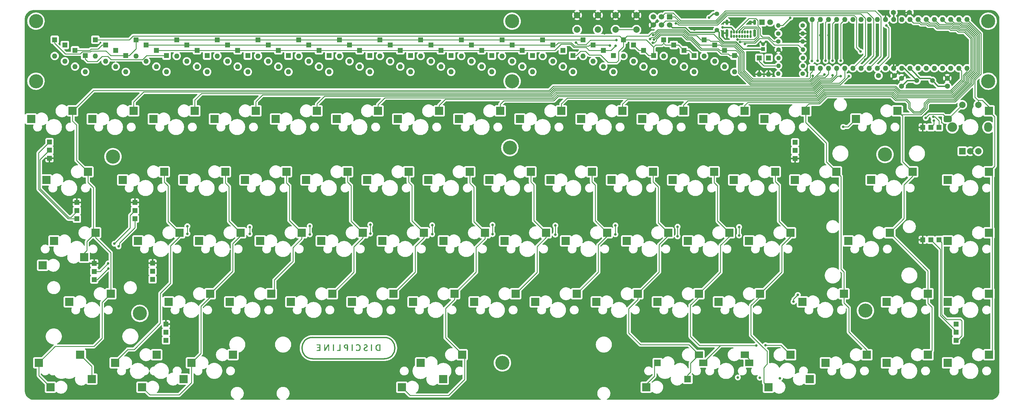
<source format=gbr>
%TF.GenerationSoftware,KiCad,Pcbnew,(6.0.6)*%
%TF.CreationDate,2023-05-08T18:10:16+05:30*%
%TF.ProjectId,discipline-pcb,64697363-6970-46c6-996e-652d7063622e,rev?*%
%TF.SameCoordinates,Original*%
%TF.FileFunction,Copper,L2,Bot*%
%TF.FilePolarity,Positive*%
%FSLAX46Y46*%
G04 Gerber Fmt 4.6, Leading zero omitted, Abs format (unit mm)*
G04 Created by KiCad (PCBNEW (6.0.6)) date 2023-05-08 18:10:16*
%MOMM*%
%LPD*%
G01*
G04 APERTURE LIST*
G04 Aperture macros list*
%AMRoundRect*
0 Rectangle with rounded corners*
0 $1 Rounding radius*
0 $2 $3 $4 $5 $6 $7 $8 $9 X,Y pos of 4 corners*
0 Add a 4 corners polygon primitive as box body*
4,1,4,$2,$3,$4,$5,$6,$7,$8,$9,$2,$3,0*
0 Add four circle primitives for the rounded corners*
1,1,$1+$1,$2,$3*
1,1,$1+$1,$4,$5*
1,1,$1+$1,$6,$7*
1,1,$1+$1,$8,$9*
0 Add four rect primitives between the rounded corners*
20,1,$1+$1,$2,$3,$4,$5,0*
20,1,$1+$1,$4,$5,$6,$7,0*
20,1,$1+$1,$6,$7,$8,$9,0*
20,1,$1+$1,$8,$9,$2,$3,0*%
G04 Aperture macros list end*
%TA.AperFunction,EtchedComponent*%
%ADD10C,0.400000*%
%TD*%
%TA.AperFunction,EtchedComponent*%
%ADD11C,0.010000*%
%TD*%
%TA.AperFunction,SMDPad,CuDef*%
%ADD12R,2.550000X2.500000*%
%TD*%
%TA.AperFunction,SMDPad,CuDef*%
%ADD13RoundRect,0.500000X-0.775000X-0.500000X0.775000X-0.500000X0.775000X0.500000X-0.775000X0.500000X0*%
%TD*%
%TA.AperFunction,ComponentPad*%
%ADD14C,4.400000*%
%TD*%
%TA.AperFunction,ComponentPad*%
%ADD15R,1.600000X1.600000*%
%TD*%
%TA.AperFunction,ComponentPad*%
%ADD16O,1.600000X1.600000*%
%TD*%
%TA.AperFunction,ComponentPad*%
%ADD17C,1.400000*%
%TD*%
%TA.AperFunction,ComponentPad*%
%ADD18O,1.400000X1.400000*%
%TD*%
%TA.AperFunction,ComponentPad*%
%ADD19C,2.000000*%
%TD*%
%TA.AperFunction,ComponentPad*%
%ADD20R,1.800000X1.800000*%
%TD*%
%TA.AperFunction,ComponentPad*%
%ADD21C,1.800000*%
%TD*%
%TA.AperFunction,ComponentPad*%
%ADD22R,1.200000X1.200000*%
%TD*%
%TA.AperFunction,ComponentPad*%
%ADD23C,1.200000*%
%TD*%
%TA.AperFunction,ComponentPad*%
%ADD24C,1.600000*%
%TD*%
%TA.AperFunction,SMDPad,CuDef*%
%ADD25R,2.100000X2.100000*%
%TD*%
%TA.AperFunction,SMDPad,CuDef*%
%ADD26R,2.550000X2.100000*%
%TD*%
%TA.AperFunction,ComponentPad*%
%ADD27O,0.650000X1.000000*%
%TD*%
%TA.AperFunction,ComponentPad*%
%ADD28O,0.900000X1.700000*%
%TD*%
%TA.AperFunction,ComponentPad*%
%ADD29O,0.900000X2.400000*%
%TD*%
%TA.AperFunction,ComponentPad*%
%ADD30C,1.500000*%
%TD*%
%TA.AperFunction,ComponentPad*%
%ADD31R,1.700000X1.700000*%
%TD*%
%TA.AperFunction,ComponentPad*%
%ADD32C,1.700000*%
%TD*%
%TA.AperFunction,SMDPad,CuDef*%
%ADD33R,1.524000X1.524000*%
%TD*%
%TA.AperFunction,ComponentPad*%
%ADD34R,2.000000X2.000000*%
%TD*%
%TA.AperFunction,ComponentPad*%
%ADD35O,3.000000X3.000000*%
%TD*%
%TA.AperFunction,ComponentPad*%
%ADD36O,2.500000X3.000000*%
%TD*%
%TA.AperFunction,ViaPad*%
%ADD37C,0.800000*%
%TD*%
%TA.AperFunction,Conductor*%
%ADD38C,0.400000*%
%TD*%
%TA.AperFunction,Conductor*%
%ADD39C,0.250000*%
%TD*%
G04 APERTURE END LIST*
D10*
%TO.C,G\u002A\u002A\u002A*%
X166305144Y-160474210D02*
X144025144Y-160474210D01*
X166325144Y-167154210D02*
X144025144Y-167154210D01*
X166335144Y-167154210D02*
G75*
G03*
X166335144Y-160474210I0J3340000D01*
G01*
X144035144Y-160474210D02*
G75*
G03*
X144035144Y-167154210I0J-3340000D01*
G01*
G36*
X150591802Y-164650234D02*
G01*
X150346944Y-164629968D01*
X150346944Y-162671099D01*
X150469373Y-162660967D01*
X150591802Y-162650834D01*
X150591802Y-164650234D01*
G37*
D11*
X150591802Y-164650234D02*
X150346944Y-164629968D01*
X150346944Y-162671099D01*
X150469373Y-162660967D01*
X150591802Y-162650834D01*
X150591802Y-164650234D01*
G36*
X158394655Y-162687333D02*
G01*
X158586516Y-162789979D01*
X158699359Y-162897078D01*
X158815123Y-163078068D01*
X158896236Y-163300088D01*
X158937841Y-163552590D01*
X158938822Y-163799878D01*
X158897561Y-164050050D01*
X158814756Y-164266117D01*
X158693729Y-164441890D01*
X158537799Y-164571180D01*
X158350288Y-164647796D01*
X158244618Y-164665847D01*
X158055395Y-164669959D01*
X157869350Y-164643959D01*
X157706153Y-164591254D01*
X157585478Y-164515256D01*
X157565744Y-164492776D01*
X157529579Y-164421166D01*
X157512684Y-164343086D01*
X157518111Y-164280286D01*
X157548909Y-164254519D01*
X157551220Y-164254634D01*
X157603164Y-164274662D01*
X157674782Y-164318677D01*
X157776751Y-164378891D01*
X157956897Y-164435479D01*
X158137995Y-164438527D01*
X158307800Y-164390362D01*
X158454067Y-164293309D01*
X158564552Y-164149694D01*
X158586015Y-164106793D01*
X158613343Y-164033021D01*
X158629527Y-163946696D01*
X158637283Y-163830258D01*
X158639326Y-163666152D01*
X158638419Y-163536793D01*
X158632723Y-163412270D01*
X158619110Y-163320306D01*
X158594535Y-163242415D01*
X158555951Y-163160111D01*
X158496213Y-163061565D01*
X158373017Y-162938547D01*
X158219538Y-162872186D01*
X158030294Y-162859344D01*
X158009659Y-162860803D01*
X157849010Y-162891158D01*
X157710835Y-162959858D01*
X157660679Y-162991031D01*
X157575871Y-163026512D01*
X157528111Y-163012693D01*
X157513139Y-162949349D01*
X157525844Y-162860616D01*
X157578113Y-162784344D01*
X157682638Y-162716878D01*
X157741356Y-162690119D01*
X157954214Y-162635959D01*
X158177934Y-162635512D01*
X158394655Y-162687333D01*
G37*
X158394655Y-162687333D02*
X158586516Y-162789979D01*
X158699359Y-162897078D01*
X158815123Y-163078068D01*
X158896236Y-163300088D01*
X158937841Y-163552590D01*
X158938822Y-163799878D01*
X158897561Y-164050050D01*
X158814756Y-164266117D01*
X158693729Y-164441890D01*
X158537799Y-164571180D01*
X158350288Y-164647796D01*
X158244618Y-164665847D01*
X158055395Y-164669959D01*
X157869350Y-164643959D01*
X157706153Y-164591254D01*
X157585478Y-164515256D01*
X157565744Y-164492776D01*
X157529579Y-164421166D01*
X157512684Y-164343086D01*
X157518111Y-164280286D01*
X157548909Y-164254519D01*
X157551220Y-164254634D01*
X157603164Y-164274662D01*
X157674782Y-164318677D01*
X157776751Y-164378891D01*
X157956897Y-164435479D01*
X158137995Y-164438527D01*
X158307800Y-164390362D01*
X158454067Y-164293309D01*
X158564552Y-164149694D01*
X158586015Y-164106793D01*
X158613343Y-164033021D01*
X158629527Y-163946696D01*
X158637283Y-163830258D01*
X158639326Y-163666152D01*
X158638419Y-163536793D01*
X158632723Y-163412270D01*
X158619110Y-163320306D01*
X158594535Y-163242415D01*
X158555951Y-163160111D01*
X158496213Y-163061565D01*
X158373017Y-162938547D01*
X158219538Y-162872186D01*
X158030294Y-162859344D01*
X158009659Y-162860803D01*
X157849010Y-162891158D01*
X157710835Y-162959858D01*
X157660679Y-162991031D01*
X157575871Y-163026512D01*
X157528111Y-163012693D01*
X157513139Y-162949349D01*
X157525844Y-162860616D01*
X157578113Y-162784344D01*
X157682638Y-162716878D01*
X157741356Y-162690119D01*
X157954214Y-162635959D01*
X158177934Y-162635512D01*
X158394655Y-162687333D01*
G36*
X160569122Y-162631877D02*
G01*
X160665380Y-162646681D01*
X160842339Y-162710107D01*
X160969422Y-162815336D01*
X161046077Y-162961799D01*
X161071751Y-163148930D01*
X161071701Y-163159409D01*
X161057855Y-163297144D01*
X161013799Y-163411095D01*
X160931324Y-163511457D01*
X160802221Y-163608427D01*
X160618283Y-163712201D01*
X160576322Y-163734206D01*
X160399495Y-163838044D01*
X160279731Y-163932090D01*
X160211747Y-164021260D01*
X160190260Y-164110470D01*
X160192267Y-164148378D01*
X160233993Y-164274064D01*
X160322175Y-164367761D01*
X160446829Y-164426186D01*
X160597972Y-164446056D01*
X160765621Y-164424087D01*
X160939792Y-164356995D01*
X160983487Y-164335935D01*
X161061885Y-164307535D01*
X161106550Y-164304820D01*
X161111144Y-164308359D01*
X161132748Y-164361057D01*
X161133370Y-164437173D01*
X161112061Y-164502652D01*
X161109427Y-164506351D01*
X161045629Y-164558593D01*
X160943481Y-164610095D01*
X160826892Y-164648620D01*
X160636489Y-164675603D01*
X160426856Y-164660265D01*
X160239843Y-164598390D01*
X160086250Y-164493769D01*
X159976876Y-164350194D01*
X159971011Y-164338078D01*
X159937654Y-164214800D01*
X159930175Y-164068767D01*
X159947881Y-163927832D01*
X159990080Y-163819849D01*
X160073448Y-163724770D01*
X160236766Y-163606298D01*
X160463980Y-163490354D01*
X160583396Y-163431459D01*
X160713307Y-163340158D01*
X160787179Y-163240997D01*
X160810568Y-163128169D01*
X160800786Y-163052629D01*
X160743677Y-162948617D01*
X160645003Y-162878974D01*
X160515671Y-162847564D01*
X160366587Y-162858251D01*
X160208658Y-162914901D01*
X160175184Y-162930900D01*
X160098499Y-162958916D01*
X160054840Y-162961945D01*
X160035111Y-162931595D01*
X160028328Y-162857763D01*
X160046194Y-162773391D01*
X160088420Y-162728554D01*
X160180909Y-162684296D01*
X160303980Y-162650150D01*
X160439446Y-162631036D01*
X160569122Y-162631877D01*
G37*
X160569122Y-162631877D02*
X160665380Y-162646681D01*
X160842339Y-162710107D01*
X160969422Y-162815336D01*
X161046077Y-162961799D01*
X161071751Y-163148930D01*
X161071701Y-163159409D01*
X161057855Y-163297144D01*
X161013799Y-163411095D01*
X160931324Y-163511457D01*
X160802221Y-163608427D01*
X160618283Y-163712201D01*
X160576322Y-163734206D01*
X160399495Y-163838044D01*
X160279731Y-163932090D01*
X160211747Y-164021260D01*
X160190260Y-164110470D01*
X160192267Y-164148378D01*
X160233993Y-164274064D01*
X160322175Y-164367761D01*
X160446829Y-164426186D01*
X160597972Y-164446056D01*
X160765621Y-164424087D01*
X160939792Y-164356995D01*
X160983487Y-164335935D01*
X161061885Y-164307535D01*
X161106550Y-164304820D01*
X161111144Y-164308359D01*
X161132748Y-164361057D01*
X161133370Y-164437173D01*
X161112061Y-164502652D01*
X161109427Y-164506351D01*
X161045629Y-164558593D01*
X160943481Y-164610095D01*
X160826892Y-164648620D01*
X160636489Y-164675603D01*
X160426856Y-164660265D01*
X160239843Y-164598390D01*
X160086250Y-164493769D01*
X159976876Y-164350194D01*
X159971011Y-164338078D01*
X159937654Y-164214800D01*
X159930175Y-164068767D01*
X159947881Y-163927832D01*
X159990080Y-163819849D01*
X160073448Y-163724770D01*
X160236766Y-163606298D01*
X160463980Y-163490354D01*
X160583396Y-163431459D01*
X160713307Y-163340158D01*
X160787179Y-163240997D01*
X160810568Y-163128169D01*
X160800786Y-163052629D01*
X160743677Y-162948617D01*
X160645003Y-162878974D01*
X160515671Y-162847564D01*
X160366587Y-162858251D01*
X160208658Y-162914901D01*
X160175184Y-162930900D01*
X160098499Y-162958916D01*
X160054840Y-162961945D01*
X160035111Y-162931595D01*
X160028328Y-162857763D01*
X160046194Y-162773391D01*
X160088420Y-162728554D01*
X160180909Y-162684296D01*
X160303980Y-162650150D01*
X160439446Y-162631036D01*
X160569122Y-162631877D01*
G36*
X145814376Y-162654779D02*
G01*
X146034918Y-162657231D01*
X146193908Y-162664409D01*
X146294802Y-162676565D01*
X146341057Y-162693953D01*
X146349475Y-162716699D01*
X146360386Y-162798616D01*
X146369158Y-162928651D01*
X146375798Y-163096495D01*
X146380309Y-163291842D01*
X146382695Y-163504386D01*
X146382961Y-163723818D01*
X146381110Y-163939834D01*
X146377148Y-164142124D01*
X146371078Y-164320384D01*
X146362905Y-164464305D01*
X146352632Y-164563582D01*
X146340265Y-164607907D01*
X146327528Y-164616111D01*
X146269615Y-164629900D01*
X146165499Y-164638059D01*
X146008869Y-164640947D01*
X145793414Y-164638922D01*
X145286532Y-164629968D01*
X145286532Y-164434081D01*
X146119052Y-164415807D01*
X146119052Y-163699506D01*
X145400800Y-163699506D01*
X145400800Y-163505828D01*
X145751764Y-163496561D01*
X146102728Y-163487295D01*
X146112115Y-163185303D01*
X146121502Y-162883310D01*
X145715672Y-162883310D01*
X145694926Y-162883300D01*
X145528478Y-162881902D01*
X145415438Y-162877197D01*
X145345058Y-162867835D01*
X145306590Y-162852466D01*
X145289285Y-162829739D01*
X145281579Y-162794519D01*
X145287992Y-162715472D01*
X145289449Y-162711174D01*
X145303281Y-162689070D01*
X145332655Y-162673607D01*
X145387521Y-162663614D01*
X145477829Y-162657925D01*
X145613528Y-162655368D01*
X145804568Y-162654776D01*
X145814376Y-162654779D01*
G37*
X145814376Y-162654779D02*
X146034918Y-162657231D01*
X146193908Y-162664409D01*
X146294802Y-162676565D01*
X146341057Y-162693953D01*
X146349475Y-162716699D01*
X146360386Y-162798616D01*
X146369158Y-162928651D01*
X146375798Y-163096495D01*
X146380309Y-163291842D01*
X146382695Y-163504386D01*
X146382961Y-163723818D01*
X146381110Y-163939834D01*
X146377148Y-164142124D01*
X146371078Y-164320384D01*
X146362905Y-164464305D01*
X146352632Y-164563582D01*
X146340265Y-164607907D01*
X146327528Y-164616111D01*
X146269615Y-164629900D01*
X146165499Y-164638059D01*
X146008869Y-164640947D01*
X145793414Y-164638922D01*
X145286532Y-164629968D01*
X145286532Y-164434081D01*
X146119052Y-164415807D01*
X146119052Y-163699506D01*
X145400800Y-163699506D01*
X145400800Y-163505828D01*
X145751764Y-163496561D01*
X146102728Y-163487295D01*
X146112115Y-163185303D01*
X146121502Y-162883310D01*
X145715672Y-162883310D01*
X145694926Y-162883300D01*
X145528478Y-162881902D01*
X145415438Y-162877197D01*
X145345058Y-162867835D01*
X145306590Y-162852466D01*
X145289285Y-162829739D01*
X145281579Y-162794519D01*
X145287992Y-162715472D01*
X145289449Y-162711174D01*
X145303281Y-162689070D01*
X145332655Y-162673607D01*
X145387521Y-162663614D01*
X145477829Y-162657925D01*
X145613528Y-162655368D01*
X145804568Y-162654776D01*
X145814376Y-162654779D01*
G36*
X165112911Y-163673092D02*
G01*
X165114265Y-163913086D01*
X165114372Y-164130992D01*
X165113305Y-164318171D01*
X165111141Y-164465980D01*
X165107953Y-164565780D01*
X165103818Y-164608931D01*
X165096591Y-164617610D01*
X165037341Y-164636671D01*
X164932077Y-164646834D01*
X164794618Y-164648785D01*
X164638781Y-164643212D01*
X164478383Y-164630801D01*
X164327241Y-164612240D01*
X164199174Y-164588215D01*
X164107998Y-164559414D01*
X163926600Y-164449859D01*
X163782652Y-164296471D01*
X163681188Y-164098167D01*
X163618869Y-163850102D01*
X163610806Y-163734335D01*
X163886448Y-163734335D01*
X163910112Y-163927864D01*
X163969737Y-164109937D01*
X164066807Y-164246591D01*
X164204697Y-164344300D01*
X164227373Y-164355341D01*
X164329965Y-164393063D01*
X164447425Y-164412346D01*
X164604633Y-164417758D01*
X164858897Y-164417758D01*
X164858897Y-162883310D01*
X164612990Y-162883310D01*
X164426331Y-162892618D01*
X164277628Y-162926035D01*
X164158409Y-162989823D01*
X164051728Y-163090229D01*
X163995265Y-163164100D01*
X163922865Y-163316878D01*
X163887629Y-163502917D01*
X163886448Y-163734335D01*
X163610806Y-163734335D01*
X163600760Y-163590101D01*
X163629620Y-163346453D01*
X163702555Y-163130150D01*
X163816407Y-162950535D01*
X163968020Y-162816950D01*
X163975173Y-162812457D01*
X164128105Y-162736457D01*
X164304699Y-162687634D01*
X164517808Y-162663531D01*
X164780284Y-162661693D01*
X165103756Y-162671099D01*
X165105702Y-162883310D01*
X165112431Y-163617489D01*
X165112911Y-163673092D01*
G37*
X165112911Y-163673092D02*
X165114265Y-163913086D01*
X165114372Y-164130992D01*
X165113305Y-164318171D01*
X165111141Y-164465980D01*
X165107953Y-164565780D01*
X165103818Y-164608931D01*
X165096591Y-164617610D01*
X165037341Y-164636671D01*
X164932077Y-164646834D01*
X164794618Y-164648785D01*
X164638781Y-164643212D01*
X164478383Y-164630801D01*
X164327241Y-164612240D01*
X164199174Y-164588215D01*
X164107998Y-164559414D01*
X163926600Y-164449859D01*
X163782652Y-164296471D01*
X163681188Y-164098167D01*
X163618869Y-163850102D01*
X163610806Y-163734335D01*
X163886448Y-163734335D01*
X163910112Y-163927864D01*
X163969737Y-164109937D01*
X164066807Y-164246591D01*
X164204697Y-164344300D01*
X164227373Y-164355341D01*
X164329965Y-164393063D01*
X164447425Y-164412346D01*
X164604633Y-164417758D01*
X164858897Y-164417758D01*
X164858897Y-162883310D01*
X164612990Y-162883310D01*
X164426331Y-162892618D01*
X164277628Y-162926035D01*
X164158409Y-162989823D01*
X164051728Y-163090229D01*
X163995265Y-163164100D01*
X163922865Y-163316878D01*
X163887629Y-163502917D01*
X163886448Y-163734335D01*
X163610806Y-163734335D01*
X163600760Y-163590101D01*
X163629620Y-163346453D01*
X163702555Y-163130150D01*
X163816407Y-162950535D01*
X163968020Y-162816950D01*
X163975173Y-162812457D01*
X164128105Y-162736457D01*
X164304699Y-162687634D01*
X164517808Y-162663531D01*
X164780284Y-162661693D01*
X165103756Y-162671099D01*
X165105702Y-162883310D01*
X165112431Y-163617489D01*
X165112911Y-163673092D01*
G36*
X147726475Y-162660833D02*
G01*
X147833062Y-162671099D01*
X147865710Y-164246351D01*
X148257483Y-163527999D01*
X148339741Y-163377872D01*
X148445656Y-163186666D01*
X148540674Y-163017470D01*
X148619765Y-162879148D01*
X148677901Y-162780561D01*
X148710050Y-162730572D01*
X148759094Y-162681279D01*
X148821471Y-162660739D01*
X148922261Y-162661298D01*
X149073679Y-162671099D01*
X149082323Y-163660800D01*
X149090966Y-164650501D01*
X148984379Y-164640235D01*
X148877792Y-164629968D01*
X148869054Y-163798057D01*
X148860315Y-162966146D01*
X148417744Y-163765409D01*
X148405926Y-163786732D01*
X148289105Y-163995362D01*
X148180508Y-164185608D01*
X148084740Y-164349678D01*
X148006403Y-164479783D01*
X147950103Y-164568132D01*
X147920441Y-164606936D01*
X147917123Y-164609338D01*
X147844999Y-164634566D01*
X147751442Y-164639583D01*
X147637175Y-164629968D01*
X147628531Y-163640268D01*
X147619887Y-162650567D01*
X147726475Y-162660833D01*
G37*
X147726475Y-162660833D02*
X147833062Y-162671099D01*
X147865710Y-164246351D01*
X148257483Y-163527999D01*
X148339741Y-163377872D01*
X148445656Y-163186666D01*
X148540674Y-163017470D01*
X148619765Y-162879148D01*
X148677901Y-162780561D01*
X148710050Y-162730572D01*
X148759094Y-162681279D01*
X148821471Y-162660739D01*
X148922261Y-162661298D01*
X149073679Y-162671099D01*
X149082323Y-163660800D01*
X149090966Y-164650501D01*
X148984379Y-164640235D01*
X148877792Y-164629968D01*
X148869054Y-163798057D01*
X148860315Y-162966146D01*
X148417744Y-163765409D01*
X148405926Y-163786732D01*
X148289105Y-163995362D01*
X148180508Y-164185608D01*
X148084740Y-164349678D01*
X148006403Y-164479783D01*
X147950103Y-164568132D01*
X147920441Y-164606936D01*
X147917123Y-164609338D01*
X147844999Y-164634566D01*
X147751442Y-164639583D01*
X147637175Y-164629968D01*
X147628531Y-163640268D01*
X147619887Y-162650567D01*
X147726475Y-162660833D01*
G36*
X154964628Y-163167721D02*
G01*
X154966172Y-163387409D01*
X154966609Y-163665414D01*
X154966576Y-163717340D01*
X154965551Y-163954668D01*
X154963232Y-164168760D01*
X154959811Y-164351203D01*
X154955479Y-164493586D01*
X154950426Y-164587498D01*
X154944844Y-164624527D01*
X154943370Y-164625812D01*
X154894923Y-164640319D01*
X154814253Y-164646292D01*
X154705427Y-164646292D01*
X154705427Y-163903782D01*
X154450225Y-163889009D01*
X154366147Y-163881960D01*
X154144328Y-163835080D01*
X153974128Y-163748994D01*
X153854154Y-163622394D01*
X153783009Y-163453977D01*
X153759299Y-163242436D01*
X153761913Y-163185561D01*
X154021132Y-163185561D01*
X154026708Y-163292377D01*
X154033096Y-163346643D01*
X154080919Y-163497595D01*
X154172297Y-163602535D01*
X154311229Y-163666725D01*
X154316399Y-163668137D01*
X154425690Y-163689223D01*
X154538225Y-163698293D01*
X154631662Y-163694686D01*
X154683662Y-163677740D01*
X154691947Y-163640207D01*
X154698950Y-163550448D01*
X154703686Y-163422368D01*
X154705427Y-163269643D01*
X154705427Y-162883310D01*
X154473627Y-162883310D01*
X154423184Y-162883466D01*
X154317530Y-162887790D01*
X154247496Y-162903537D01*
X154191221Y-162937956D01*
X154126842Y-162998296D01*
X154071603Y-163056290D01*
X154032974Y-163116034D01*
X154021132Y-163185561D01*
X153761913Y-163185561D01*
X153764624Y-163126571D01*
X153801397Y-162971445D01*
X153879408Y-162851186D01*
X154005997Y-162751175D01*
X154053149Y-162724684D01*
X154121607Y-162698121D01*
X154208260Y-162680525D01*
X154328807Y-162669015D01*
X154498950Y-162660711D01*
X154633129Y-162656887D01*
X154777155Y-162658270D01*
X154869382Y-162668250D01*
X154917510Y-162687318D01*
X154928045Y-162699996D01*
X154940377Y-162732690D01*
X154949851Y-162788836D01*
X154956817Y-162875408D01*
X154957124Y-162883310D01*
X154961626Y-162999379D01*
X154964628Y-163167721D01*
G37*
X154964628Y-163167721D02*
X154966172Y-163387409D01*
X154966609Y-163665414D01*
X154966576Y-163717340D01*
X154965551Y-163954668D01*
X154963232Y-164168760D01*
X154959811Y-164351203D01*
X154955479Y-164493586D01*
X154950426Y-164587498D01*
X154944844Y-164624527D01*
X154943370Y-164625812D01*
X154894923Y-164640319D01*
X154814253Y-164646292D01*
X154705427Y-164646292D01*
X154705427Y-163903782D01*
X154450225Y-163889009D01*
X154366147Y-163881960D01*
X154144328Y-163835080D01*
X153974128Y-163748994D01*
X153854154Y-163622394D01*
X153783009Y-163453977D01*
X153759299Y-163242436D01*
X153761913Y-163185561D01*
X154021132Y-163185561D01*
X154026708Y-163292377D01*
X154033096Y-163346643D01*
X154080919Y-163497595D01*
X154172297Y-163602535D01*
X154311229Y-163666725D01*
X154316399Y-163668137D01*
X154425690Y-163689223D01*
X154538225Y-163698293D01*
X154631662Y-163694686D01*
X154683662Y-163677740D01*
X154691947Y-163640207D01*
X154698950Y-163550448D01*
X154703686Y-163422368D01*
X154705427Y-163269643D01*
X154705427Y-162883310D01*
X154473627Y-162883310D01*
X154423184Y-162883466D01*
X154317530Y-162887790D01*
X154247496Y-162903537D01*
X154191221Y-162937956D01*
X154126842Y-162998296D01*
X154071603Y-163056290D01*
X154032974Y-163116034D01*
X154021132Y-163185561D01*
X153761913Y-163185561D01*
X153764624Y-163126571D01*
X153801397Y-162971445D01*
X153879408Y-162851186D01*
X154005997Y-162751175D01*
X154053149Y-162724684D01*
X154121607Y-162698121D01*
X154208260Y-162680525D01*
X154328807Y-162669015D01*
X154498950Y-162660711D01*
X154633129Y-162656887D01*
X154777155Y-162658270D01*
X154869382Y-162668250D01*
X154917510Y-162687318D01*
X154928045Y-162699996D01*
X154940377Y-162732690D01*
X154949851Y-162788836D01*
X154956817Y-162875408D01*
X154957124Y-162883310D01*
X154961626Y-162999379D01*
X154964628Y-163167721D01*
G36*
X162467958Y-163617489D02*
G01*
X162468441Y-163673398D01*
X162469827Y-163913238D01*
X162470004Y-164130887D01*
X162469043Y-164317724D01*
X162467013Y-164465130D01*
X162463982Y-164564485D01*
X162460021Y-164607170D01*
X162423078Y-164635155D01*
X162337078Y-164640216D01*
X162230748Y-164629968D01*
X162230748Y-162671099D01*
X162459283Y-162671099D01*
X162467958Y-163617489D01*
G37*
X162467958Y-163617489D02*
X162468441Y-163673398D01*
X162469827Y-163913238D01*
X162470004Y-164130887D01*
X162469043Y-164317724D01*
X162467013Y-164465130D01*
X162463982Y-164564485D01*
X162460021Y-164607170D01*
X162423078Y-164635155D01*
X162337078Y-164640216D01*
X162230748Y-164629968D01*
X162230748Y-162671099D01*
X162459283Y-162671099D01*
X162467958Y-163617489D01*
G36*
X152615967Y-163626798D02*
G01*
X152615882Y-163711488D01*
X152614684Y-163951478D01*
X152612215Y-164167387D01*
X152608662Y-164350974D01*
X152604212Y-164493994D01*
X152599050Y-164588205D01*
X152593365Y-164625364D01*
X152584530Y-164628668D01*
X152522200Y-164635199D01*
X152411792Y-164639315D01*
X152265492Y-164640682D01*
X152095486Y-164638967D01*
X151620208Y-164629968D01*
X151620208Y-164434081D01*
X152353722Y-164415629D01*
X152371108Y-162671099D01*
X152493537Y-162660967D01*
X152615967Y-162650834D01*
X152615967Y-163626798D01*
G37*
X152615967Y-163626798D02*
X152615882Y-163711488D01*
X152614684Y-163951478D01*
X152612215Y-164167387D01*
X152608662Y-164350974D01*
X152604212Y-164493994D01*
X152599050Y-164588205D01*
X152593365Y-164625364D01*
X152584530Y-164628668D01*
X152522200Y-164635199D01*
X152411792Y-164639315D01*
X152265492Y-164640682D01*
X152095486Y-164638967D01*
X151620208Y-164629968D01*
X151620208Y-164434081D01*
X152353722Y-164415629D01*
X152371108Y-162671099D01*
X152493537Y-162660967D01*
X152615967Y-162650834D01*
X152615967Y-163626798D01*
G36*
X156329656Y-162660967D02*
G01*
X156452085Y-162671099D01*
X156460760Y-163617489D01*
X156461248Y-163673761D01*
X156462669Y-163913418D01*
X156462931Y-164130761D01*
X156462095Y-164317194D01*
X156460224Y-164464122D01*
X156457379Y-164562951D01*
X156453623Y-164605085D01*
X156451013Y-164609863D01*
X156403405Y-164635741D01*
X156322518Y-164646292D01*
X156207226Y-164646292D01*
X156207226Y-162650834D01*
X156329656Y-162660967D01*
G37*
X156329656Y-162660967D02*
X156452085Y-162671099D01*
X156460760Y-163617489D01*
X156461248Y-163673761D01*
X156462669Y-163913418D01*
X156462931Y-164130761D01*
X156462095Y-164317194D01*
X156460224Y-164464122D01*
X156457379Y-164562951D01*
X156453623Y-164605085D01*
X156451013Y-164609863D01*
X156403405Y-164635741D01*
X156322518Y-164646292D01*
X156207226Y-164646292D01*
X156207226Y-162650834D01*
X156329656Y-162660967D01*
%TD*%
D12*
%TO.P,SW1,1*%
%TO.N,col0*%
X69180710Y-89691210D03*
%TO.P,SW1,2*%
%TO.N,Net-(D1-Pad2)*%
X56253710Y-92231210D03*
%TD*%
%TO.P,SW2,1*%
%TO.N,col1*%
X88230710Y-89691210D03*
%TO.P,SW2,2*%
%TO.N,Net-(D2-Pad2)*%
X75303710Y-92231210D03*
%TD*%
%TO.P,SW3,1*%
%TO.N,col2*%
X107280710Y-89691210D03*
%TO.P,SW3,2*%
%TO.N,Net-(D3-Pad2)*%
X94353710Y-92231210D03*
%TD*%
%TO.P,SW4,1*%
%TO.N,col3*%
X126330710Y-89691210D03*
%TO.P,SW4,2*%
%TO.N,Net-(D4-Pad2)*%
X113403710Y-92231210D03*
%TD*%
%TO.P,SW5,1*%
%TO.N,col4*%
X145380710Y-89691210D03*
%TO.P,SW5,2*%
%TO.N,Net-(D5-Pad2)*%
X132453710Y-92231210D03*
%TD*%
%TO.P,SW6,1*%
%TO.N,col5*%
X164430710Y-89691210D03*
%TO.P,SW6,2*%
%TO.N,Net-(D6-Pad2)*%
X151503710Y-92231210D03*
%TD*%
%TO.P,SW7,1*%
%TO.N,col6*%
X183480710Y-89691210D03*
%TO.P,SW7,2*%
%TO.N,Net-(D7-Pad2)*%
X170553710Y-92231210D03*
%TD*%
%TO.P,SW8,1*%
%TO.N,col7*%
X202530710Y-89691210D03*
%TO.P,SW8,2*%
%TO.N,Net-(D8-Pad2)*%
X189603710Y-92231210D03*
%TD*%
%TO.P,SW9,1*%
%TO.N,col8*%
X221580710Y-89691210D03*
%TO.P,SW9,2*%
%TO.N,Net-(D9-Pad2)*%
X208653710Y-92231210D03*
%TD*%
%TO.P,SW10,1*%
%TO.N,col9*%
X240630710Y-89691210D03*
%TO.P,SW10,2*%
%TO.N,Net-(D10-Pad2)*%
X227703710Y-92231210D03*
%TD*%
%TO.P,SW11,1*%
%TO.N,col10*%
X259680710Y-89691210D03*
%TO.P,SW11,2*%
%TO.N,Net-(D11-Pad2)*%
X246753710Y-92231210D03*
%TD*%
%TO.P,SW12,1*%
%TO.N,col11*%
X278730710Y-89691210D03*
%TO.P,SW12,2*%
%TO.N,Net-(D12-Pad2)*%
X265803710Y-92231210D03*
%TD*%
%TO.P,SW13,1*%
%TO.N,col12*%
X297780710Y-89691210D03*
%TO.P,SW13,2*%
%TO.N,Net-(D13-Pad2)*%
X284853710Y-92231210D03*
%TD*%
%TO.P,SW15,1*%
%TO.N,col14*%
X354930710Y-89691210D03*
D13*
%TO.P,SW15,2*%
%TO.N,Net-(D15-Pad2)*%
X342003710Y-92231210D03*
%TD*%
D12*
%TO.P,SW17,1*%
%TO.N,col1*%
X97755710Y-108741210D03*
%TO.P,SW17,2*%
%TO.N,Net-(D17-Pad2)*%
X84828710Y-111281210D03*
%TD*%
%TO.P,SW18,1*%
%TO.N,col2*%
X116805710Y-108741210D03*
%TO.P,SW18,2*%
%TO.N,Net-(D18-Pad2)*%
X103878710Y-111281210D03*
%TD*%
%TO.P,SW19,1*%
%TO.N,col3*%
X135855710Y-108741210D03*
%TO.P,SW19,2*%
%TO.N,Net-(D19-Pad2)*%
X122928710Y-111281210D03*
%TD*%
%TO.P,SW20,1*%
%TO.N,col4*%
X154905710Y-108741210D03*
%TO.P,SW20,2*%
%TO.N,Net-(D20-Pad2)*%
X141978710Y-111281210D03*
%TD*%
%TO.P,SW21,1*%
%TO.N,col5*%
X173955710Y-108741210D03*
%TO.P,SW21,2*%
%TO.N,Net-(D21-Pad2)*%
X161028710Y-111281210D03*
%TD*%
%TO.P,SW22,1*%
%TO.N,col6*%
X193005710Y-108741210D03*
%TO.P,SW22,2*%
%TO.N,Net-(D22-Pad2)*%
X180078710Y-111281210D03*
%TD*%
%TO.P,SW23,1*%
%TO.N,col7*%
X212055710Y-108741210D03*
%TO.P,SW23,2*%
%TO.N,Net-(D23-Pad2)*%
X199128710Y-111281210D03*
%TD*%
%TO.P,SW24,1*%
%TO.N,col8*%
X231105710Y-108741210D03*
%TO.P,SW24,2*%
%TO.N,Net-(D24-Pad2)*%
X218178710Y-111281210D03*
%TD*%
%TO.P,SW25,1*%
%TO.N,col9*%
X250155710Y-108741210D03*
%TO.P,SW25,2*%
%TO.N,Net-(D25-Pad2)*%
X237228710Y-111281210D03*
%TD*%
%TO.P,SW26,1*%
%TO.N,col10*%
X269205710Y-108741210D03*
%TO.P,SW26,2*%
%TO.N,Net-(D26-Pad2)*%
X256278710Y-111281210D03*
%TD*%
%TO.P,SW27,1*%
%TO.N,col11*%
X288255710Y-108741210D03*
%TO.P,SW27,2*%
%TO.N,Net-(D27-Pad2)*%
X275328710Y-111281210D03*
%TD*%
%TO.P,SW28,1*%
%TO.N,col12*%
X307305710Y-108741210D03*
%TO.P,SW28,2*%
%TO.N,Net-(D28-Pad2)*%
X294378710Y-111281210D03*
%TD*%
%TO.P,SW30,1*%
%TO.N,col14*%
X354930710Y-108741210D03*
%TO.P,SW30,2*%
%TO.N,Net-(D30-Pad2)*%
X342003710Y-111281210D03*
%TD*%
%TO.P,SW32,1*%
%TO.N,col1*%
X102518210Y-127791210D03*
%TO.P,SW32,2*%
%TO.N,Net-(D32-Pad2)*%
X89591210Y-130331210D03*
%TD*%
%TO.P,SW33,1*%
%TO.N,col2*%
X121568210Y-127791210D03*
%TO.P,SW33,2*%
%TO.N,Net-(D33-Pad2)*%
X108641210Y-130331210D03*
%TD*%
%TO.P,SW34,1*%
%TO.N,col3*%
X140618210Y-127791210D03*
%TO.P,SW34,2*%
%TO.N,Net-(D34-Pad2)*%
X127691210Y-130331210D03*
%TD*%
%TO.P,SW35,1*%
%TO.N,col4*%
X159667710Y-127791210D03*
%TO.P,SW35,2*%
%TO.N,Net-(D35-Pad2)*%
X146740710Y-130331210D03*
%TD*%
%TO.P,SW36,1*%
%TO.N,col5*%
X178717710Y-127791210D03*
%TO.P,SW36,2*%
%TO.N,Net-(D36-Pad2)*%
X165790710Y-130331210D03*
%TD*%
%TO.P,SW37,1*%
%TO.N,col6*%
X197767710Y-127791210D03*
%TO.P,SW37,2*%
%TO.N,Net-(D37-Pad2)*%
X184840710Y-130331210D03*
%TD*%
%TO.P,SW38,1*%
%TO.N,col7*%
X216817710Y-127791210D03*
%TO.P,SW38,2*%
%TO.N,Net-(D38-Pad2)*%
X203890710Y-130331210D03*
%TD*%
%TO.P,SW39,1*%
%TO.N,col8*%
X235867710Y-127791210D03*
%TO.P,SW39,2*%
%TO.N,Net-(D39-Pad2)*%
X222940710Y-130331210D03*
%TD*%
%TO.P,SW40,1*%
%TO.N,col9*%
X254917710Y-127791210D03*
%TO.P,SW40,2*%
%TO.N,Net-(D40-Pad2)*%
X241990710Y-130331210D03*
%TD*%
%TO.P,SW41,1*%
%TO.N,col10*%
X273967710Y-127791210D03*
%TO.P,SW41,2*%
%TO.N,Net-(D41-Pad2)*%
X261040710Y-130331210D03*
%TD*%
%TO.P,SW42,1*%
%TO.N,col11*%
X293017710Y-127791210D03*
%TO.P,SW42,2*%
%TO.N,Net-(D42-Pad2)*%
X280090710Y-130331210D03*
%TD*%
%TO.P,SW44,1*%
%TO.N,col14*%
X354930710Y-127791210D03*
%TO.P,SW44,2*%
%TO.N,Net-(D44-Pad2)*%
X342003710Y-130331210D03*
%TD*%
%TO.P,SW46,1*%
%TO.N,col2*%
X112043210Y-146841210D03*
%TO.P,SW46,2*%
%TO.N,Net-(D46-Pad2)*%
X99116210Y-149381210D03*
%TD*%
%TO.P,SW47,1*%
%TO.N,col3*%
X131093210Y-146841210D03*
%TO.P,SW47,2*%
%TO.N,Net-(D47-Pad2)*%
X118166210Y-149381210D03*
%TD*%
%TO.P,SW48,1*%
%TO.N,col4*%
X150143210Y-146841210D03*
%TO.P,SW48,2*%
%TO.N,Net-(D48-Pad2)*%
X137216210Y-149381210D03*
%TD*%
%TO.P,SW49,1*%
%TO.N,col5*%
X169193710Y-146841210D03*
%TO.P,SW49,2*%
%TO.N,Net-(D49-Pad2)*%
X156266710Y-149381210D03*
%TD*%
%TO.P,SW50,1*%
%TO.N,col6*%
X188243710Y-146841210D03*
%TO.P,SW50,2*%
%TO.N,Net-(D50-Pad2)*%
X175316710Y-149381210D03*
%TD*%
%TO.P,SW51,1*%
%TO.N,col7*%
X207293710Y-146841210D03*
%TO.P,SW51,2*%
%TO.N,Net-(D51-Pad2)*%
X194366710Y-149381210D03*
%TD*%
%TO.P,SW52,1*%
%TO.N,col8*%
X226343710Y-146841210D03*
%TO.P,SW52,2*%
%TO.N,Net-(D52-Pad2)*%
X213416710Y-149381210D03*
%TD*%
%TO.P,SW53,1*%
%TO.N,col9*%
X245393710Y-146841210D03*
%TO.P,SW53,2*%
%TO.N,Net-(D53-Pad2)*%
X232466710Y-149381210D03*
%TD*%
%TO.P,SW54,1*%
%TO.N,col10*%
X264443710Y-146841210D03*
%TO.P,SW54,2*%
%TO.N,Net-(D54-Pad2)*%
X251516710Y-149381210D03*
%TD*%
%TO.P,SW55,1*%
%TO.N,col11*%
X283493710Y-146841210D03*
%TO.P,SW55,2*%
%TO.N,Net-(D55-Pad2)*%
X270566710Y-149381210D03*
%TD*%
%TO.P,SW57,1*%
%TO.N,col13*%
X335880710Y-146841210D03*
%TO.P,SW57,2*%
%TO.N,Net-(D57-Pad2)*%
X322953710Y-149381210D03*
%TD*%
%TO.P,SW58,1*%
%TO.N,col14*%
X354930710Y-146841210D03*
%TO.P,SW58,2*%
%TO.N,Net-(D58-Pad2)*%
X342003710Y-149381210D03*
%TD*%
%TO.P,SW62,1*%
%TO.N,col6*%
X190624710Y-165891210D03*
%TO.P,SW62,2*%
%TO.N,Net-(D62-Pad2)*%
X177697710Y-168431210D03*
%TD*%
%TO.P,SW65,1*%
%TO.N,col12*%
X316830710Y-165891210D03*
%TO.P,SW65,2*%
%TO.N,Net-(D65-Pad2)*%
X303903710Y-168431210D03*
%TD*%
%TO.P,SW66,1*%
%TO.N,col13*%
X335880710Y-165891210D03*
%TO.P,SW66,2*%
%TO.N,Net-(D66-Pad2)*%
X322953710Y-168431210D03*
%TD*%
%TO.P,SW67,1*%
%TO.N,col14*%
X354930710Y-165891210D03*
%TO.P,SW67,2*%
%TO.N,Net-(D67-Pad2)*%
X342003710Y-168431210D03*
%TD*%
%TO.P,SW14,1*%
%TO.N,col13*%
X326355710Y-89691210D03*
%TO.P,SW14,2*%
%TO.N,Net-(D14-Pad2)*%
X313428710Y-92231210D03*
%TD*%
%TO.P,SW29,1*%
%TO.N,col13*%
X331117710Y-108741210D03*
%TO.P,SW29,2*%
%TO.N,Net-(D29-Pad2)*%
X318190710Y-111281210D03*
%TD*%
%TO.P,SW31,1*%
%TO.N,col0*%
X76324510Y-127781080D03*
%TO.P,SW31,2*%
%TO.N,Net-(D31-Pad2)*%
X63397510Y-130321080D03*
%TD*%
%TO.P,SW43,1*%
%TO.N,col13*%
X323974710Y-127791210D03*
%TO.P,SW43,2*%
%TO.N,Net-(D43-Pad2)*%
X311047710Y-130331210D03*
%TD*%
%TO.P,SW45,1*%
%TO.N,col0*%
X81086910Y-146841210D03*
%TO.P,SW45,2*%
%TO.N,Net-(D45-Pad2)*%
X68159910Y-149381210D03*
%TD*%
%TO.P,SW56,1*%
%TO.N,col12*%
X309686710Y-146841210D03*
%TO.P,SW56,2*%
%TO.N,Net-(D56-Pad2)*%
X296759710Y-149381210D03*
%TD*%
%TO.P,SW59,1*%
%TO.N,col0*%
X58634910Y-168421080D03*
%TO.P,SW59,2*%
%TO.N,Net-(D59-Pad2)*%
X71561910Y-165881080D03*
%TD*%
%TO.P,SW60,1*%
%TO.N,col1*%
X82447510Y-168431210D03*
%TO.P,SW60,2*%
%TO.N,Net-(D60-Pad2)*%
X95374510Y-165891210D03*
%TD*%
%TO.P,SW61,1*%
%TO.N,col2*%
X106259910Y-168421080D03*
%TO.P,SW61,2*%
%TO.N,Net-(D61-Pad2)*%
X119186910Y-165881080D03*
%TD*%
D14*
%TO.P,REF\u002A\u002A,1*%
%TO.N,N/C*%
X57766382Y-80444750D03*
%TD*%
%TO.P,REF\u002A\u002A,1*%
%TO.N,N/C*%
X57766382Y-61694750D03*
%TD*%
%TO.P,REF\u002A\u002A,1*%
%TO.N,N/C*%
X354660309Y-61694750D03*
%TD*%
%TO.P,REF\u002A\u002A,1*%
%TO.N,N/C*%
X354660309Y-80444750D03*
%TD*%
%TO.P,REF\u002A\u002A,1*%
%TO.N,N/C*%
X203200000Y-168452800D03*
%TD*%
%TO.P,REF\u002A\u002A,1*%
%TO.N,N/C*%
X81762600Y-104013000D03*
%TD*%
%TO.P,REF\u002A\u002A,1*%
%TO.N,N/C*%
X322478400Y-103327200D03*
%TD*%
%TO.P,REF\u002A\u002A,1*%
%TO.N,N/C*%
X205511400Y-101219000D03*
%TD*%
%TO.P,REF\u002A\u002A,1*%
%TO.N,N/C*%
X316382400Y-152120600D03*
%TD*%
%TO.P,REF\u002A\u002A,1*%
%TO.N,N/C*%
X90144600Y-152984200D03*
%TD*%
D12*
%TO.P,SW68,1*%
%TO.N,col11*%
X286136988Y-176041080D03*
%TO.P,SW68,2*%
%TO.N,Net-(D68-Pad2)*%
X299063988Y-173501080D03*
%TD*%
D15*
%TO.P,D1,1*%
%TO.N,row0*%
X63600284Y-67475612D03*
D16*
%TO.P,D1,2*%
%TO.N,Net-(D1-Pad2)*%
X63600284Y-72555612D03*
%TD*%
D15*
%TO.P,D2,1*%
%TO.N,row0*%
X85786525Y-72436199D03*
D16*
%TO.P,D2,2*%
%TO.N,Net-(D2-Pad2)*%
X85786525Y-77516199D03*
%TD*%
D15*
%TO.P,D3,1*%
%TO.N,row0*%
X88955988Y-67475612D03*
D16*
%TO.P,D3,2*%
%TO.N,Net-(D3-Pad2)*%
X88955988Y-72555612D03*
%TD*%
D15*
%TO.P,D4,1*%
%TO.N,row0*%
X101633840Y-67475612D03*
D16*
%TO.P,D4,2*%
%TO.N,Net-(D4-Pad2)*%
X101633840Y-72555612D03*
%TD*%
D15*
%TO.P,D5,1*%
%TO.N,row0*%
X114311692Y-67475612D03*
D16*
%TO.P,D5,2*%
%TO.N,Net-(D5-Pad2)*%
X114311692Y-72555612D03*
%TD*%
D15*
%TO.P,D6,1*%
%TO.N,row0*%
X126989544Y-67475612D03*
D16*
%TO.P,D6,2*%
%TO.N,Net-(D6-Pad2)*%
X126989544Y-72555612D03*
%TD*%
D15*
%TO.P,D7,1*%
%TO.N,row0*%
X139667396Y-67475612D03*
D16*
%TO.P,D7,2*%
%TO.N,Net-(D7-Pad2)*%
X139667396Y-72555612D03*
%TD*%
D15*
%TO.P,D8,1*%
%TO.N,row0*%
X152345248Y-67475612D03*
D16*
%TO.P,D8,2*%
%TO.N,Net-(D8-Pad2)*%
X152345248Y-72555612D03*
%TD*%
D15*
%TO.P,D9,1*%
%TO.N,row0*%
X165023100Y-67475612D03*
D16*
%TO.P,D9,2*%
%TO.N,Net-(D9-Pad2)*%
X165023100Y-72555612D03*
%TD*%
D15*
%TO.P,D10,1*%
%TO.N,row0*%
X177700952Y-67475612D03*
D16*
%TO.P,D10,2*%
%TO.N,Net-(D10-Pad2)*%
X177700952Y-72555612D03*
%TD*%
D15*
%TO.P,D11,1*%
%TO.N,row0*%
X190378804Y-67475612D03*
D16*
%TO.P,D11,2*%
%TO.N,Net-(D11-Pad2)*%
X190378804Y-72555612D03*
%TD*%
D15*
%TO.P,D12,1*%
%TO.N,row0*%
X203056656Y-67475612D03*
D16*
%TO.P,D12,2*%
%TO.N,Net-(D12-Pad2)*%
X203056656Y-72555612D03*
%TD*%
D15*
%TO.P,D13,1*%
%TO.N,row0*%
X215734508Y-67475612D03*
D16*
%TO.P,D13,2*%
%TO.N,Net-(D13-Pad2)*%
X215734508Y-72555612D03*
%TD*%
D15*
%TO.P,D14,1*%
%TO.N,row0*%
X228342376Y-67475612D03*
D16*
%TO.P,D14,2*%
%TO.N,Net-(D14-Pad2)*%
X228342376Y-72555612D03*
%TD*%
D15*
%TO.P,D15,1*%
%TO.N,row0*%
X275541929Y-72436199D03*
D16*
%TO.P,D15,2*%
%TO.N,Net-(D15-Pad2)*%
X275541929Y-77516199D03*
%TD*%
D15*
%TO.P,D16,1*%
%TO.N,row1*%
X66769747Y-69129141D03*
D16*
%TO.P,D16,2*%
%TO.N,Net-(D16-Pad2)*%
X66769747Y-74209141D03*
%TD*%
D15*
%TO.P,D17,1*%
%TO.N,row1*%
X82617062Y-70782670D03*
D16*
%TO.P,D17,2*%
%TO.N,Net-(D17-Pad2)*%
X82617062Y-75862670D03*
%TD*%
D15*
%TO.P,D18,1*%
%TO.N,row1*%
X92125451Y-69129141D03*
D16*
%TO.P,D18,2*%
%TO.N,Net-(D18-Pad2)*%
X92125451Y-74209141D03*
%TD*%
D15*
%TO.P,D19,1*%
%TO.N,row1*%
X104803303Y-69129141D03*
D16*
%TO.P,D19,2*%
%TO.N,Net-(D19-Pad2)*%
X104803303Y-74209141D03*
%TD*%
D15*
%TO.P,D20,1*%
%TO.N,row1*%
X117481155Y-69129141D03*
D16*
%TO.P,D20,2*%
%TO.N,Net-(D20-Pad2)*%
X117481155Y-74209141D03*
%TD*%
D15*
%TO.P,D21,1*%
%TO.N,row1*%
X130159007Y-69129141D03*
D16*
%TO.P,D21,2*%
%TO.N,Net-(D21-Pad2)*%
X130159007Y-74209141D03*
%TD*%
D15*
%TO.P,D22,1*%
%TO.N,row1*%
X142836859Y-69129141D03*
D16*
%TO.P,D22,2*%
%TO.N,Net-(D22-Pad2)*%
X142836859Y-74209141D03*
%TD*%
D15*
%TO.P,D23,1*%
%TO.N,row1*%
X155514711Y-69129141D03*
D16*
%TO.P,D23,2*%
%TO.N,Net-(D23-Pad2)*%
X155514711Y-74209141D03*
%TD*%
D15*
%TO.P,D24,1*%
%TO.N,row1*%
X168192563Y-69129141D03*
D16*
%TO.P,D24,2*%
%TO.N,Net-(D24-Pad2)*%
X168192563Y-74209141D03*
%TD*%
D15*
%TO.P,D25,1*%
%TO.N,row1*%
X180870415Y-69129141D03*
D16*
%TO.P,D25,2*%
%TO.N,Net-(D25-Pad2)*%
X180870415Y-74209141D03*
%TD*%
D15*
%TO.P,D26,1*%
%TO.N,row1*%
X193548267Y-69129141D03*
D16*
%TO.P,D26,2*%
%TO.N,Net-(D26-Pad2)*%
X193548267Y-74209141D03*
%TD*%
D15*
%TO.P,D27,1*%
%TO.N,row1*%
X206226119Y-69129141D03*
D16*
%TO.P,D27,2*%
%TO.N,Net-(D27-Pad2)*%
X206226119Y-74209141D03*
%TD*%
D15*
%TO.P,D28,1*%
%TO.N,row1*%
X218886475Y-69129141D03*
D16*
%TO.P,D28,2*%
%TO.N,Net-(D28-Pad2)*%
X218886475Y-74209141D03*
%TD*%
D15*
%TO.P,D29,1*%
%TO.N,row1*%
X231493149Y-69129141D03*
D16*
%TO.P,D29,2*%
%TO.N,Net-(D29-Pad2)*%
X231493149Y-74209141D03*
%TD*%
D15*
%TO.P,D30,1*%
%TO.N,row1*%
X272453205Y-70782670D03*
D16*
%TO.P,D30,2*%
%TO.N,Net-(D30-Pad2)*%
X272453205Y-75862670D03*
%TD*%
D15*
%TO.P,D31,1*%
%TO.N,row2*%
X69939210Y-70782670D03*
D16*
%TO.P,D31,2*%
%TO.N,Net-(D31-Pad2)*%
X69939210Y-75862670D03*
%TD*%
D15*
%TO.P,D32,1*%
%TO.N,row2*%
X79447599Y-69129141D03*
D16*
%TO.P,D32,2*%
%TO.N,Net-(D32-Pad2)*%
X79447599Y-74209141D03*
%TD*%
D15*
%TO.P,D33,1*%
%TO.N,row2*%
X95294914Y-70782670D03*
D16*
%TO.P,D33,2*%
%TO.N,Net-(D33-Pad2)*%
X95294914Y-75862670D03*
%TD*%
D15*
%TO.P,D34,1*%
%TO.N,row2*%
X107972766Y-70782670D03*
D16*
%TO.P,D34,2*%
%TO.N,Net-(D34-Pad2)*%
X107972766Y-75862670D03*
%TD*%
D15*
%TO.P,D35,1*%
%TO.N,row2*%
X120650618Y-70782670D03*
D16*
%TO.P,D35,2*%
%TO.N,Net-(D35-Pad2)*%
X120650618Y-75862670D03*
%TD*%
D15*
%TO.P,D36,1*%
%TO.N,row2*%
X133328470Y-70782670D03*
D16*
%TO.P,D36,2*%
%TO.N,Net-(D36-Pad2)*%
X133328470Y-75862670D03*
%TD*%
D15*
%TO.P,D37,1*%
%TO.N,row2*%
X146006322Y-70782670D03*
D16*
%TO.P,D37,2*%
%TO.N,Net-(D37-Pad2)*%
X146006322Y-75862670D03*
%TD*%
D15*
%TO.P,D38,1*%
%TO.N,row2*%
X158684174Y-70782670D03*
D16*
%TO.P,D38,2*%
%TO.N,Net-(D38-Pad2)*%
X158684174Y-75862670D03*
%TD*%
D15*
%TO.P,D39,1*%
%TO.N,row2*%
X171362026Y-70782670D03*
D16*
%TO.P,D39,2*%
%TO.N,Net-(D39-Pad2)*%
X171362026Y-75862670D03*
%TD*%
D15*
%TO.P,D40,1*%
%TO.N,row2*%
X184039878Y-70782670D03*
D16*
%TO.P,D40,2*%
%TO.N,Net-(D40-Pad2)*%
X184039878Y-75862670D03*
%TD*%
D15*
%TO.P,D41,1*%
%TO.N,row2*%
X196717730Y-70782670D03*
D16*
%TO.P,D41,2*%
%TO.N,Net-(D41-Pad2)*%
X196717730Y-75862670D03*
%TD*%
D15*
%TO.P,D42,1*%
%TO.N,row2*%
X209395582Y-70782670D03*
D16*
%TO.P,D42,2*%
%TO.N,Net-(D42-Pad2)*%
X209395582Y-75862670D03*
%TD*%
D15*
%TO.P,D43,1*%
%TO.N,row2*%
X234643922Y-70782670D03*
D16*
%TO.P,D43,2*%
%TO.N,Net-(D43-Pad2)*%
X234643922Y-75862670D03*
%TD*%
D15*
%TO.P,D44,1*%
%TO.N,row2*%
X269364481Y-69129141D03*
D16*
%TO.P,D44,2*%
%TO.N,Net-(D44-Pad2)*%
X269364481Y-74209141D03*
%TD*%
D15*
%TO.P,D45,1*%
%TO.N,row3*%
X73108673Y-72436199D03*
D16*
%TO.P,D45,2*%
%TO.N,Net-(D45-Pad2)*%
X73108673Y-77516199D03*
%TD*%
D15*
%TO.P,D46,1*%
%TO.N,row3*%
X98464377Y-72436199D03*
D16*
%TO.P,D46,2*%
%TO.N,Net-(D46-Pad2)*%
X98464377Y-77516199D03*
%TD*%
D15*
%TO.P,D47,1*%
%TO.N,row3*%
X111142229Y-72436199D03*
D16*
%TO.P,D47,2*%
%TO.N,Net-(D47-Pad2)*%
X111142229Y-77516199D03*
%TD*%
D15*
%TO.P,D48,1*%
%TO.N,row3*%
X123820081Y-72436199D03*
D16*
%TO.P,D48,2*%
%TO.N,Net-(D48-Pad2)*%
X123820081Y-77516199D03*
%TD*%
D15*
%TO.P,D49,1*%
%TO.N,row3*%
X136497933Y-72436199D03*
D16*
%TO.P,D49,2*%
%TO.N,Net-(D49-Pad2)*%
X136497933Y-77516199D03*
%TD*%
D15*
%TO.P,D50,1*%
%TO.N,row3*%
X149175785Y-72436199D03*
D16*
%TO.P,D50,2*%
%TO.N,Net-(D50-Pad2)*%
X149175785Y-77516199D03*
%TD*%
D15*
%TO.P,D51,1*%
%TO.N,row3*%
X161853637Y-72436199D03*
D16*
%TO.P,D51,2*%
%TO.N,Net-(D51-Pad2)*%
X161853637Y-77516199D03*
%TD*%
D15*
%TO.P,D52,1*%
%TO.N,row3*%
X174531489Y-72436199D03*
D16*
%TO.P,D52,2*%
%TO.N,Net-(D52-Pad2)*%
X174531489Y-77516199D03*
%TD*%
D15*
%TO.P,D53,1*%
%TO.N,row3*%
X187209341Y-72436199D03*
D16*
%TO.P,D53,2*%
%TO.N,Net-(D53-Pad2)*%
X187209341Y-77516199D03*
%TD*%
D15*
%TO.P,D54,1*%
%TO.N,row3*%
X199887193Y-72436199D03*
D16*
%TO.P,D54,2*%
%TO.N,Net-(D54-Pad2)*%
X199887193Y-77516199D03*
%TD*%
D15*
%TO.P,D55,1*%
%TO.N,row3*%
X212565045Y-72436199D03*
D16*
%TO.P,D55,2*%
%TO.N,Net-(D55-Pad2)*%
X212565045Y-77516199D03*
%TD*%
D15*
%TO.P,D56,1*%
%TO.N,row3*%
X222038442Y-70782670D03*
D16*
%TO.P,D56,2*%
%TO.N,Net-(D56-Pad2)*%
X222038442Y-75862670D03*
%TD*%
D15*
%TO.P,D57,1*%
%TO.N,row3*%
X237794695Y-72436199D03*
D16*
%TO.P,D57,2*%
%TO.N,Net-(D57-Pad2)*%
X237794695Y-77516199D03*
%TD*%
D15*
%TO.P,D58,1*%
%TO.N,row3*%
X266089606Y-67475612D03*
D16*
%TO.P,D58,2*%
%TO.N,Net-(D58-Pad2)*%
X266089606Y-72555612D03*
%TD*%
D15*
%TO.P,D59,1*%
%TO.N,row4*%
X259788058Y-70782670D03*
D16*
%TO.P,D59,2*%
%TO.N,Net-(D59-Pad2)*%
X259788058Y-75862670D03*
%TD*%
D15*
%TO.P,D60,1*%
%TO.N,row4*%
X76278136Y-67475612D03*
D16*
%TO.P,D60,2*%
%TO.N,Net-(D60-Pad2)*%
X76278136Y-72555612D03*
%TD*%
D15*
%TO.P,D61,1*%
%TO.N,row4*%
X256637284Y-69129141D03*
D16*
%TO.P,D61,2*%
%TO.N,Net-(D61-Pad2)*%
X256637284Y-74209141D03*
%TD*%
D15*
%TO.P,D62,1*%
%TO.N,row4*%
X253486511Y-67475612D03*
D16*
%TO.P,D62,2*%
%TO.N,Net-(D62-Pad2)*%
X253486511Y-72555612D03*
%TD*%
D15*
%TO.P,D63,1*%
%TO.N,row4*%
X250335738Y-72436199D03*
D16*
%TO.P,D63,2*%
%TO.N,Net-(D63-Pad2)*%
X250335738Y-77516199D03*
%TD*%
D15*
%TO.P,D64,1*%
%TO.N,row4*%
X225190409Y-72436199D03*
D16*
%TO.P,D64,2*%
%TO.N,Net-(D64-Pad2)*%
X225190409Y-77516199D03*
%TD*%
D15*
%TO.P,D65,1*%
%TO.N,row4*%
X244096241Y-69129141D03*
D16*
%TO.P,D65,2*%
%TO.N,Net-(D65-Pad2)*%
X244096241Y-74209141D03*
%TD*%
D15*
%TO.P,D66,1*%
%TO.N,row4*%
X240945468Y-67475612D03*
D16*
%TO.P,D66,2*%
%TO.N,Net-(D66-Pad2)*%
X240945468Y-72555612D03*
%TD*%
D15*
%TO.P,D67,1*%
%TO.N,row4*%
X262938832Y-72436199D03*
D16*
%TO.P,D67,2*%
%TO.N,Net-(D67-Pad2)*%
X262938832Y-77516199D03*
%TD*%
D15*
%TO.P,D68,1*%
%TO.N,row4*%
X247184965Y-70782670D03*
D16*
%TO.P,D68,2*%
%TO.N,Net-(D68-Pad2)*%
X247184965Y-75862670D03*
%TD*%
D17*
%TO.P,R3,1*%
%TO.N,D-*%
X296870000Y-73160000D03*
D18*
%TO.P,R3,2*%
%TO.N,Net-(D69-Pad1)*%
X289250000Y-73160000D03*
%TD*%
D17*
%TO.P,R4,1*%
%TO.N,D+*%
X296870000Y-75645517D03*
D18*
%TO.P,R4,2*%
%TO.N,Net-(D70-Pad1)*%
X289250000Y-75645517D03*
%TD*%
D17*
%TO.P,R1,1*%
%TO.N,GND*%
X289250000Y-70570000D03*
D18*
%TO.P,R1,2*%
%TO.N,Net-(R1-Pad2)*%
X296870000Y-70570000D03*
%TD*%
D19*
%TO.P,RESET1,1*%
%TO.N,GND*%
X232985732Y-59836074D03*
X226485732Y-59836074D03*
%TO.P,RESET1,2*%
%TO.N,reset*%
X226485732Y-64336074D03*
X232985732Y-64336074D03*
%TD*%
D20*
%TO.P,LED1,1*%
%TO.N,Net-(LED1-Pad1)*%
X284127716Y-61970830D03*
D21*
%TO.P,LED1,2*%
%TO.N,+5V*%
X286667716Y-61970830D03*
%TD*%
D17*
%TO.P,R6,1*%
%TO.N,Net-(LED1-Pad1)*%
X289240000Y-65530000D03*
D18*
%TO.P,R6,2*%
%TO.N,GND*%
X296860000Y-65530000D03*
%TD*%
D19*
%TO.P,BOOT1,1*%
%TO.N,GND*%
X244985732Y-59836074D03*
X238485732Y-59836074D03*
%TO.P,BOOT1,2*%
%TO.N,boot*%
X244985732Y-64336074D03*
X238485732Y-64336074D03*
%TD*%
D17*
%TO.P,F1,1*%
%TO.N,+5V*%
X270047614Y-64450838D03*
%TO.P,F1,2*%
%TO.N,VCC*%
X270047614Y-59350838D03*
%TD*%
D22*
%TO.P,C3,1*%
%TO.N,+5V*%
X284477676Y-70404866D03*
D23*
%TO.P,C3,2*%
%TO.N,GND*%
X284477676Y-68904866D03*
%TD*%
D24*
%TO.P,C4,1*%
%TO.N,+5V*%
X325125530Y-58926178D03*
%TO.P,C4,2*%
%TO.N,GND*%
X330125530Y-58926178D03*
%TD*%
%TO.P,C5,1*%
%TO.N,+5V*%
X320471062Y-78716416D03*
%TO.P,C5,2*%
%TO.N,GND*%
X325471062Y-78716416D03*
%TD*%
D25*
%TO.P,SW63,1*%
%TO.N,col9*%
X260953344Y-173501080D03*
D12*
%TO.P,SW63,2*%
%TO.N,Net-(D63-Pad2)*%
X248026344Y-176041080D03*
%TD*%
D26*
%TO.P,SW64,1*%
%TO.N,col10*%
X265838666Y-168431210D03*
%TO.P,SW64,2*%
%TO.N,Net-(D64-Pad2)*%
X278765666Y-165891210D03*
%TD*%
D27*
%TO.P,USB1,A1*%
%TO.N,GND*%
X280523468Y-66391022D03*
%TO.P,USB1,A4*%
%TO.N,VCC*%
X279673468Y-66391022D03*
%TO.P,USB1,A5*%
%TO.N,Net-(R1-Pad2)*%
X278823468Y-66391022D03*
%TO.P,USB1,A6*%
%TO.N,Net-(D70-Pad1)*%
X277973468Y-66391022D03*
%TO.P,USB1,A7*%
%TO.N,Net-(D69-Pad1)*%
X277123468Y-66391022D03*
%TO.P,USB1,A8*%
%TO.N,Net-(USB1-PadA8)*%
X276273468Y-66391022D03*
%TO.P,USB1,A9*%
%TO.N,VCC*%
X275423468Y-66391022D03*
%TO.P,USB1,A12*%
%TO.N,GND*%
X274573468Y-66391022D03*
%TO.P,USB1,B1*%
X274568468Y-65066022D03*
%TO.P,USB1,B4*%
%TO.N,VCC*%
X275418468Y-65066022D03*
%TO.P,USB1,B5*%
%TO.N,Net-(R2-Pad1)*%
X276268468Y-65066022D03*
%TO.P,USB1,B6*%
%TO.N,Net-(D70-Pad1)*%
X277118468Y-65066022D03*
%TO.P,USB1,B7*%
%TO.N,Net-(D69-Pad1)*%
X277968468Y-65066022D03*
%TO.P,USB1,B8*%
%TO.N,Net-(USB1-PadB8)*%
X278818468Y-65066022D03*
%TO.P,USB1,B9*%
%TO.N,VCC*%
X279668468Y-65066022D03*
%TO.P,USB1,B12*%
%TO.N,GND*%
X280523468Y-65066022D03*
D28*
%TO.P,USB1,S1*%
X281873468Y-62031022D03*
X273223468Y-62031022D03*
D29*
X273223468Y-65411022D03*
X281873468Y-65411022D03*
%TD*%
D24*
%TO.P,C1,1*%
%TO.N,Net-(C1-Pad1)*%
X341906112Y-82006040D03*
%TO.P,C1,2*%
%TO.N,GND*%
X341906112Y-79506040D03*
%TD*%
%TO.P,C2,1*%
%TO.N,Net-(C2-Pad1)*%
X327680238Y-82006040D03*
%TO.P,C2,2*%
%TO.N,GND*%
X327680238Y-79506040D03*
%TD*%
D15*
%TO.P,D69,1*%
%TO.N,Net-(D69-Pad1)*%
X286174982Y-73162196D03*
D16*
%TO.P,D69,2*%
%TO.N,GND*%
X286174982Y-78242196D03*
%TD*%
D15*
%TO.P,D70,1*%
%TO.N,Net-(D70-Pad1)*%
X283305310Y-73162196D03*
D16*
%TO.P,D70,2*%
%TO.N,GND*%
X283305310Y-78242196D03*
%TD*%
D17*
%TO.P,R5,1*%
%TO.N,+5V*%
X296860000Y-78140000D03*
D18*
%TO.P,R5,2*%
%TO.N,Net-(D69-Pad1)*%
X289240000Y-78140000D03*
%TD*%
D30*
%TO.P,Y1,1*%
%TO.N,Net-(C1-Pad1)*%
X337251644Y-80256240D03*
%TO.P,Y1,2*%
%TO.N,Net-(C2-Pad1)*%
X332371644Y-80256240D03*
%TD*%
D17*
%TO.P,R7,1*%
%TO.N,+5V*%
X296860000Y-62990000D03*
D18*
%TO.P,R7,2*%
%TO.N,reset*%
X289240000Y-62990000D03*
%TD*%
D17*
%TO.P,R2,1*%
%TO.N,Net-(R2-Pad1)*%
X289240000Y-68060000D03*
D18*
%TO.P,R2,2*%
%TO.N,GND*%
X296860000Y-68060000D03*
%TD*%
D31*
%TO.P,J1,1*%
%TO.N,MISO*%
X255293830Y-60350870D03*
D32*
%TO.P,J1,2*%
%TO.N,+5V*%
X255293830Y-62890870D03*
%TO.P,J1,3*%
%TO.N,SCK*%
X252753830Y-60350870D03*
%TO.P,J1,4*%
%TO.N,MOSI*%
X252753830Y-62890870D03*
%TO.P,J1,5*%
%TO.N,reset*%
X250213830Y-60350870D03*
%TO.P,J1,6*%
%TO.N,GND*%
X250213830Y-62890870D03*
%TD*%
D12*
%TO.P,SW69,1*%
%TO.N,col0*%
X72804960Y-135401080D03*
%TO.P,SW69,2*%
%TO.N,Net-(D31-Pad2)*%
X59877960Y-137941080D03*
%TD*%
%TO.P,SW70,1*%
%TO.N,col0*%
X62259160Y-176041080D03*
%TO.P,SW70,2*%
%TO.N,Net-(D59-Pad2)*%
X75186160Y-173501080D03*
%TD*%
%TO.P,SW71,1*%
%TO.N,col2*%
X90858491Y-176047279D03*
%TO.P,SW71,2*%
%TO.N,Net-(D61-Pad2)*%
X103785491Y-173507279D03*
%TD*%
%TO.P,SW72,1*%
%TO.N,col6*%
X171823033Y-176059100D03*
%TO.P,SW72,2*%
%TO.N,Net-(D62-Pad2)*%
X184750033Y-173519100D03*
%TD*%
D26*
%TO.P,SW73,1*%
%TO.N,col9*%
X264483396Y-165891210D03*
D25*
%TO.P,SW73,2*%
%TO.N,Net-(D63-Pad2)*%
X251556396Y-168431210D03*
%TD*%
D12*
%TO.P,SW74,1*%
%TO.N,col10*%
X293039588Y-165891210D03*
D26*
%TO.P,SW74,2*%
%TO.N,Net-(D64-Pad2)*%
X280112588Y-168431210D03*
%TD*%
D12*
%TO.P,SW16,1*%
%TO.N,col0*%
X73943210Y-108741210D03*
%TO.P,SW16,2*%
%TO.N,Net-(D16-Pad2)*%
X61016210Y-111281210D03*
%TD*%
D15*
%TO.P,U1,1*%
%TO.N,row4*%
X299753430Y-76389182D03*
D16*
%TO.P,U1,2*%
%TO.N,row2*%
X302293430Y-76389182D03*
%TO.P,U1,3*%
%TO.N,row0*%
X304833430Y-76389182D03*
%TO.P,U1,4*%
%TO.N,col1*%
X307373430Y-76389182D03*
%TO.P,U1,5*%
%TO.N,col3*%
X309913430Y-76389182D03*
%TO.P,U1,6*%
%TO.N,MOSI*%
X312453430Y-76389182D03*
%TO.P,U1,7*%
%TO.N,MISO*%
X314993430Y-76389182D03*
%TO.P,U1,8*%
%TO.N,SCK*%
X317533430Y-76389182D03*
%TO.P,U1,9*%
%TO.N,reset*%
X320073430Y-76389182D03*
%TO.P,U1,10*%
%TO.N,+5V*%
X322613430Y-76389182D03*
%TO.P,U1,11*%
%TO.N,GND*%
X325153430Y-76389182D03*
%TO.P,U1,12*%
%TO.N,Net-(C2-Pad1)*%
X327693430Y-76389182D03*
%TO.P,U1,13*%
%TO.N,Net-(C1-Pad1)*%
X330233430Y-76389182D03*
%TO.P,U1,14*%
%TO.N,a*%
X332773430Y-76389182D03*
%TO.P,U1,15*%
%TO.N,b*%
X335313430Y-76389182D03*
%TO.P,U1,16*%
%TO.N,D+*%
X337853430Y-76389182D03*
%TO.P,U1,17*%
%TO.N,D-*%
X340393430Y-76389182D03*
%TO.P,U1,18*%
%TO.N,boot*%
X342933430Y-76389182D03*
%TO.P,U1,19*%
%TO.N,col5*%
X345473430Y-76389182D03*
%TO.P,U1,20*%
%TO.N,col6*%
X348013430Y-76389182D03*
%TO.P,U1,21*%
%TO.N,col14*%
X348013430Y-61149182D03*
%TO.P,U1,22*%
%TO.N,col13*%
X345473430Y-61149182D03*
%TO.P,U1,23*%
%TO.N,col12*%
X342933430Y-61149182D03*
%TO.P,U1,24*%
%TO.N,col11*%
X340393430Y-61149182D03*
%TO.P,U1,25*%
%TO.N,col10*%
X337853430Y-61149182D03*
%TO.P,U1,26*%
%TO.N,col9*%
X335313430Y-61149182D03*
%TO.P,U1,27*%
%TO.N,col8*%
X332773430Y-61149182D03*
%TO.P,U1,28*%
%TO.N,col7*%
X330233430Y-61149182D03*
%TO.P,U1,29*%
%TO.N,led*%
X327693430Y-61149182D03*
%TO.P,U1,30*%
%TO.N,+5V*%
X325153430Y-61149182D03*
%TO.P,U1,31*%
%TO.N,GND*%
X322613430Y-61149182D03*
%TO.P,U1,32*%
%TO.N,Net-(U1-Pad32)*%
X320073430Y-61149182D03*
%TO.P,U1,33*%
%TO.N,Net-(U1-Pad33)*%
X317533430Y-61149182D03*
%TO.P,U1,34*%
%TO.N,Net-(U1-Pad34)*%
X314993430Y-61149182D03*
%TO.P,U1,35*%
%TO.N,Net-(U1-Pad35)*%
X312453430Y-61149182D03*
%TO.P,U1,36*%
%TO.N,col4*%
X309913430Y-61149182D03*
%TO.P,U1,37*%
%TO.N,col2*%
X307373430Y-61149182D03*
%TO.P,U1,38*%
%TO.N,col0*%
X304833430Y-61149182D03*
%TO.P,U1,39*%
%TO.N,row1*%
X302293430Y-61149182D03*
%TO.P,U1,40*%
%TO.N,row3*%
X299753430Y-61149182D03*
%TD*%
D14*
%TO.P,REF\u002A\u002A,1*%
%TO.N,N/C*%
X206213345Y-80444750D03*
%TD*%
%TO.P,REF\u002A\u002A,1*%
%TO.N,N/C*%
X206213345Y-61694750D03*
%TD*%
D33*
%TO.P,J2,1*%
%TO.N,GND*%
X61980000Y-104510000D03*
%TO.P,J2,2*%
%TO.N,led*%
X61980000Y-101970000D03*
%TO.P,J2,3*%
%TO.N,+5V*%
X61980000Y-99430000D03*
%TD*%
D34*
%TO.P,SW79,A*%
%TO.N,a*%
X346575280Y-102303120D03*
D19*
%TO.P,SW79,B*%
%TO.N,b*%
X351575280Y-102303120D03*
%TO.P,SW79,C*%
%TO.N,GND*%
X349075280Y-102303120D03*
D35*
%TO.P,SW79,MP*%
%TO.N,N/C*%
X343475280Y-94803120D03*
D36*
X354675280Y-94803120D03*
D19*
%TO.P,SW79,S1*%
%TO.N,Net-(D15-Pad2)*%
X346575280Y-87803120D03*
%TO.P,SW79,S2*%
%TO.N,col14*%
X351575280Y-87803120D03*
%TD*%
D33*
%TO.P,J2,1*%
%TO.N,GND*%
X334253840Y-94843600D03*
%TO.P,J2,2*%
%TO.N,led*%
X336793840Y-94843600D03*
%TO.P,J2,3*%
%TO.N,+5V*%
X339333840Y-94843600D03*
%TD*%
%TO.P,J2,1*%
%TO.N,GND*%
X334253840Y-130002280D03*
%TO.P,J2,2*%
%TO.N,led*%
X336793840Y-130002280D03*
%TO.P,J2,3*%
%TO.N,+5V*%
X339333840Y-130002280D03*
%TD*%
%TO.P,J2,1*%
%TO.N,GND*%
X344644980Y-156347160D03*
%TO.P,J2,2*%
%TO.N,led*%
X344644980Y-158887160D03*
%TO.P,J2,3*%
%TO.N,+5V*%
X344644980Y-161427160D03*
%TD*%
%TO.P,J2,1*%
%TO.N,GND*%
X98295460Y-156347160D03*
%TO.P,J2,2*%
%TO.N,led*%
X98295460Y-158887160D03*
%TO.P,J2,3*%
%TO.N,+5V*%
X98295460Y-161427160D03*
%TD*%
%TO.P,J2,1*%
%TO.N,GND*%
X75930760Y-137332720D03*
%TO.P,J2,2*%
%TO.N,led*%
X75930760Y-139872720D03*
%TO.P,J2,3*%
%TO.N,+5V*%
X75930760Y-142412720D03*
%TD*%
%TO.P,J2,1*%
%TO.N,GND*%
X94101920Y-137320020D03*
%TO.P,J2,2*%
%TO.N,led*%
X94101920Y-139860020D03*
%TO.P,J2,3*%
%TO.N,+5V*%
X94101920Y-142400020D03*
%TD*%
%TO.P,J2,1*%
%TO.N,GND*%
X70530720Y-118338600D03*
%TO.P,J2,2*%
%TO.N,led*%
X70530720Y-120878600D03*
%TO.P,J2,3*%
%TO.N,+5V*%
X70530720Y-123418600D03*
%TD*%
%TO.P,J2,1*%
%TO.N,GND*%
X88600280Y-118333520D03*
%TO.P,J2,2*%
%TO.N,led*%
X88600280Y-120873520D03*
%TO.P,J2,3*%
%TO.N,+5V*%
X88600280Y-123413520D03*
%TD*%
%TO.P,J2,1*%
%TO.N,GND*%
X294450000Y-104627680D03*
%TO.P,J2,2*%
%TO.N,led*%
X294450000Y-102087680D03*
%TO.P,J2,3*%
%TO.N,+5V*%
X294450000Y-99547680D03*
%TD*%
D37*
%TO.N,*%
X276603576Y-172995640D03*
X283427796Y-173083130D03*
X289709578Y-173223114D03*
%TO.N,GND*%
X212438410Y-178122554D03*
X322459562Y-71261001D03*
X326390000Y-117830600D03*
X128574800Y-80385920D03*
X93770000Y-150590000D03*
X255424940Y-137944860D03*
X337172300Y-88519000D03*
X304856909Y-66116687D03*
X166517320Y-80385920D03*
X297880000Y-76990000D03*
X292200000Y-78440000D03*
X262302584Y-60237471D03*
X271990820Y-121213880D03*
X158805880Y-177246280D03*
X294490000Y-71000000D03*
X333562960Y-82006440D03*
X344622120Y-156352240D03*
X316265388Y-73704406D03*
X102341680Y-124269500D03*
X251602240Y-100871020D03*
X209986880Y-80385920D03*
X105630000Y-147560000D03*
X286239392Y-65381785D03*
X231505760Y-80385920D03*
X319939898Y-71261001D03*
X202694540Y-80218280D03*
X307411568Y-66116687D03*
X315075545Y-66116687D03*
X253850000Y-120230000D03*
X154792680Y-80385920D03*
X336555080Y-82224880D03*
X218048840Y-80385920D03*
X141178280Y-80385920D03*
X255297940Y-158074360D03*
X309966227Y-66116687D03*
X127275644Y-177842586D03*
X276813552Y-62031022D03*
X99450000Y-153450000D03*
X75184000Y-75438000D03*
X263037486Y-64331925D03*
X333332092Y-169513538D03*
X316289040Y-78243970D03*
X302806100Y-90932000D03*
X312520886Y-66116687D03*
X317630206Y-66116687D03*
X302302250Y-66116687D03*
X178023520Y-80385920D03*
X317630206Y-71261001D03*
X241914680Y-78201520D03*
X235045826Y-65487928D03*
X193883280Y-80385920D03*
X253758700Y-174495460D03*
X297620000Y-69270000D03*
X317286426Y-147658536D03*
%TO.N,VCC*%
X267650388Y-60605986D03*
X271849908Y-63633140D03*
%TO.N,row0*%
X250080466Y-68467729D03*
%TO.N,Net-(D1-Pad2)*%
X56205120Y-92293440D03*
%TO.N,Net-(D2-Pad2)*%
X75295760Y-92295980D03*
%TO.N,Net-(D3-Pad2)*%
X94355920Y-92341700D03*
%TO.N,Net-(D4-Pad2)*%
X113339880Y-92341700D03*
%TO.N,Net-(D5-Pad2)*%
X132488940Y-92285820D03*
%TO.N,Net-(D6-Pad2)*%
X151417020Y-92285820D03*
%TO.N,Net-(D7-Pad2)*%
X170639740Y-92298520D03*
%TO.N,Net-(D8-Pad2)*%
X189628780Y-92196920D03*
%TO.N,Net-(D9-Pad2)*%
X208716880Y-92202000D03*
%TO.N,Net-(D10-Pad2)*%
X227629720Y-92242640D03*
%TO.N,Net-(D11-Pad2)*%
X246786400Y-92232480D03*
%TO.N,Net-(D12-Pad2)*%
X265818620Y-92207080D03*
%TO.N,Net-(D13-Pad2)*%
X284827980Y-92214700D03*
%TO.N,Net-(D14-Pad2)*%
X309455820Y-94726760D03*
%TO.N,Net-(D15-Pad2)*%
X335193366Y-91927406D03*
%TO.N,row1*%
X303565560Y-78348840D03*
X250461158Y-67472794D03*
X301493431Y-74046080D03*
X236725634Y-69327582D03*
%TO.N,Net-(D16-Pad2)*%
X61036200Y-111307880D03*
%TO.N,Net-(D17-Pad2)*%
X84804250Y-111283750D03*
%TO.N,Net-(D18-Pad2)*%
X103880920Y-111318040D03*
%TO.N,Net-(D19-Pad2)*%
X122941080Y-111379000D03*
%TO.N,Net-(D20-Pad2)*%
X141980920Y-111325660D03*
%TO.N,Net-(D21-Pad2)*%
X160964880Y-111325660D03*
%TO.N,Net-(D22-Pad2)*%
X180012340Y-111208820D03*
%TO.N,Net-(D23-Pad2)*%
X199128380Y-111208820D03*
%TO.N,Net-(D24-Pad2)*%
X218028520Y-111168180D03*
%TO.N,Net-(D25-Pad2)*%
X237088680Y-111307880D03*
%TO.N,Net-(D26-Pad2)*%
X256151380Y-111241840D03*
%TO.N,Net-(D27-Pad2)*%
X275280120Y-111241840D03*
%TO.N,Net-(D28-Pad2)*%
X294319960Y-111241840D03*
%TO.N,Net-(D29-Pad2)*%
X318028320Y-111292640D03*
%TO.N,Net-(D30-Pad2)*%
X341998300Y-111277400D03*
%TO.N,Net-(D31-Pad2)*%
X63375540Y-130324860D03*
X59921140Y-137873740D03*
%TO.N,row2*%
X249202787Y-67247085D03*
X238455200Y-69336920D03*
%TO.N,Net-(D32-Pad2)*%
X89574370Y-130333750D03*
%TO.N,Net-(D33-Pad2)*%
X108564680Y-130362960D03*
%TO.N,Net-(D34-Pad2)*%
X127660400Y-130362960D03*
%TO.N,Net-(D35-Pad2)*%
X146700240Y-130418840D03*
%TO.N,Net-(D36-Pad2)*%
X165793420Y-130362960D03*
%TO.N,Net-(D37-Pad2)*%
X184840880Y-130335020D03*
%TO.N,Net-(D38-Pad2)*%
X203845160Y-130304540D03*
%TO.N,Net-(D39-Pad2)*%
X223105980Y-130238500D03*
%TO.N,Net-(D40-Pad2)*%
X241968020Y-130304540D03*
%TO.N,Net-(D41-Pad2)*%
X260964680Y-130370580D03*
%TO.N,Net-(D42-Pad2)*%
X280027380Y-130304540D03*
%TO.N,Net-(D43-Pad2)*%
X311038240Y-130340100D03*
%TO.N,Net-(D44-Pad2)*%
X341840820Y-130266440D03*
%TO.N,row3*%
X226085400Y-68366640D03*
X238720406Y-67640182D03*
X250199094Y-66012868D03*
X299664120Y-74122280D03*
X299928280Y-78745080D03*
%TO.N,Net-(D45-Pad2)*%
X68073270Y-149383750D03*
%TO.N,Net-(D46-Pad2)*%
X104965500Y-128099820D03*
X99026980Y-149420580D03*
X104965500Y-125735080D03*
%TO.N,Net-(D47-Pad2)*%
X124411740Y-128176020D03*
X124411740Y-126006860D03*
X118168420Y-149458680D03*
%TO.N,Net-(D48-Pad2)*%
X143132810Y-125688090D03*
X143132810Y-128301750D03*
X137208260Y-149458680D03*
%TO.N,Net-(D49-Pad2)*%
X156192220Y-149402800D03*
X161991040Y-128061720D03*
X161991040Y-125272800D03*
%TO.N,Net-(D50-Pad2)*%
X181297580Y-128236980D03*
X181297580Y-125422660D03*
X175310800Y-149402800D03*
%TO.N,Net-(D51-Pad2)*%
X194345560Y-149367240D03*
X200111360Y-128219200D03*
X200111360Y-125328680D03*
%TO.N,Net-(D52-Pad2)*%
X213408260Y-149433280D03*
X219676980Y-128394460D03*
X219697300Y-125514100D03*
%TO.N,Net-(D53-Pad2)*%
X232603040Y-149433280D03*
X238437420Y-125491240D03*
X238437420Y-128272540D03*
%TO.N,Net-(D54-Pad2)*%
X257810000Y-125907800D03*
X251599700Y-149499320D03*
X257810000Y-128917700D03*
%TO.N,Net-(D55-Pad2)*%
X276994620Y-125981460D03*
X276994620Y-128643380D03*
X270662400Y-149433280D03*
%TO.N,Net-(D56-Pad2)*%
X296753280Y-149545040D03*
%TO.N,Net-(D57-Pad2)*%
X322841620Y-149433280D03*
%TO.N,Net-(D58-Pad2)*%
X342013540Y-149405340D03*
%TO.N,Net-(D59-Pad2)*%
X75077320Y-173609000D03*
%TO.N,Net-(D60-Pad2)*%
X95356680Y-165882320D03*
%TO.N,Net-(D61-Pad2)*%
X119186960Y-166037260D03*
X103703120Y-173624240D03*
%TO.N,Net-(D62-Pad2)*%
X177627280Y-168165780D03*
X184762140Y-173819820D03*
%TO.N,Net-(D63-Pad2)*%
X248005600Y-176126140D03*
%TO.N,Net-(D64-Pad2)*%
X295292780Y-147208240D03*
X293959280Y-149339300D03*
X280042620Y-168445180D03*
%TO.N,Net-(D65-Pad2)*%
X303852580Y-168638220D03*
%TO.N,Net-(D66-Pad2)*%
X322790820Y-168457880D03*
%TO.N,Net-(D67-Pad2)*%
X342135460Y-168478200D03*
%TO.N,col0*%
X303966880Y-74046080D03*
X306130960Y-78567280D03*
%TO.N,col1*%
X97755710Y-108741210D03*
X88230710Y-89691210D03*
%TO.N,col2*%
X107280710Y-89691210D03*
X116805710Y-108741210D03*
X308650640Y-78831440D03*
X306110640Y-74046080D03*
%TO.N,col3*%
X135855710Y-108741210D03*
X126330710Y-89691210D03*
%TO.N,col4*%
X308645560Y-74046080D03*
X311195720Y-78831440D03*
X145380710Y-89691210D03*
X154905710Y-108741210D03*
%TO.N,col5*%
X164430710Y-89691210D03*
X173955710Y-108741210D03*
%TO.N,col6*%
X183480710Y-89691210D03*
X193005710Y-108741210D03*
%TO.N,col7*%
X212055710Y-108741210D03*
X202530710Y-89691210D03*
%TO.N,col8*%
X221580710Y-89691210D03*
X231105710Y-108741210D03*
%TO.N,col9*%
X250155710Y-108741210D03*
X240630710Y-89691210D03*
%TO.N,col10*%
X259680710Y-89691210D03*
X282315920Y-163014660D03*
X269205710Y-108741210D03*
X285234380Y-162920680D03*
%TO.N,col11*%
X288255710Y-108741210D03*
X278730710Y-89691210D03*
%TO.N,Net-(R1-Pad2)*%
X278825616Y-68797705D03*
%TO.N,Net-(D68-Pad2)*%
X299090080Y-173565820D03*
%TO.N,reset*%
X322885786Y-63003212D03*
X292933624Y-60633624D03*
%TO.N,+5V*%
X94109540Y-142397480D03*
X83515200Y-132054600D03*
X98310700Y-161467800D03*
X80294480Y-138955780D03*
X337517740Y-91564460D03*
%TO.N,Net-(D69-Pad1)*%
X276534836Y-67473316D03*
%TO.N,Net-(D70-Pad1)*%
X277266951Y-68198326D03*
%TO.N,boot*%
X257249287Y-62351160D03*
X314871702Y-71192276D03*
%TO.N,led*%
X80264000Y-137360660D03*
X82219800Y-131208780D03*
X337694270Y-92706190D03*
X93982540Y-139920980D03*
X98270060Y-158986220D03*
%TD*%
D38*
%TO.N,GND*%
X325953429Y-75589183D02*
X325153430Y-76389182D01*
X326493429Y-60058279D02*
X326493429Y-75049183D01*
X327625530Y-58926178D02*
X326493429Y-60058279D01*
X326493429Y-75049183D02*
X325953429Y-75589183D01*
X317577713Y-71261001D02*
X317577713Y-72392081D01*
X330125530Y-58926178D02*
X327625530Y-58926178D01*
X317577713Y-72392081D02*
X316265388Y-73704406D01*
%TO.N,VCC*%
X275418468Y-65066022D02*
X275418468Y-64606403D01*
X270047614Y-59350838D02*
X268905536Y-59350838D01*
X268905536Y-59350838D02*
X267650388Y-60605986D01*
X275418468Y-64606403D02*
X274445205Y-63633140D01*
X274445205Y-63633140D02*
X271849908Y-63633140D01*
D39*
%TO.N,row0*%
X177700952Y-67475612D02*
X178750952Y-67475612D01*
X301853600Y-79278480D02*
X303768760Y-79278480D01*
X251186566Y-67822326D02*
X250541163Y-68467729D01*
X260695440Y-67533520D02*
X259247640Y-66085720D01*
X270730303Y-71244770D02*
X270724248Y-71244770D01*
X71529039Y-71907671D02*
X72204029Y-71232681D01*
X271395227Y-71909694D02*
X270730303Y-71244770D01*
X190378804Y-67475612D02*
X191428804Y-67475612D01*
X304833430Y-78213810D02*
X304833430Y-76389182D01*
X86836525Y-72436199D02*
X88955988Y-70316736D01*
X276726062Y-72854586D02*
X276726062Y-77824018D01*
X139667396Y-67475612D02*
X140717396Y-67475612D01*
X88955988Y-70316736D02*
X88955988Y-68525612D01*
X165023100Y-67475612D02*
X166073100Y-67475612D01*
X299563490Y-81568590D02*
X301853600Y-79278480D01*
X152345248Y-67475612D02*
X153395248Y-67475612D01*
X128039544Y-67475612D02*
X139667396Y-67475612D01*
X178750952Y-67475612D02*
X190378804Y-67475612D01*
X126989544Y-67475612D02*
X128039544Y-67475612D01*
X204106656Y-67475612D02*
X215734508Y-67475612D01*
X88955988Y-68525612D02*
X88955988Y-67475612D01*
X270216806Y-70737328D02*
X265098128Y-70737328D01*
X276726062Y-77824018D02*
X280470634Y-81568590D01*
X84736525Y-72436199D02*
X85786525Y-72436199D01*
X114311692Y-67475612D02*
X115361692Y-67475612D01*
X74977861Y-70980600D02*
X79606440Y-70980600D01*
X79606440Y-70980600D02*
X81062039Y-72436199D01*
X216784508Y-67475612D02*
X228342376Y-67475612D01*
X265098128Y-70737328D02*
X261894320Y-67533520D01*
X74725780Y-71232681D02*
X74977861Y-70980600D01*
X63600284Y-67475612D02*
X63600284Y-68525612D01*
X270724248Y-71244770D02*
X270216806Y-70737328D01*
X273611418Y-71909694D02*
X271395227Y-71909694D01*
X280470634Y-81568590D02*
X299563490Y-81568590D01*
X102683840Y-67475612D02*
X114311692Y-67475612D01*
X274137923Y-72436199D02*
X273611418Y-71909694D01*
X251186566Y-67383796D02*
X251186566Y-67822326D01*
X215734508Y-67475612D02*
X216784508Y-67475612D01*
X166073100Y-67475612D02*
X177700952Y-67475612D01*
X101633840Y-67475612D02*
X102683840Y-67475612D01*
X66982343Y-71907671D02*
X71529039Y-71907671D01*
X140717396Y-67475612D02*
X152345248Y-67475612D01*
X303768760Y-79278480D02*
X304833430Y-78213810D01*
X275541929Y-72436199D02*
X276307675Y-72436199D01*
X275541929Y-72436199D02*
X274137923Y-72436199D01*
X250541163Y-68467729D02*
X250080466Y-68467729D01*
X81062039Y-72436199D02*
X84736525Y-72436199D01*
X63600284Y-68525612D02*
X66982343Y-71907671D01*
X276307675Y-72436199D02*
X276726062Y-72854586D01*
X115361692Y-67475612D02*
X126989544Y-67475612D01*
X72204029Y-71232681D02*
X74725780Y-71232681D01*
X85786525Y-72436199D02*
X86836525Y-72436199D01*
X203056656Y-67475612D02*
X204106656Y-67475612D01*
X261894320Y-67533520D02*
X260695440Y-67533520D01*
X259247640Y-66085720D02*
X252484642Y-66085720D01*
X88955988Y-67475612D02*
X101633840Y-67475612D01*
X252484642Y-66085720D02*
X251186566Y-67383796D01*
X153395248Y-67475612D02*
X165023100Y-67475612D01*
X191428804Y-67475612D02*
X203056656Y-67475612D01*
%TO.N,Net-(D14-Pad2)*%
X309455820Y-94726760D02*
X310933160Y-94726760D01*
X310933160Y-94726760D02*
X313428710Y-92231210D01*
%TO.N,Net-(D15-Pad2)*%
X342003710Y-92231210D02*
X342147190Y-92231210D01*
X336281313Y-90839459D02*
X340611959Y-90839459D01*
X335193366Y-91927406D02*
X336281313Y-90839459D01*
X340611959Y-90839459D02*
X342003710Y-92231210D01*
X341699906Y-91927406D02*
X342003710Y-92231210D01*
X342147190Y-92231210D02*
X346575280Y-87803120D01*
%TO.N,row1*%
X219936475Y-69129141D02*
X220648176Y-68417440D01*
X231493149Y-69129141D02*
X236527193Y-69129141D01*
X156564711Y-69129141D02*
X168192563Y-69129141D01*
X252300352Y-65633600D02*
X250861157Y-67072795D01*
X206226119Y-69129141D02*
X207276119Y-69129141D01*
X250861157Y-67072795D02*
X250461158Y-67472794D01*
X260888480Y-67081400D02*
X259440680Y-65633600D01*
X230143930Y-69428360D02*
X230443149Y-69129141D01*
X92125451Y-69129141D02*
X93175451Y-69129141D01*
X280663112Y-81113642D02*
X299373278Y-81113642D01*
X143886859Y-69129141D02*
X155514711Y-69129141D01*
X301670720Y-78816200D02*
X303098200Y-78816200D01*
X272453205Y-70782670D02*
X271014562Y-70782670D01*
X118531155Y-69129141D02*
X130159007Y-69129141D01*
X181920415Y-69129141D02*
X193548267Y-69129141D01*
X302293430Y-61149182D02*
X301493431Y-61949181D01*
X207276119Y-69129141D02*
X218886475Y-69129141D01*
X218886475Y-69129141D02*
X219936475Y-69129141D01*
X131209007Y-69129141D02*
X142836859Y-69129141D01*
X276015581Y-70782670D02*
X277181010Y-71948099D01*
X265283260Y-70282380D02*
X262082280Y-67081400D01*
X271014562Y-70782670D02*
X270514272Y-70282380D01*
X142836859Y-69129141D02*
X143886859Y-69129141D01*
X259440680Y-65633600D02*
X252300352Y-65633600D01*
X272453205Y-70782670D02*
X276015581Y-70782670D01*
X270514272Y-70282380D02*
X265283260Y-70282380D01*
X303098200Y-78816200D02*
X303565560Y-78348840D01*
X180870415Y-69129141D02*
X181920415Y-69129141D01*
X230443149Y-69129141D02*
X231493149Y-69129141D01*
X193548267Y-69129141D02*
X194598267Y-69129141D01*
X117481155Y-69129141D02*
X118531155Y-69129141D01*
X169242563Y-69129141D02*
X180870415Y-69129141D01*
X104803303Y-69129141D02*
X117481155Y-69129141D01*
X66854850Y-68567797D02*
X66854850Y-68725276D01*
X194598267Y-69129141D02*
X206226119Y-69129141D01*
X299373278Y-81113642D02*
X301670720Y-78816200D01*
X262082280Y-67081400D02*
X260888480Y-67081400D01*
X277181010Y-71948099D02*
X277181010Y-77631540D01*
X225709480Y-69428360D02*
X230143930Y-69428360D01*
X301493431Y-73401431D02*
X301493431Y-74046080D01*
X277181010Y-77631540D02*
X280663112Y-81113642D01*
X130159007Y-69129141D02*
X131209007Y-69129141D01*
X93175451Y-69129141D02*
X104803303Y-69129141D01*
X155514711Y-69129141D02*
X156564711Y-69129141D01*
X220648176Y-68417440D02*
X224698560Y-68417440D01*
X168192563Y-69129141D02*
X169242563Y-69129141D01*
X236527193Y-69129141D02*
X236725634Y-69327582D01*
X224698560Y-68417440D02*
X225709480Y-69428360D01*
X301493431Y-61949181D02*
X301493431Y-73401431D01*
%TO.N,row2*%
X209395582Y-70782670D02*
X219554570Y-70782670D01*
X224510600Y-68869560D02*
X225521520Y-69880480D01*
X297828650Y-80658694D02*
X298143614Y-80658694D01*
X197767730Y-70782670D02*
X209395582Y-70782670D01*
X96344914Y-70782670D02*
X107972766Y-70782670D01*
X269971834Y-68777769D02*
X269079436Y-68777769D01*
X299183066Y-80658694D02*
X302293430Y-77548330D01*
X219554570Y-70782670D02*
X221467680Y-68869560D01*
X78397599Y-69129141D02*
X77112000Y-70414740D01*
X233593922Y-70782670D02*
X234643922Y-70782670D01*
X95294914Y-70782670D02*
X96344914Y-70782670D01*
X295501416Y-80658694D02*
X297828650Y-80658694D01*
X277635958Y-77439062D02*
X280855590Y-80658694D01*
X261076440Y-66629280D02*
X259628640Y-65181480D01*
X74530858Y-70782670D02*
X70989210Y-70782670D01*
X147056322Y-70782670D02*
X158684174Y-70782670D01*
X221467680Y-68869560D02*
X224510600Y-68869560D01*
X302293430Y-77548330D02*
X302293430Y-76389182D01*
X249602786Y-66847086D02*
X249202787Y-67247085D01*
X229316280Y-69880480D02*
X230218470Y-70782670D01*
X171362026Y-70782670D02*
X172412026Y-70782670D01*
X74898788Y-70414740D02*
X74530858Y-70782670D01*
X269079436Y-68777769D02*
X269516669Y-68777769D01*
X280855590Y-80658694D02*
X295501416Y-80658694D01*
X262270240Y-66629280D02*
X261076440Y-66629280D01*
X120650618Y-70782670D02*
X121700618Y-70782670D01*
X230218470Y-70782670D02*
X233593922Y-70782670D01*
X107972766Y-70782670D02*
X109022766Y-70782670D01*
X271651642Y-69652452D02*
X275521774Y-69652452D01*
X196717730Y-70782670D02*
X197767730Y-70782670D01*
X277635958Y-71766636D02*
X277635958Y-77439062D01*
X134378470Y-70782670D02*
X146006322Y-70782670D01*
X269364481Y-69129141D02*
X268117046Y-69129141D01*
X234643922Y-70782670D02*
X237009450Y-70782670D01*
X172412026Y-70782670D02*
X184039878Y-70782670D01*
X158684174Y-70782670D02*
X159734174Y-70782670D01*
X275521774Y-69652452D02*
X277635958Y-71766636D01*
X259628640Y-65181480D02*
X252097860Y-65181480D01*
X268117046Y-69129141D02*
X268117046Y-69127512D01*
X252097860Y-65181480D02*
X250537242Y-66742098D01*
X237009450Y-70782670D02*
X238455200Y-69336920D01*
X225521520Y-69880480D02*
X229316280Y-69880480D01*
X295501416Y-80658694D02*
X295676396Y-80658694D01*
X264770101Y-69129141D02*
X262270240Y-66629280D01*
X77112000Y-70414740D02*
X74898788Y-70414740D01*
X79447599Y-69129141D02*
X78397599Y-69129141D01*
X109022766Y-70782670D02*
X120650618Y-70782670D01*
X269364481Y-69129141D02*
X271128331Y-69129141D01*
X268117046Y-69129141D02*
X264770101Y-69129141D01*
X250537242Y-66742098D02*
X249707774Y-66742098D01*
X271128331Y-69129141D02*
X271651642Y-69652452D01*
X133328470Y-70782670D02*
X134378470Y-70782670D01*
X159734174Y-70782670D02*
X171362026Y-70782670D01*
X184039878Y-70782670D02*
X185089878Y-70782670D01*
X121700618Y-70782670D02*
X133328470Y-70782670D01*
X249707774Y-66742098D02*
X249602786Y-66847086D01*
X297828650Y-80658694D02*
X299183066Y-80658694D01*
X146006322Y-70782670D02*
X147056322Y-70782670D01*
X185089878Y-70782670D02*
X196717730Y-70782670D01*
X70989210Y-70782670D02*
X69939210Y-70782670D01*
%TO.N,row3*%
X238720406Y-67640182D02*
X238154721Y-67640182D01*
X92233391Y-72436199D02*
X97414377Y-72436199D01*
X267602516Y-67475612D02*
X268099548Y-67972644D01*
X259831840Y-64729360D02*
X251902554Y-64729360D01*
X261269480Y-66167000D02*
X259831840Y-64729360D01*
X270619260Y-67972644D02*
X271844120Y-69197504D01*
X298992854Y-80203746D02*
X299928280Y-79268320D01*
X76779120Y-74279760D02*
X78384400Y-72674480D01*
X299928280Y-79268320D02*
X299928280Y-78745080D01*
X226695000Y-68976240D02*
X226085400Y-68366640D01*
X295238946Y-80203746D02*
X298843534Y-80203746D01*
X80137000Y-72674480D02*
X81143133Y-73680613D01*
X90988977Y-73680613D02*
X92233391Y-72436199D01*
X250619046Y-66012868D02*
X250199094Y-66012868D01*
X299664120Y-61238492D02*
X299753430Y-61149182D01*
X97414377Y-72436199D02*
X98464377Y-72436199D01*
X78384400Y-72674480D02*
X80137000Y-72674480D01*
X268099548Y-67972644D02*
X270619260Y-67972644D01*
X263730994Y-66167000D02*
X261269480Y-66167000D01*
X81143133Y-73680613D02*
X90988977Y-73680613D01*
X298843534Y-80203746D02*
X298992854Y-80203746D01*
X73108673Y-72436199D02*
X73108673Y-73486199D01*
X278090906Y-77246584D02*
X281048068Y-80203746D01*
X229316280Y-68976240D02*
X226695000Y-68976240D01*
X295238946Y-80203746D02*
X295483918Y-80203746D01*
X238154721Y-67640182D02*
X230652338Y-67640182D01*
X73902234Y-74279760D02*
X76779120Y-74279760D01*
X230652338Y-67640182D02*
X229316280Y-68976240D01*
X299664120Y-74122280D02*
X299664120Y-61238492D01*
X266089606Y-67475612D02*
X267602516Y-67475612D01*
X281048068Y-80203746D02*
X295238946Y-80203746D01*
X265039606Y-67475612D02*
X263730994Y-66167000D01*
X271844120Y-69197504D02*
X275703237Y-69197504D01*
X73108673Y-73486199D02*
X73902234Y-74279760D01*
X275703237Y-69197504D02*
X278090906Y-71585173D01*
X251902554Y-64729360D02*
X250619046Y-66012868D01*
X266089606Y-67475612D02*
X265039606Y-67475612D01*
X278090906Y-71585173D02*
X278090906Y-77246584D01*
%TO.N,Net-(D46-Pad2)*%
X104965500Y-128099820D02*
X104965500Y-128099820D01*
X104965500Y-125735080D02*
X104965500Y-128099820D01*
%TO.N,Net-(D47-Pad2)*%
X124411740Y-128176020D02*
X124411740Y-128176020D01*
X124411740Y-126006860D02*
X124411740Y-128176020D01*
%TO.N,Net-(D48-Pad2)*%
X143132810Y-128301750D02*
X143132810Y-128301750D01*
X143132810Y-125688090D02*
X143132810Y-128301750D01*
%TO.N,Net-(D49-Pad2)*%
X161991040Y-128061720D02*
X161991040Y-128061720D01*
X161991040Y-125272800D02*
X161991040Y-128061720D01*
%TO.N,Net-(D50-Pad2)*%
X181297580Y-128236980D02*
X181297580Y-128236980D01*
X181297580Y-125422660D02*
X181297580Y-128236980D01*
%TO.N,Net-(D51-Pad2)*%
X200111360Y-128219200D02*
X200111360Y-128219200D01*
X200111360Y-125328680D02*
X200111360Y-128219200D01*
%TO.N,Net-(D52-Pad2)*%
X219676980Y-128394460D02*
X219676980Y-128394460D01*
X219697300Y-128076960D02*
X219676980Y-128097280D01*
X219676980Y-128097280D02*
X219676980Y-128394460D01*
X219697300Y-125514100D02*
X219697300Y-128076960D01*
%TO.N,Net-(D53-Pad2)*%
X238437420Y-128272540D02*
X238437420Y-128272540D01*
X238437420Y-125491240D02*
X238437420Y-128272540D01*
%TO.N,Net-(D54-Pad2)*%
X257810000Y-128917700D02*
X257810000Y-128917700D01*
X257810000Y-125907800D02*
X257810000Y-128917700D01*
%TO.N,Net-(D55-Pad2)*%
X276994620Y-128643380D02*
X276994620Y-128643380D01*
X276994620Y-125981460D02*
X276994620Y-128643380D01*
%TO.N,Net-(D59-Pad2)*%
X75186160Y-169505330D02*
X71561910Y-165881080D01*
X75186160Y-173501080D02*
X75186160Y-169505330D01*
%TO.N,row4*%
X243492712Y-67475612D02*
X240945468Y-67475612D01*
X281240546Y-79748798D02*
X298797562Y-79748798D01*
X250335738Y-69792436D02*
X250335738Y-69790622D01*
X245747450Y-70782670D02*
X246134965Y-70782670D01*
X260019800Y-64277240D02*
X251707248Y-64277240D01*
X250335738Y-69790622D02*
X250967240Y-69159120D01*
X259777026Y-70782670D02*
X258123497Y-69129141D01*
X227247989Y-71430611D02*
X227584000Y-71094600D01*
X278545854Y-71403710D02*
X275884700Y-68742556D01*
X249836064Y-65277952D02*
X248786184Y-66327832D01*
X262938832Y-72369686D02*
X261351816Y-70782670D01*
X299181520Y-78011092D02*
X299753430Y-77439182D01*
X253486511Y-68371311D02*
X253486511Y-67475612D01*
X248018914Y-67475612D02*
X243492712Y-67475612D01*
X261457440Y-65714880D02*
X260019800Y-64277240D01*
X247184965Y-70785349D02*
X248835815Y-72436199D01*
X252907800Y-69159120D02*
X253486511Y-68580409D01*
X281240546Y-79748798D02*
X278545854Y-77054106D01*
X227584000Y-71094600D02*
X229128320Y-71094600D01*
X258123497Y-69129141D02*
X256637284Y-69129141D01*
X249285738Y-72436199D02*
X250335738Y-72436199D01*
X229128320Y-71094600D02*
X230271320Y-72237600D01*
X225190409Y-72436199D02*
X226240409Y-72436199D01*
X238760000Y-74584560D02*
X239435640Y-73908920D01*
X230271320Y-72237600D02*
X233801920Y-72237600D01*
X253486511Y-68371311D02*
X253486511Y-68584671D01*
X248786184Y-66327832D02*
X242062524Y-66327832D01*
X244096241Y-69131461D02*
X245747450Y-70782670D01*
X242062524Y-66327832D02*
X240945468Y-67444888D01*
X236148880Y-74584560D02*
X238760000Y-74584560D01*
X227245997Y-71430611D02*
X227247989Y-71430611D01*
X278545854Y-77054106D02*
X278545854Y-71403710D01*
X259788058Y-70782670D02*
X259777026Y-70782670D01*
X250967240Y-69159120D02*
X252907800Y-69159120D01*
X253486511Y-68580409D02*
X253486511Y-68371311D01*
X239435640Y-73908920D02*
X239435640Y-71130160D01*
X272036598Y-68742556D02*
X269008922Y-65714880D01*
X251707248Y-64277240D02*
X250706536Y-65277952D01*
X86844854Y-67475612D02*
X87992634Y-66327832D01*
X244096241Y-69129141D02*
X244096241Y-69131461D01*
X299753430Y-77439182D02*
X299753430Y-76389182D01*
X250335738Y-72436199D02*
X250335738Y-70316127D01*
X269008922Y-65714880D02*
X261457440Y-65714880D01*
X261351816Y-70782670D02*
X259788058Y-70782670D01*
X248835815Y-72436199D02*
X249285738Y-72436199D01*
X250335738Y-70316127D02*
X250335738Y-69792436D01*
X240935564Y-67475612D02*
X239787784Y-66327832D01*
X246134965Y-70782670D02*
X247184965Y-70782670D01*
X76278136Y-67475612D02*
X86844854Y-67475612D01*
X254030981Y-69129141D02*
X256637284Y-69129141D01*
X240945468Y-67444888D02*
X240945468Y-67475612D01*
X250706536Y-65277952D02*
X249836064Y-65277952D01*
X262938832Y-72436199D02*
X262938832Y-72369686D01*
X87992634Y-66327832D02*
X239525314Y-66327832D01*
X275884700Y-68742556D02*
X272036598Y-68742556D01*
X240945468Y-69620332D02*
X240945468Y-67475612D01*
X233801920Y-72237600D02*
X236148880Y-74584560D01*
X253486511Y-68584671D02*
X254030981Y-69129141D01*
X240945468Y-67475612D02*
X240935564Y-67475612D01*
X240945468Y-67475612D02*
X240949740Y-67475612D01*
X250335738Y-69792436D02*
X248018914Y-67475612D01*
X239787784Y-66327832D02*
X239525314Y-66327832D01*
X247184965Y-70782670D02*
X247184965Y-70785349D01*
X256637284Y-69129141D02*
X256637284Y-68430323D01*
X299181520Y-79364840D02*
X299181520Y-78011092D01*
X239435640Y-71130160D02*
X240945468Y-69620332D01*
X226240409Y-72436199D02*
X227245997Y-71430611D01*
X298797562Y-79748798D02*
X299181520Y-79364840D01*
%TO.N,Net-(D63-Pad2)*%
X248145300Y-175064420D02*
X250614180Y-172595540D01*
X248145300Y-175082200D02*
X248145300Y-175064420D01*
X248026344Y-175201156D02*
X248145300Y-175082200D01*
X248026344Y-176041080D02*
X248026344Y-175201156D01*
X250614180Y-169373426D02*
X251556396Y-168431210D01*
X250614180Y-172595540D02*
X250614180Y-169373426D01*
%TO.N,Net-(D64-Pad2)*%
X293959280Y-149339300D02*
X293959280Y-149339300D01*
X280112588Y-167238132D02*
X278765666Y-165891210D01*
X295292780Y-147208240D02*
X293959280Y-148541740D01*
X293959280Y-148541740D02*
X293959280Y-149339300D01*
X280112588Y-168431210D02*
X280112588Y-167238132D01*
%TO.N,col0*%
X76324510Y-129281080D02*
X81086910Y-134043480D01*
X75798680Y-163304220D02*
X78341220Y-160761680D01*
X305475640Y-79730600D02*
X306130960Y-79075280D01*
X63751770Y-163304220D02*
X75798680Y-163304220D01*
X70385940Y-105183940D02*
X73943210Y-108741210D01*
X75686240Y-127142810D02*
X76324510Y-127781080D01*
X70385940Y-94112080D02*
X70385940Y-105183940D01*
X81086910Y-134043480D02*
X81086910Y-146841210D01*
X72804960Y-135401080D02*
X72804960Y-134128840D01*
X75686240Y-113783700D02*
X75686240Y-127142810D01*
X58634910Y-168421080D02*
X58634910Y-172416830D01*
X303966880Y-62015732D02*
X303966880Y-74046080D01*
X78341220Y-149586900D02*
X81086910Y-146841210D01*
X69180710Y-89691210D02*
X69297550Y-89691210D01*
X73634600Y-130470990D02*
X76324510Y-127781080D01*
X217779600Y-83337400D02*
X75651360Y-83337400D01*
X69180710Y-89691210D02*
X69180710Y-92906850D01*
X75686239Y-127142809D02*
X76324510Y-127781080D01*
X69297550Y-89691210D02*
X75651360Y-83337400D01*
X73634600Y-133299200D02*
X73634600Y-130470990D01*
X76324510Y-127781080D02*
X76324510Y-129281080D01*
X306130960Y-79075280D02*
X306130960Y-78567280D01*
X304833430Y-61149182D02*
X303966880Y-62015732D01*
X73943210Y-108741210D02*
X73943210Y-112040670D01*
X299613446Y-82023538D02*
X219093462Y-82023538D01*
X219093462Y-82023538D02*
X217779600Y-83337400D01*
X299613446Y-82023538D02*
X299753702Y-82023538D01*
X78341220Y-160761680D02*
X78341220Y-149586900D01*
X58634910Y-168421080D02*
X63751770Y-163304220D01*
X72804960Y-134128840D02*
X73634600Y-133299200D01*
X73943210Y-112040670D02*
X75686240Y-113783700D01*
X58634910Y-172416830D02*
X62259160Y-176041080D01*
X69180710Y-92906850D02*
X70385940Y-94112080D01*
X81086910Y-146841210D02*
X81086910Y-147449590D01*
X302046640Y-79730600D02*
X305475640Y-79730600D01*
X299753702Y-82023538D02*
X302046640Y-79730600D01*
%TO.N,col1*%
X88230710Y-89691210D02*
X88230710Y-86874350D01*
X97755710Y-108741210D02*
X97755710Y-111954310D01*
X99733100Y-143540480D02*
X96512380Y-146761200D01*
X296183838Y-82478486D02*
X219298914Y-82478486D01*
X302224440Y-80192880D02*
X305658520Y-80192880D01*
X88346280Y-164254180D02*
X96512380Y-156088080D01*
X97755710Y-108741210D02*
X97755710Y-108741210D01*
X102518210Y-129051050D02*
X99733100Y-131836160D01*
X102518210Y-127791210D02*
X102518210Y-129051050D01*
X299938834Y-82478486D02*
X302224440Y-80192880D01*
X307373430Y-78477970D02*
X307373430Y-76389182D01*
X99733100Y-131836160D02*
X99733100Y-143540480D01*
X296183838Y-82478486D02*
X299938834Y-82478486D01*
X219298914Y-82478486D02*
X217982800Y-83794600D01*
X97755710Y-111954310D02*
X98988880Y-113187480D01*
X305658520Y-80192880D02*
X307373430Y-78477970D01*
X86380320Y-164254180D02*
X88346280Y-164254180D01*
X96512380Y-156088080D02*
X96512380Y-146761200D01*
X98988880Y-124261880D02*
X102518210Y-127791210D01*
X296183838Y-82478486D02*
X296446308Y-82478486D01*
X88230710Y-86874350D02*
X91310460Y-83794600D01*
X88230710Y-89691210D02*
X88230710Y-89691210D01*
X217982800Y-83794600D02*
X91310460Y-83794600D01*
X82447510Y-168431210D02*
X82447510Y-168186990D01*
X98988880Y-113187480D02*
X98988880Y-124261880D01*
X82447510Y-168186990D02*
X86380320Y-164254180D01*
%TO.N,col2*%
X107280710Y-89691210D02*
X107280710Y-86325710D01*
X116805710Y-108741210D02*
X116805710Y-112228630D01*
X109192060Y-165488930D02*
X106259910Y-168421080D01*
X307665120Y-78831440D02*
X308650640Y-78831440D01*
X307373430Y-61149182D02*
X306105560Y-62417052D01*
X306110640Y-73480395D02*
X306105560Y-73475315D01*
X306110640Y-74046080D02*
X306110640Y-73480395D01*
X107280710Y-86325710D02*
X109354620Y-84251800D01*
X302412400Y-80645000D02*
X305851560Y-80645000D01*
X116805710Y-108741210D02*
X116805710Y-108741210D01*
X117939820Y-124162820D02*
X121568210Y-127791210D01*
X112043210Y-147874990D02*
X109192060Y-150726140D01*
X121568210Y-127791210D02*
X121568210Y-128690370D01*
X93253832Y-178442620D02*
X90858491Y-176047279D01*
X219504366Y-82933434D02*
X300123966Y-82933434D01*
X305851560Y-80645000D02*
X307665120Y-78831440D01*
X306105560Y-73475315D02*
X306105560Y-62417052D01*
X300123966Y-82933434D02*
X302412400Y-80645000D01*
X116805710Y-112228630D02*
X117939820Y-113362740D01*
X218186000Y-84251800D02*
X219504366Y-82933434D01*
X106259910Y-168421080D02*
X106259910Y-174585350D01*
X119105680Y-139778740D02*
X112043210Y-146841210D01*
X102402640Y-178442620D02*
X93253832Y-178442620D01*
X119105680Y-131152900D02*
X119105680Y-139778740D01*
X106259910Y-174585350D02*
X102402640Y-178442620D01*
X109192060Y-150726140D02*
X109192060Y-165488930D01*
X121568210Y-128690370D02*
X119105680Y-131152900D01*
X109354620Y-84251800D02*
X218186000Y-84251800D01*
X117939820Y-113362740D02*
X117939820Y-124162820D01*
X112043210Y-146841210D02*
X112043210Y-147874990D01*
X107280710Y-89691210D02*
X107280710Y-89691210D01*
%TO.N,col3*%
X126330710Y-89691210D02*
X126330710Y-86803230D01*
X135855710Y-108741210D02*
X135855710Y-112200690D01*
X132101590Y-142535910D02*
X132101590Y-145832830D01*
X137873740Y-136763760D02*
X137318750Y-137318750D01*
X219709818Y-83388382D02*
X300309098Y-83388382D01*
X309913430Y-79468570D02*
X309913430Y-76389182D01*
X218389200Y-84709000D02*
X219709818Y-83388382D01*
X140618210Y-127791210D02*
X140618210Y-129678430D01*
X136784080Y-113129060D02*
X136784080Y-123957080D01*
X302600360Y-81097120D02*
X308284880Y-81097120D01*
X135855710Y-108741210D02*
X135855710Y-108741210D01*
X135855710Y-112200690D02*
X136784080Y-113129060D01*
X128424940Y-84709000D02*
X218389200Y-84709000D01*
X140618210Y-129678430D02*
X137873740Y-132422900D01*
X132101590Y-145832830D02*
X131093210Y-146841210D01*
X137873740Y-132422900D02*
X137873740Y-136763760D01*
X300309098Y-83388382D02*
X302600360Y-81097120D01*
X308284880Y-81097120D02*
X309913430Y-79468570D01*
X136784080Y-123957080D02*
X140618210Y-127791210D01*
X126330710Y-89691210D02*
X126330710Y-89691210D01*
X126330710Y-86803230D02*
X128424940Y-84709000D01*
X137318750Y-137318750D02*
X132101590Y-142535910D01*
%TO.N,col4*%
X145380710Y-89691210D02*
X145380710Y-87537290D01*
X154905710Y-108741210D02*
X154905710Y-111939070D01*
X154905710Y-111939070D02*
X155994100Y-113027460D01*
X156893260Y-132171440D02*
X156893260Y-140091160D01*
X159667710Y-129396990D02*
X156893260Y-132171440D01*
X308650640Y-74041000D02*
X308650640Y-62411972D01*
X155994100Y-113027460D02*
X155994100Y-124117600D01*
X156893260Y-140091160D02*
X150143210Y-146841210D01*
X155994100Y-124117600D02*
X159667710Y-127791210D01*
X218617800Y-85166200D02*
X219940670Y-83843330D01*
X145380710Y-87537290D02*
X147751800Y-85166200D01*
X308650640Y-62411972D02*
X309913430Y-61149182D01*
X154905710Y-108741210D02*
X154905710Y-108741210D01*
X159667710Y-127791210D02*
X159667710Y-129396990D01*
X308645560Y-74046080D02*
X308650640Y-74041000D01*
X308477920Y-81549240D02*
X311195720Y-78831440D01*
X302788320Y-81549240D02*
X308477920Y-81549240D01*
X300494230Y-83843330D02*
X302788320Y-81549240D01*
X145380710Y-89691210D02*
X145380710Y-89691210D01*
X219940670Y-83843330D02*
X300494230Y-83843330D01*
X147751800Y-85166200D02*
X218617800Y-85166200D01*
%TO.N,col5*%
X173955710Y-108741210D02*
X173955710Y-112005110D01*
X300679362Y-84298278D02*
X302976280Y-82001360D01*
X164430710Y-87710010D02*
X166517320Y-85623400D01*
X175978820Y-140056100D02*
X169193710Y-146841210D01*
X164430710Y-89691210D02*
X164430710Y-87710010D01*
X327116440Y-83334860D02*
X342869520Y-83334860D01*
X173955710Y-108741210D02*
X173955710Y-108741210D01*
X346368102Y-77283854D02*
X345473430Y-76389182D01*
X342869520Y-83334860D02*
X346368102Y-79836278D01*
X178717710Y-129409690D02*
X175978820Y-132148580D01*
X166517320Y-85623400D02*
X218821000Y-85623400D01*
X346368102Y-79836278D02*
X346368102Y-77283854D01*
X173955710Y-112005110D02*
X174993300Y-113042700D01*
X175978820Y-132148580D02*
X175978820Y-140056100D01*
X325782940Y-82001360D02*
X327116440Y-83334860D01*
X174993300Y-124066800D02*
X178717710Y-127791210D01*
X174993300Y-113042700D02*
X174993300Y-124066800D01*
X178717710Y-127791210D02*
X178717710Y-129409690D01*
X302976280Y-82001360D02*
X325782940Y-82001360D01*
X218821000Y-85623400D02*
X220146122Y-84298278D01*
X164430710Y-89691210D02*
X164430710Y-89691210D01*
X220146122Y-84298278D02*
X300679362Y-84298278D01*
%TO.N,col6*%
X183480710Y-89691210D02*
X183480710Y-87969090D01*
X193005710Y-108741210D02*
X193005710Y-112251490D01*
X300894974Y-84753226D02*
X303194720Y-82453480D01*
X191404240Y-166670740D02*
X191404240Y-173593760D01*
X193005710Y-112251490D02*
X194302380Y-113548160D01*
X188243710Y-148636490D02*
X185460640Y-151419560D01*
X343055921Y-83784869D02*
X346823050Y-80017740D01*
X190624710Y-165750490D02*
X185460640Y-160586420D01*
X346823050Y-79587110D02*
X346823050Y-79013882D01*
X174379273Y-178615340D02*
X171823033Y-176059100D01*
X190624710Y-165891210D02*
X190624710Y-165750490D01*
X346823050Y-78576432D02*
X346823050Y-79013882D01*
X193005710Y-108741210D02*
X193005710Y-108741210D01*
X194302380Y-124325880D02*
X197767710Y-127791210D01*
X195008500Y-140076420D02*
X188243710Y-146841210D01*
X297268714Y-84753226D02*
X297408698Y-84753226D01*
X191404240Y-173593760D02*
X186382660Y-178615340D01*
X183480710Y-87969090D02*
X185369200Y-86080600D01*
X220351574Y-84753226D02*
X219024200Y-86080600D01*
X197767710Y-127791210D02*
X197767710Y-129620510D01*
X297268714Y-84753226D02*
X300894974Y-84753226D01*
X348013430Y-77386052D02*
X346823050Y-78576432D01*
X188243710Y-146841210D02*
X188243710Y-148636490D01*
X322198570Y-82451370D02*
X325596540Y-82451370D01*
X194302380Y-113548160D02*
X194302380Y-124325880D01*
X219024200Y-86080600D02*
X185369200Y-86080600D01*
X346823050Y-80017740D02*
X346823050Y-79587110D01*
X186382660Y-178615340D02*
X174379273Y-178615340D01*
X325596540Y-82451370D02*
X326930040Y-83784870D01*
X297268714Y-84753226D02*
X220351574Y-84753226D01*
X195008500Y-132379720D02*
X195008500Y-140076420D01*
X346823050Y-79013882D02*
X346823050Y-78786408D01*
X326930040Y-83784870D02*
X343055921Y-83784869D01*
X322196460Y-82453480D02*
X322198570Y-82451370D01*
X348013430Y-76389182D02*
X348013430Y-77386052D01*
X197767710Y-129620510D02*
X195008500Y-132379720D01*
X303194720Y-82453480D02*
X322196460Y-82453480D01*
X185460640Y-151419560D02*
X185460640Y-160586420D01*
X190624710Y-165891210D02*
X191404240Y-166670740D01*
X183480710Y-89691210D02*
X183480710Y-89691210D01*
%TO.N,col7*%
X212055710Y-108741210D02*
X212055710Y-111918750D01*
X220539528Y-85225672D02*
X301067688Y-85225672D01*
X349237774Y-67120836D02*
X347183765Y-65066827D01*
X343242322Y-84234878D02*
X347295496Y-80181704D01*
X338740031Y-64077099D02*
X337847650Y-63184718D01*
X335507892Y-62734708D02*
X333670636Y-62734707D01*
X344806791Y-64527108D02*
X342969536Y-64527108D01*
X212055710Y-108741210D02*
X212055710Y-108741210D01*
X337847650Y-63184718D02*
X335957902Y-63184718D01*
X325174200Y-82905600D02*
X325176740Y-82903060D01*
X213974680Y-132120640D02*
X213974680Y-140160240D01*
X213006940Y-123980440D02*
X216817710Y-127791210D01*
X331370042Y-62285794D02*
X330233430Y-61149182D01*
X213974680Y-140160240D02*
X207293710Y-146841210D01*
X202530710Y-87664290D02*
X203634917Y-86560083D01*
X301067688Y-85225672D02*
X303387760Y-82905600D01*
X347295496Y-78768910D02*
X349237774Y-76826632D01*
X333221723Y-62285794D02*
X331370042Y-62285794D01*
X216817710Y-129277610D02*
X213974680Y-132120640D01*
X219205117Y-86560083D02*
X220539528Y-85225672D01*
X203634917Y-86560083D02*
X219205117Y-86560083D01*
X335957902Y-63184718D02*
X335507892Y-62734708D01*
X325176740Y-82903060D02*
X325411820Y-82903060D01*
X326743641Y-84234879D02*
X343242322Y-84234878D01*
X347183765Y-65066827D02*
X345346510Y-65066827D01*
X212055710Y-111918750D02*
X213006940Y-112869980D01*
X216817710Y-127791210D02*
X216817710Y-129277610D01*
X202530710Y-89691210D02*
X202530710Y-87664290D01*
X342519527Y-64077099D02*
X338740031Y-64077099D01*
X347295496Y-80181704D02*
X347295496Y-78768910D01*
X342969536Y-64527108D02*
X342519527Y-64077099D01*
X333670636Y-62734707D02*
X333221723Y-62285794D01*
X325411820Y-82903060D02*
X326743641Y-84234879D01*
X202530710Y-89691210D02*
X202530710Y-89691210D01*
X345346510Y-65066827D02*
X344806791Y-64527108D01*
X303387760Y-82905600D02*
X325174200Y-82905600D01*
X213006940Y-112869980D02*
X213006940Y-123980440D01*
X349237774Y-76826632D02*
X349237774Y-67120836D01*
%TO.N,col8*%
X221580710Y-89691210D02*
X221580710Y-87476330D01*
X231105710Y-108741210D02*
X231105710Y-111903510D01*
X235867710Y-128815330D02*
X233105960Y-131577080D01*
X221580710Y-87476330D02*
X223376420Y-85680620D01*
X331116941Y-84684887D02*
X342361397Y-84684887D01*
X336190301Y-62734708D02*
X335740291Y-62284698D01*
X233105960Y-140078960D02*
X226343710Y-146841210D01*
X342363080Y-84686570D02*
X343427040Y-84686570D01*
X301252820Y-85680620D02*
X303570640Y-83362800D01*
X332773430Y-61160714D02*
X332773430Y-61149182D01*
X342361397Y-84684887D02*
X342363080Y-84686570D01*
X332773430Y-61149182D02*
X332773430Y-61797124D01*
X343427040Y-84686570D02*
X347750444Y-80363166D01*
X333897414Y-62284698D02*
X332773430Y-61160714D01*
X221580710Y-89691210D02*
X221580710Y-89691210D01*
X325235152Y-83362801D02*
X326557242Y-84684888D01*
X231105710Y-111903510D02*
X232097580Y-112895380D01*
X223376420Y-85680620D02*
X297548682Y-85680620D01*
X303570640Y-83362800D02*
X325235152Y-83362801D01*
X342751926Y-63627089D02*
X338972430Y-63627089D01*
X231105710Y-108741210D02*
X231105710Y-108741210D01*
X338080049Y-62734708D02*
X336190301Y-62734708D01*
X338972430Y-63627089D02*
X338080049Y-62734708D01*
X232097580Y-124021080D02*
X235867710Y-127791210D01*
X297548682Y-85680620D02*
X301252820Y-85680620D01*
X335740291Y-62284698D02*
X333897414Y-62284698D01*
X347750444Y-78950373D02*
X349687785Y-77013032D01*
X347750444Y-80363166D02*
X347750444Y-78950373D01*
X343201936Y-64077099D02*
X342751926Y-63627089D01*
X297548682Y-85680620D02*
X297776156Y-85680620D01*
X326557242Y-84684888D02*
X331116941Y-84684887D01*
X349687785Y-66888438D02*
X347371310Y-64571963D01*
X345039191Y-64077099D02*
X343201936Y-64077099D01*
X232097580Y-112895380D02*
X232097580Y-124021080D01*
X347371310Y-64571963D02*
X345534054Y-64571962D01*
X349687785Y-77013032D02*
X349687785Y-66888438D01*
X233105960Y-131577080D02*
X233105960Y-140078960D01*
X235867710Y-127791210D02*
X235867710Y-128815330D01*
X345534054Y-64571962D02*
X345039191Y-64077099D01*
%TO.N,col9*%
X250155710Y-108741210D02*
X250155710Y-111921290D01*
X341933120Y-85136580D02*
X343613441Y-85136579D01*
X254917710Y-127791210D02*
X254917710Y-128655310D01*
X245393710Y-146841210D02*
X245393710Y-148661890D01*
X245393710Y-146708490D02*
X245393710Y-146841210D01*
X326370842Y-85134897D02*
X341931437Y-85134897D01*
X342984325Y-63177079D02*
X339204829Y-63177079D01*
X242116252Y-86135568D02*
X301437952Y-86135568D01*
X260953344Y-172220796D02*
X261858760Y-171315380D01*
X339204829Y-63177079D02*
X338312448Y-62284698D01*
X261347766Y-162755580D02*
X246242840Y-162755580D01*
X240630710Y-87621110D02*
X242116252Y-86135568D01*
X348205392Y-80544628D02*
X348205392Y-79131836D01*
X303753520Y-83820000D02*
X325055944Y-83820000D01*
X345265096Y-63627089D02*
X343434335Y-63627089D01*
X343434335Y-63627089D02*
X342984325Y-63177079D01*
X246242840Y-162755580D02*
X242570000Y-159082740D01*
X301437952Y-86135568D02*
X303753520Y-83820000D01*
X254917710Y-128655310D02*
X252068260Y-131504760D01*
X242570000Y-151485600D02*
X242570000Y-159082740D01*
X325055944Y-83820000D02*
X326370842Y-85134897D01*
X251752100Y-113517680D02*
X251752100Y-124625600D01*
X240630710Y-89691210D02*
X240630710Y-87621110D01*
X252068260Y-140033940D02*
X245393710Y-146708490D01*
X350137796Y-66656040D02*
X347603709Y-64121953D01*
X250155710Y-111921290D02*
X251752100Y-113517680D01*
X251752100Y-124625600D02*
X254917710Y-127791210D01*
X261858760Y-171315380D02*
X261858760Y-168515846D01*
X252068260Y-131504760D02*
X252068260Y-140033940D01*
X261858760Y-168515846D02*
X264483396Y-165891210D01*
X348205392Y-79131836D02*
X350137796Y-77199432D01*
X347603709Y-64121953D02*
X345759960Y-64121953D01*
X343613441Y-85136579D02*
X348205392Y-80544628D01*
X264483396Y-165891210D02*
X261347766Y-162755580D01*
X350137796Y-77199432D02*
X350137796Y-66656040D01*
X250155710Y-108741210D02*
X250155710Y-108741210D01*
X240630710Y-89691210D02*
X240630710Y-89691210D01*
X336448946Y-62284698D02*
X335313430Y-61149182D01*
X338312448Y-62284698D02*
X336448946Y-62284698D01*
X260953344Y-172220796D02*
X260953344Y-173501080D01*
X245393710Y-148661890D02*
X242570000Y-151485600D01*
X345759960Y-64121953D02*
X345265096Y-63627089D01*
X341931437Y-85134897D02*
X341933120Y-85136580D01*
%TO.N,col10*%
X285234380Y-162920680D02*
X285234380Y-162920680D01*
X282315920Y-163014660D02*
X282315920Y-163014660D01*
X259680710Y-89691210D02*
X259680710Y-87937362D01*
X269205710Y-108741210D02*
X269205710Y-112109250D01*
X324871655Y-84272120D02*
X326184442Y-85584907D01*
X345451496Y-63177079D02*
X343660240Y-63177079D01*
X303941480Y-84272120D02*
X324871655Y-84272120D01*
X347821320Y-63657155D02*
X345931572Y-63657155D01*
X271193260Y-140091660D02*
X264443710Y-146841210D01*
X269205710Y-108741210D02*
X269205710Y-108741210D01*
X264443710Y-147770350D02*
X261800340Y-150413720D01*
X259680710Y-89691210D02*
X259680710Y-89691210D01*
X350602618Y-77421564D02*
X350602618Y-66438453D01*
X290069058Y-162920680D02*
X285234380Y-162920680D01*
X264652760Y-163014660D02*
X261800340Y-160162240D01*
X271193260Y-131724400D02*
X271193260Y-140091660D01*
X348677838Y-79346344D02*
X350602618Y-77421564D01*
X341746720Y-85586590D02*
X343799840Y-85586590D01*
X339428441Y-62724193D02*
X337853430Y-61149182D01*
X343207354Y-62724193D02*
X339428441Y-62724193D01*
X273967710Y-127791210D02*
X273967710Y-128949950D01*
X343799840Y-85586590D02*
X348677838Y-80708592D01*
X345931572Y-63657155D02*
X345451496Y-63177079D01*
X350602618Y-66438453D02*
X347821320Y-63657155D01*
X259680710Y-87937362D02*
X261027556Y-86590516D01*
X269205710Y-112109250D02*
X270273780Y-113177320D01*
X297863646Y-86590516D02*
X301623084Y-86590516D01*
X261027556Y-86590516D02*
X297863646Y-86590516D01*
X270273780Y-124097280D02*
X273967710Y-127791210D01*
X271139920Y-163014660D02*
X271444720Y-163014660D01*
X271444720Y-163014660D02*
X264652760Y-163014660D01*
X265838666Y-168431210D02*
X265838666Y-168315914D01*
X270273780Y-113177320D02*
X270273780Y-124097280D01*
X261800340Y-150413720D02*
X261800340Y-160162240D01*
X264443710Y-146841210D02*
X264443710Y-147770350D01*
X341745037Y-85584907D02*
X341746720Y-85586590D01*
X293039588Y-165891210D02*
X290069058Y-162920680D01*
X273967710Y-128949950D02*
X271193260Y-131724400D01*
X343660240Y-63177079D02*
X343207354Y-62724193D01*
X301623084Y-86590516D02*
X303941480Y-84272120D01*
X326184442Y-85584907D02*
X341745037Y-85584907D01*
X297863646Y-86590516D02*
X298161112Y-86590516D01*
X348677838Y-80708592D02*
X348677838Y-79346344D01*
X271444720Y-163014660D02*
X282315920Y-163014660D01*
X265838666Y-168315914D02*
X271139920Y-163014660D01*
%TO.N,col11*%
X288255710Y-108741210D02*
X288255710Y-111779050D01*
X285028640Y-169613580D02*
X284718760Y-169923460D01*
X278730710Y-89691210D02*
X278730710Y-89691210D01*
X284495240Y-163614100D02*
X285716980Y-164835840D01*
X351057566Y-77614042D02*
X351057566Y-66210992D01*
X280248696Y-87045464D02*
X301808216Y-87045464D01*
X343986241Y-86036599D02*
X349150284Y-80872556D01*
X289450780Y-124224280D02*
X293017710Y-127791210D01*
X324692445Y-84729320D02*
X325998042Y-86034917D01*
X335904803Y-86034917D02*
X341558637Y-86034917D01*
X290299140Y-140035780D02*
X283493710Y-146841210D01*
X285028640Y-169499280D02*
X285028640Y-169613580D01*
X341558637Y-86034917D02*
X341560321Y-86036599D01*
X330299060Y-88706960D02*
X331541120Y-89949020D01*
X334665320Y-88587580D02*
X334665320Y-87274400D01*
X280657300Y-159781240D02*
X284490160Y-163614100D01*
X278730710Y-88014810D02*
X279704994Y-87040526D01*
X278730710Y-89691210D02*
X278730710Y-88014810D01*
X329224677Y-86034917D02*
X330299060Y-87109300D01*
X290299140Y-139654280D02*
X290299140Y-140035780D01*
X289450780Y-112974120D02*
X289450780Y-124224280D01*
X284718760Y-169923460D02*
X284718760Y-174622852D01*
X285716980Y-164835840D02*
X285716980Y-168810940D01*
X349150284Y-79521324D02*
X351057566Y-77614042D01*
X288255710Y-108741210D02*
X288255710Y-108741210D01*
X280657300Y-150497540D02*
X280657300Y-159781240D01*
X341518431Y-62274183D02*
X340393430Y-61149182D01*
X331541120Y-89949020D02*
X333303880Y-89949020D01*
X325998042Y-86034917D02*
X329224677Y-86034917D01*
X345681019Y-62724193D02*
X343843764Y-62724193D01*
X330299060Y-87109300D02*
X330299060Y-88706960D01*
X283493710Y-146841210D02*
X283493710Y-147661130D01*
X333303880Y-89949020D02*
X334665320Y-88587580D01*
X280243758Y-87040526D02*
X280248696Y-87045464D01*
X334665320Y-87274400D02*
X335904803Y-86034917D01*
X346163971Y-63207145D02*
X345681019Y-62724193D01*
X279704994Y-87040526D02*
X280243758Y-87040526D01*
X341560321Y-86036599D02*
X343986241Y-86036599D01*
X304124360Y-84729320D02*
X324692445Y-84729320D01*
X283493710Y-146841210D02*
X283493710Y-147620490D01*
X349150284Y-80872556D02*
X349150284Y-79521324D01*
X293017710Y-129099810D02*
X290299140Y-131818380D01*
X351057566Y-66210992D02*
X348053719Y-63207145D01*
X343393754Y-62274183D02*
X341518431Y-62274183D01*
X348053719Y-63207145D02*
X346163971Y-63207145D01*
X288255710Y-111779050D02*
X289450780Y-112974120D01*
X285716980Y-168810940D02*
X285028640Y-169499280D01*
X284718760Y-174622852D02*
X286136988Y-176041080D01*
X293017710Y-127791210D02*
X293017710Y-129099810D01*
X301808216Y-87045464D02*
X304124360Y-84729320D01*
X290299140Y-131818380D02*
X290299140Y-139654280D01*
X284490160Y-163614100D02*
X284495240Y-163614100D01*
X283493710Y-147661130D02*
X280657300Y-150497540D01*
X343843764Y-62724193D02*
X343393754Y-62274183D01*
%TO.N,col12*%
X349605232Y-79713802D02*
X351512514Y-77806520D01*
X309686710Y-146841210D02*
X309686710Y-149745450D01*
X307305710Y-108741210D02*
X308744620Y-110180120D01*
X344172641Y-86486609D02*
X349605232Y-81054018D01*
X344058431Y-62274183D02*
X342933430Y-61149182D01*
X341373922Y-86486608D02*
X344172641Y-86486609D01*
X316830710Y-164448490D02*
X316830710Y-165891210D01*
X309686710Y-140083290D02*
X309686710Y-146841210D01*
X329029527Y-86484927D02*
X329849050Y-87304450D01*
X297780710Y-93320870D02*
X304210720Y-99750880D01*
X351512514Y-77806520D02*
X351512514Y-65983531D01*
X298742052Y-87500412D02*
X301993348Y-87500412D01*
X301993348Y-87500412D02*
X304312320Y-85181440D01*
X341372241Y-86484927D02*
X341373922Y-86486608D01*
X307305710Y-108741210D02*
X307305710Y-109434630D01*
X304210720Y-105277920D02*
X304210720Y-105646220D01*
X331354720Y-90399030D02*
X333490281Y-90399029D01*
X336091203Y-86484927D02*
X341372241Y-86484927D01*
X297780710Y-89691210D02*
X297780710Y-93320870D01*
X304210720Y-99750880D02*
X304210720Y-105277920D01*
X346396370Y-62757135D02*
X345913418Y-62274183D01*
X324508155Y-85181440D02*
X325811642Y-86484927D01*
X349605232Y-81054018D02*
X349605232Y-79713802D01*
X309686710Y-146841210D02*
X309686710Y-147995890D01*
X348286118Y-62757135D02*
X346396370Y-62757135D01*
X304210720Y-105646220D02*
X307305710Y-108741210D01*
X335115330Y-88773980D02*
X335115330Y-87460800D01*
X297780710Y-88461754D02*
X298742052Y-87500412D01*
X333490281Y-90399029D02*
X335115330Y-88773980D01*
X311198260Y-158816040D02*
X316830710Y-164448490D01*
X345913418Y-62274183D02*
X344058431Y-62274183D01*
X335115330Y-87460800D02*
X336091203Y-86484927D01*
X351512514Y-65983531D02*
X348286118Y-62757135D01*
X329849051Y-88893361D02*
X331354720Y-90399030D01*
X311198260Y-151257000D02*
X311198260Y-158816040D01*
X329849050Y-87304450D02*
X329849051Y-88893361D01*
X309686710Y-149745450D02*
X311198260Y-151257000D01*
X304312320Y-85181440D02*
X324508155Y-85181440D01*
X297780710Y-89691210D02*
X297780710Y-88461754D01*
X325811642Y-86484927D02*
X329029527Y-86484927D01*
X308744620Y-110180120D02*
X308744620Y-139141200D01*
X308744620Y-139141200D02*
X309686710Y-140083290D01*
%TO.N,col13*%
X337126580Y-164645340D02*
X335880710Y-165891210D01*
X335880710Y-146841210D02*
X335880710Y-149805390D01*
X341187523Y-86936617D02*
X344359042Y-86936618D01*
X348496090Y-62284698D02*
X346608946Y-62284698D01*
X328439780Y-123326140D02*
X323974710Y-127791210D01*
X328439780Y-112788700D02*
X328439780Y-123326140D01*
X341185843Y-86934937D02*
X336277603Y-86934937D01*
X331418342Y-90849038D02*
X327513538Y-90849038D01*
X331418342Y-90849038D02*
X331168319Y-90849039D01*
X350077678Y-79888782D02*
X351967462Y-77998998D01*
X350077678Y-81078978D02*
X350077678Y-79888782D01*
X341187523Y-86936617D02*
X341185843Y-86934937D01*
X333676680Y-90849038D02*
X331418342Y-90849038D01*
X326355710Y-89691210D02*
X327977500Y-91313000D01*
X350077678Y-81217982D02*
X350077678Y-81078978D01*
X327977500Y-105601000D02*
X331117710Y-108741210D01*
X335565339Y-88960381D02*
X333676680Y-90849038D01*
X351967462Y-77998998D02*
X351967462Y-65756070D01*
X337126580Y-151051260D02*
X337126580Y-164645340D01*
X323974710Y-127791210D02*
X335880710Y-139697210D01*
X344359042Y-86936618D02*
X350077678Y-81217982D01*
X327513538Y-90849038D02*
X326355710Y-89691210D01*
X335880710Y-149805390D02*
X337126580Y-151051260D01*
X336277603Y-86934937D02*
X335565340Y-87647200D01*
X331117710Y-110110770D02*
X328439780Y-112788700D01*
X351967462Y-65756070D02*
X348496090Y-62284698D01*
X335880710Y-139697210D02*
X335880710Y-146841210D01*
X346608946Y-62284698D02*
X345473430Y-61149182D01*
X331117710Y-108741210D02*
X331117710Y-110110770D01*
X327977500Y-91313000D02*
X327977500Y-105601000D01*
X335565340Y-87647200D02*
X335565339Y-88960381D01*
%TO.N,col14*%
X356709980Y-106961940D02*
X354930710Y-108741210D01*
X352800920Y-86382860D02*
X354930710Y-88512650D01*
X354930710Y-89691210D02*
X354930710Y-89777570D01*
X351575280Y-87803120D02*
X351575280Y-86483100D01*
X355907340Y-126814580D02*
X354930710Y-127791210D01*
X350531251Y-84547531D02*
X350531251Y-85439071D01*
X355958140Y-107713780D02*
X354930710Y-108741210D01*
X351475040Y-86382860D02*
X352800920Y-86382860D01*
X351575280Y-86483100D02*
X351475040Y-86382860D01*
X355917500Y-145854420D02*
X354930710Y-146841210D01*
X355953060Y-164868860D02*
X354930710Y-165891210D01*
X352422410Y-78191476D02*
X352264928Y-78348958D01*
X354930710Y-146841210D02*
X355953060Y-147863560D01*
X355953060Y-147863560D02*
X355953060Y-164868860D01*
X350531251Y-85439071D02*
X351475040Y-86382860D01*
X354930710Y-89691210D02*
X355958140Y-90718640D01*
X354930710Y-108741210D02*
X355907340Y-109717840D01*
X352422410Y-65558162D02*
X348013430Y-61149182D01*
X354930710Y-127791210D02*
X355917500Y-128778000D01*
X350531251Y-84980700D02*
X350531251Y-84547531D01*
X356709980Y-91556840D02*
X356709980Y-106961940D01*
X355917500Y-128778000D02*
X355917500Y-145854420D01*
X354930710Y-88512650D02*
X354930710Y-89691210D01*
X350531251Y-84547531D02*
X350531251Y-80082635D01*
X350531251Y-80082635D02*
X352264928Y-78348958D01*
X354930710Y-89777570D02*
X356709980Y-91556840D01*
X355907340Y-109717840D02*
X355907340Y-126814580D01*
X352422410Y-71261001D02*
X352422410Y-65558162D01*
X352422410Y-71261001D02*
X352422410Y-78191476D01*
%TO.N,Net-(R1-Pad2)*%
X293184500Y-69085500D02*
X295385500Y-69085500D01*
X283357804Y-67115242D02*
X286069994Y-67115242D01*
X279158284Y-68532580D02*
X281940466Y-68532580D01*
X278893159Y-68797705D02*
X279158284Y-68532580D01*
X278837652Y-68532580D02*
X278825616Y-68544616D01*
X278825616Y-68544616D02*
X278825616Y-68797705D01*
X286069994Y-67115242D02*
X288040252Y-69085500D01*
X278825616Y-68797705D02*
X278893159Y-68797705D01*
X288040252Y-69085500D02*
X293184500Y-69085500D01*
X281940466Y-68532580D02*
X283357804Y-67115242D01*
X295385500Y-69085500D02*
X296870000Y-70570000D01*
%TO.N,Net-(R2-Pad1)*%
X287663176Y-68060000D02*
X289240000Y-68060000D01*
X281625502Y-60856012D02*
X281270488Y-60856012D01*
X280018859Y-60856012D02*
X281625502Y-60856012D01*
X281625502Y-60856012D02*
X281800482Y-60856012D01*
X286826089Y-67223911D02*
X286262472Y-66660294D01*
X281800482Y-60856012D02*
X281445468Y-60856012D01*
X283602776Y-65995370D02*
X283602776Y-64035594D01*
X287662677Y-68060499D02*
X287663176Y-68060000D01*
X283548496Y-63967201D02*
X282836859Y-63255564D01*
X282836859Y-61498384D02*
X282194487Y-60856012D01*
X283548497Y-63981315D02*
X283548496Y-63967201D01*
X286826089Y-67223911D02*
X287662178Y-68060000D01*
X287662677Y-68060499D02*
X286826089Y-67223911D01*
X276268468Y-65066022D02*
X276268468Y-64606403D01*
X283602776Y-64035594D02*
X283548497Y-63981315D01*
X282836859Y-63255564D02*
X282836859Y-61498384D01*
X284267700Y-66660294D02*
X283602776Y-65995370D01*
X282194487Y-60856012D02*
X281800482Y-60856012D01*
X276268468Y-64606403D02*
X280018859Y-60856012D01*
X286262472Y-66660294D02*
X284267700Y-66660294D01*
%TO.N,reset*%
X292933624Y-60633624D02*
X290577248Y-62990000D01*
X320073430Y-76389182D02*
X323690694Y-72771918D01*
X289240000Y-62990000D02*
X290577248Y-62990000D01*
X323690694Y-72771918D02*
X323690694Y-63808120D01*
X323690694Y-63808120D02*
X322885786Y-63003212D01*
%TO.N,+5V*%
X80294480Y-138955780D02*
X80294480Y-138955780D01*
X83515200Y-132054600D02*
X83515200Y-132054600D01*
D38*
X325153430Y-58954078D02*
X325125530Y-58926178D01*
D39*
X339357801Y-94685019D02*
X339265260Y-94777560D01*
D38*
X278289487Y-70404866D02*
X284477676Y-70404866D01*
D39*
X88600280Y-126177040D02*
X88600280Y-123413520D01*
X83766660Y-131803140D02*
X83515200Y-132054600D01*
D38*
X270047614Y-64450838D02*
X270747613Y-65150837D01*
D39*
X58559270Y-114201920D02*
X58559270Y-106460730D01*
X339013800Y-94777560D02*
X339265260Y-94777560D01*
D38*
X255293830Y-63085960D02*
X255293830Y-62890870D01*
X270047614Y-64450838D02*
X270047614Y-64933282D01*
D39*
X338777580Y-94287340D02*
X339333840Y-94843600D01*
D38*
X255293830Y-62890870D02*
X255293830Y-63097401D01*
D39*
X340197870Y-153340230D02*
X340197870Y-130866310D01*
X67775950Y-123418600D02*
X58559270Y-114201920D01*
D38*
X261686040Y-65186560D02*
X269311892Y-65186560D01*
X269311892Y-65186560D02*
X270047614Y-64450838D01*
D39*
X75930760Y-142412720D02*
X76837540Y-142412720D01*
D38*
X325125530Y-61121282D02*
X325153430Y-61149182D01*
D39*
X58559270Y-102850730D02*
X61980000Y-99430000D01*
D38*
X255293830Y-62890870D02*
X256143829Y-63740869D01*
D39*
X340197870Y-130866310D02*
X339333840Y-130002280D01*
X58559270Y-106460730D02*
X58559270Y-102850730D01*
D38*
X256143829Y-63740869D02*
X260240349Y-63740869D01*
D39*
X83766660Y-131010660D02*
X83766660Y-131803140D01*
X341731600Y-154873960D02*
X340197870Y-153340230D01*
D38*
X260240349Y-63740869D02*
X261686040Y-65186560D01*
D39*
X83766660Y-131010660D02*
X88600280Y-126177040D01*
X345028520Y-161406840D02*
X346463620Y-159971740D01*
X346463620Y-155343860D02*
X345993720Y-154873960D01*
X345993720Y-154873960D02*
X341731600Y-154873960D01*
D38*
X270747613Y-66711095D02*
X272219138Y-68182620D01*
X272219138Y-68182620D02*
X276067241Y-68182620D01*
D39*
X346463620Y-159971740D02*
X346463620Y-155343860D01*
D38*
X270747613Y-65150837D02*
X270747613Y-66711095D01*
X325153430Y-61149182D02*
X325153430Y-58954078D01*
D39*
X339357801Y-94819639D02*
X339333840Y-94843600D01*
D38*
X276067241Y-68182620D02*
X278289487Y-70404866D01*
D39*
X70530720Y-123418600D02*
X67775950Y-123418600D01*
X337517740Y-91564460D02*
X338083425Y-91564460D01*
X58559270Y-106460730D02*
X58559270Y-106179190D01*
X339333840Y-92814875D02*
X339333840Y-94843600D01*
X338083425Y-91564460D02*
X339333840Y-92814875D01*
X76837540Y-142412720D02*
X80294480Y-138955780D01*
D38*
%TO.N,Net-(C1-Pad1)*%
X339001444Y-82006040D02*
X341906112Y-82006040D01*
X331033429Y-77189181D02*
X330233430Y-76389182D01*
X333350489Y-79506241D02*
X331033429Y-77189181D01*
X336501645Y-79506241D02*
X333350489Y-79506241D01*
X337251644Y-80256240D02*
X336501645Y-79506241D01*
X337251644Y-80256240D02*
X339001444Y-82006040D01*
%TO.N,Net-(C2-Pad1)*%
X329430038Y-80256240D02*
X327680238Y-82006040D01*
X328504586Y-76389182D02*
X327693430Y-76389182D01*
X332371644Y-80256240D02*
X329430038Y-80256240D01*
X332371644Y-80256240D02*
X328504586Y-76389182D01*
D39*
%TO.N,Net-(D69-Pad1)*%
X282189668Y-66936032D02*
X282194487Y-66936032D01*
X282648478Y-66482041D02*
X282648478Y-64340003D01*
X278688859Y-63886012D02*
X277968468Y-64606403D01*
X277968468Y-64606403D02*
X277968468Y-65066022D01*
X276534836Y-67473316D02*
X281652384Y-67473316D01*
X282194487Y-63886012D02*
X278688859Y-63886012D01*
X281652384Y-67473316D02*
X282189668Y-66936032D01*
X282648478Y-64340003D02*
X282194487Y-63886012D01*
X282194487Y-66936032D02*
X282648478Y-66482041D01*
%TO.N,Net-(D70-Pad1)*%
X277693389Y-68072695D02*
X281700431Y-68072695D01*
X283098487Y-64153602D02*
X282380886Y-63436001D01*
X278288870Y-63436001D02*
X277118468Y-64606403D01*
X282380886Y-63436001D02*
X278288870Y-63436001D01*
X277567758Y-68198326D02*
X277693389Y-68072695D01*
X283098487Y-66674639D02*
X283098487Y-64153602D01*
X284738631Y-75645517D02*
X289250000Y-75645517D01*
X277118468Y-64606403D02*
X277118468Y-65066022D01*
X283305310Y-73162196D02*
X283305310Y-74212196D01*
X283305310Y-74212196D02*
X284738631Y-75645517D01*
X277266951Y-68198326D02*
X277567758Y-68198326D01*
X281700431Y-68072695D02*
X283098487Y-66674639D01*
%TO.N,MOSI*%
X257525721Y-61602289D02*
X254042411Y-61602289D01*
X254042411Y-61602289D02*
X252753830Y-62890870D01*
X273005605Y-59416122D02*
X270048443Y-62373284D01*
X316376530Y-72466082D02*
X316376530Y-60867280D01*
X316376530Y-60867280D02*
X314925372Y-59416122D01*
X270048443Y-62373284D02*
X269950162Y-62373284D01*
X314925372Y-59416122D02*
X273005605Y-59416122D01*
X312453430Y-76389182D02*
X316376530Y-72466082D01*
X269950162Y-62373284D02*
X269945224Y-62368346D01*
X258291778Y-62368346D02*
X257525721Y-61602289D01*
X269945224Y-62368346D02*
X258291778Y-62368346D01*
%TO.N,SCK*%
X253928831Y-59175869D02*
X253603829Y-59500871D01*
X272660179Y-58488728D02*
X269685519Y-61463388D01*
X258691350Y-61463388D02*
X256403831Y-59175869D01*
X253603829Y-59500871D02*
X252753830Y-60350870D01*
X319386186Y-58488728D02*
X272660179Y-58488728D01*
X269685519Y-61463388D02*
X258691350Y-61463388D01*
X321223476Y-72699136D02*
X321223476Y-60326018D01*
X321223476Y-60326018D02*
X319386186Y-58488728D01*
X256403831Y-59175869D02*
X253928831Y-59175869D01*
X317533430Y-76389182D02*
X321223476Y-72699136D01*
%TO.N,MISO*%
X272824143Y-58961174D02*
X269866981Y-61918336D01*
X318931238Y-60881988D02*
X317010424Y-58961174D01*
X318931238Y-72451374D02*
X318931238Y-60881988D01*
X257893172Y-61301620D02*
X257721404Y-61129852D01*
X255293830Y-60350870D02*
X256942422Y-60350870D01*
X269866981Y-61918336D02*
X258509888Y-61918336D01*
X258509888Y-61918336D02*
X257893172Y-61301620D01*
X314993430Y-76389182D02*
X318931238Y-72451374D01*
X317010424Y-58961174D02*
X272824143Y-58961174D01*
X256942422Y-60350870D02*
X257893172Y-61301620D01*
%TO.N,boot*%
X313578431Y-60609181D02*
X312840320Y-59871070D01*
X273187067Y-59871070D02*
X270229905Y-62828232D01*
X238485732Y-64336074D02*
X239899945Y-64336074D01*
X239899945Y-64336074D02*
X244985732Y-64336074D01*
X258575581Y-62828232D02*
X258294512Y-62828232D01*
X312840320Y-59871070D02*
X273187067Y-59871070D01*
X314871702Y-71192276D02*
X313578431Y-69899005D01*
X313578431Y-69899005D02*
X313578431Y-60609181D01*
X257729199Y-62442177D02*
X257340304Y-62442177D01*
X258115254Y-62828232D02*
X257729199Y-62442177D01*
X270229905Y-62828232D02*
X258575581Y-62828232D01*
X245763140Y-64336074D02*
X244985732Y-64336074D01*
X257340304Y-62442177D02*
X257249287Y-62351160D01*
X258575581Y-62828232D02*
X258115254Y-62828232D01*
%TO.N,led*%
X80264000Y-137360660D02*
X80264000Y-137360660D01*
X337694270Y-92706190D02*
X337694270Y-92706190D01*
X67955160Y-122961400D02*
X59009280Y-114015520D01*
X339747860Y-153581100D02*
X345033600Y-158866840D01*
X339747860Y-132958840D02*
X339747860Y-153581100D01*
X336791300Y-130002280D02*
X339747860Y-132958840D01*
X59009280Y-104960420D02*
X61968380Y-102001320D01*
X80147160Y-137477500D02*
X80264000Y-137360660D01*
X80144620Y-137477500D02*
X80147160Y-137477500D01*
X87129620Y-122344180D02*
X88600280Y-120873520D01*
X70530720Y-120878600D02*
X70530720Y-121137680D01*
X337694270Y-93945710D02*
X336791300Y-94848680D01*
X68707000Y-122961400D02*
X67955160Y-122961400D01*
X77749400Y-139872720D02*
X80144620Y-137477500D01*
X70530720Y-121137680D02*
X68707000Y-122961400D01*
X75930760Y-139872720D02*
X77749400Y-139872720D01*
X82219800Y-131208780D02*
X87129620Y-126298960D01*
X59009280Y-114015520D02*
X59009280Y-104960420D01*
X87129620Y-126298960D02*
X87129620Y-122344180D01*
X337694270Y-93945710D02*
X337694270Y-92706190D01*
%TO.N,a*%
X346099940Y-102303120D02*
X346575280Y-102303120D01*
%TD*%
%TA.AperFunction,Conductor*%
%TO.N,GND*%
G36*
X225921799Y-58223252D02*
G01*
X225968292Y-58276908D01*
X225978396Y-58347182D01*
X225948902Y-58411762D01*
X225901896Y-58445659D01*
X225803569Y-58486387D01*
X225794774Y-58490869D01*
X225627287Y-58593506D01*
X225617825Y-58603964D01*
X225621608Y-58612740D01*
X226472920Y-59464052D01*
X226486864Y-59471666D01*
X226488697Y-59471535D01*
X226495312Y-59467284D01*
X227346812Y-58615784D01*
X227353572Y-58603404D01*
X227347845Y-58595754D01*
X227176690Y-58490869D01*
X227167895Y-58486387D01*
X227069568Y-58445659D01*
X227014287Y-58401111D01*
X226991866Y-58333747D01*
X227009424Y-58264956D01*
X227061386Y-58216578D01*
X227117786Y-58203250D01*
X232353678Y-58203250D01*
X232421799Y-58223252D01*
X232468292Y-58276908D01*
X232478396Y-58347182D01*
X232448902Y-58411762D01*
X232401896Y-58445659D01*
X232303569Y-58486387D01*
X232294774Y-58490869D01*
X232127287Y-58593506D01*
X232117825Y-58603964D01*
X232121608Y-58612740D01*
X232972920Y-59464052D01*
X232986864Y-59471666D01*
X232988697Y-59471535D01*
X232995312Y-59467284D01*
X233846812Y-58615784D01*
X233853572Y-58603404D01*
X233847845Y-58595754D01*
X233676690Y-58490869D01*
X233667895Y-58486387D01*
X233569568Y-58445659D01*
X233514287Y-58401111D01*
X233491866Y-58333747D01*
X233509424Y-58264956D01*
X233561386Y-58216578D01*
X233617786Y-58203250D01*
X237853678Y-58203250D01*
X237921799Y-58223252D01*
X237968292Y-58276908D01*
X237978396Y-58347182D01*
X237948902Y-58411762D01*
X237901896Y-58445659D01*
X237803569Y-58486387D01*
X237794774Y-58490869D01*
X237627287Y-58593506D01*
X237617825Y-58603964D01*
X237621608Y-58612740D01*
X238472920Y-59464052D01*
X238486864Y-59471666D01*
X238488697Y-59471535D01*
X238495312Y-59467284D01*
X239346812Y-58615784D01*
X239353572Y-58603404D01*
X239347845Y-58595754D01*
X239176690Y-58490869D01*
X239167895Y-58486387D01*
X239069568Y-58445659D01*
X239014287Y-58401111D01*
X238991866Y-58333747D01*
X239009424Y-58264956D01*
X239061386Y-58216578D01*
X239117786Y-58203250D01*
X244353678Y-58203250D01*
X244421799Y-58223252D01*
X244468292Y-58276908D01*
X244478396Y-58347182D01*
X244448902Y-58411762D01*
X244401896Y-58445659D01*
X244303569Y-58486387D01*
X244294774Y-58490869D01*
X244127287Y-58593506D01*
X244117825Y-58603964D01*
X244121608Y-58612740D01*
X244972920Y-59464052D01*
X244986864Y-59471666D01*
X244988697Y-59471535D01*
X244995312Y-59467284D01*
X245846812Y-58615784D01*
X245853572Y-58603404D01*
X245847845Y-58595754D01*
X245676690Y-58490869D01*
X245667895Y-58486387D01*
X245569568Y-58445659D01*
X245514287Y-58401111D01*
X245491866Y-58333747D01*
X245509424Y-58264956D01*
X245561386Y-58216578D01*
X245617786Y-58203250D01*
X269182547Y-58203250D01*
X269250668Y-58223252D01*
X269297161Y-58276908D01*
X269307265Y-58347182D01*
X269277771Y-58411762D01*
X269267846Y-58421531D01*
X269267838Y-58421537D01*
X269118313Y-58571062D01*
X269115154Y-58575574D01*
X269115152Y-58575576D01*
X269106025Y-58588610D01*
X269050567Y-58632938D01*
X269002813Y-58642338D01*
X268934448Y-58642338D01*
X268925878Y-58642046D01*
X268875760Y-58638629D01*
X268875756Y-58638629D01*
X268868184Y-58638113D01*
X268860707Y-58639418D01*
X268860706Y-58639418D01*
X268843976Y-58642338D01*
X268805239Y-58649099D01*
X268798722Y-58650060D01*
X268735294Y-58657736D01*
X268728186Y-58660422D01*
X268725592Y-58661059D01*
X268709286Y-58665520D01*
X268706735Y-58666290D01*
X268699252Y-58667596D01*
X268692300Y-58670648D01*
X268692299Y-58670648D01*
X268640748Y-58693277D01*
X268634641Y-58695769D01*
X268581988Y-58715665D01*
X268574880Y-58718351D01*
X268568619Y-58722654D01*
X268566253Y-58723891D01*
X268551473Y-58732118D01*
X268549188Y-58733469D01*
X268542231Y-58736523D01*
X268536211Y-58741143D01*
X268536205Y-58741146D01*
X268507171Y-58763426D01*
X268491534Y-58775425D01*
X268486204Y-58779297D01*
X268439816Y-58811177D01*
X268439811Y-58811182D01*
X268433555Y-58815481D01*
X268428504Y-58821151D01*
X268428502Y-58821152D01*
X268392101Y-58862008D01*
X268387120Y-58867284D01*
X267583855Y-59670549D01*
X267520957Y-59704701D01*
X267368100Y-59737192D01*
X267362070Y-59739877D01*
X267362069Y-59739877D01*
X267199666Y-59812183D01*
X267199664Y-59812184D01*
X267193636Y-59814868D01*
X267188295Y-59818748D01*
X267188294Y-59818749D01*
X267157663Y-59841004D01*
X267039135Y-59927120D01*
X267034714Y-59932030D01*
X267034713Y-59932031D01*
X266931557Y-60046598D01*
X266911348Y-60069042D01*
X266867689Y-60144661D01*
X266827957Y-60213480D01*
X266815861Y-60234430D01*
X266756846Y-60416058D01*
X266756156Y-60422619D01*
X266756156Y-60422621D01*
X266740762Y-60569085D01*
X266736884Y-60605986D01*
X266745790Y-60690719D01*
X266733018Y-60760555D01*
X266684516Y-60812402D01*
X266620480Y-60829888D01*
X259005945Y-60829888D01*
X258937824Y-60809886D01*
X258916850Y-60792983D01*
X256907483Y-58783616D01*
X256899943Y-58775330D01*
X256895831Y-58768851D01*
X256846179Y-58722225D01*
X256843338Y-58719471D01*
X256823601Y-58699734D01*
X256820404Y-58697254D01*
X256811382Y-58689549D01*
X256797947Y-58676933D01*
X256779152Y-58659283D01*
X256772206Y-58655464D01*
X256772203Y-58655462D01*
X256761397Y-58649521D01*
X256744878Y-58638670D01*
X256736558Y-58632217D01*
X256728872Y-58626255D01*
X256721603Y-58623110D01*
X256721599Y-58623107D01*
X256688294Y-58608695D01*
X256677644Y-58603478D01*
X256638891Y-58582174D01*
X256619268Y-58577136D01*
X256600565Y-58570732D01*
X256589251Y-58565836D01*
X256589250Y-58565836D01*
X256581976Y-58562688D01*
X256574153Y-58561449D01*
X256574143Y-58561446D01*
X256538307Y-58555770D01*
X256526687Y-58553364D01*
X256491542Y-58544341D01*
X256491541Y-58544341D01*
X256483861Y-58542369D01*
X256463607Y-58542369D01*
X256443896Y-58540818D01*
X256431717Y-58538889D01*
X256423888Y-58537649D01*
X256394617Y-58540416D01*
X256379870Y-58541810D01*
X256368012Y-58542369D01*
X254007598Y-58542369D01*
X253996415Y-58541842D01*
X253988922Y-58540167D01*
X253980996Y-58540416D01*
X253980995Y-58540416D01*
X253920845Y-58542307D01*
X253916886Y-58542369D01*
X253888975Y-58542369D01*
X253885041Y-58542866D01*
X253885040Y-58542866D01*
X253884975Y-58542874D01*
X253873138Y-58543807D01*
X253841321Y-58544807D01*
X253836860Y-58544947D01*
X253828941Y-58545196D01*
X253811285Y-58550325D01*
X253809489Y-58550847D01*
X253790137Y-58554855D01*
X253783066Y-58555749D01*
X253770034Y-58557395D01*
X253762665Y-58560312D01*
X253762663Y-58560313D01*
X253728928Y-58573669D01*
X253717700Y-58577514D01*
X253675238Y-58589851D01*
X253668416Y-58593885D01*
X253668410Y-58593888D01*
X253657799Y-58600163D01*
X253640049Y-58608859D01*
X253628587Y-58613397D01*
X253628582Y-58613400D01*
X253621214Y-58616317D01*
X253606370Y-58627102D01*
X253585456Y-58642296D01*
X253575538Y-58648812D01*
X253564294Y-58655462D01*
X253537468Y-58671327D01*
X253523144Y-58685651D01*
X253508112Y-58698490D01*
X253491724Y-58710397D01*
X253466286Y-58741146D01*
X253463543Y-58744462D01*
X253455553Y-58753242D01*
X253211175Y-58997620D01*
X253148863Y-59031646D01*
X253099984Y-59032572D01*
X252887203Y-58994670D01*
X252887197Y-58994669D01*
X252882114Y-58993764D01*
X252808282Y-58992862D01*
X252663911Y-58991098D01*
X252663909Y-58991098D01*
X252658741Y-58991035D01*
X252437921Y-59024825D01*
X252225586Y-59094227D01*
X252195273Y-59110007D01*
X252098506Y-59160381D01*
X252027437Y-59197377D01*
X252023304Y-59200480D01*
X252023301Y-59200482D01*
X251893153Y-59298200D01*
X251848795Y-59331505D01*
X251694459Y-59493008D01*
X251587031Y-59650491D01*
X251532123Y-59695491D01*
X251461598Y-59703662D01*
X251397851Y-59672408D01*
X251377154Y-59647924D01*
X251296652Y-59523487D01*
X251296650Y-59523484D01*
X251293844Y-59519147D01*
X251143500Y-59353921D01*
X251139449Y-59350722D01*
X251139445Y-59350718D01*
X250972244Y-59218670D01*
X250972240Y-59218668D01*
X250968189Y-59215468D01*
X250941950Y-59200983D01*
X250870471Y-59161525D01*
X250772619Y-59107508D01*
X250767750Y-59105784D01*
X250767746Y-59105782D01*
X250566917Y-59034665D01*
X250566913Y-59034664D01*
X250562042Y-59032939D01*
X250556949Y-59032032D01*
X250556946Y-59032031D01*
X250347203Y-58994670D01*
X250347197Y-58994669D01*
X250342114Y-58993764D01*
X250268282Y-58992862D01*
X250123911Y-58991098D01*
X250123909Y-58991098D01*
X250118741Y-58991035D01*
X249897921Y-59024825D01*
X249685586Y-59094227D01*
X249655273Y-59110007D01*
X249558506Y-59160381D01*
X249487437Y-59197377D01*
X249483304Y-59200480D01*
X249483301Y-59200482D01*
X249353153Y-59298200D01*
X249308795Y-59331505D01*
X249154459Y-59493008D01*
X249151550Y-59497273D01*
X249151544Y-59497281D01*
X249096522Y-59577940D01*
X249028573Y-59677550D01*
X249001525Y-59735820D01*
X248940887Y-59866455D01*
X248934518Y-59880175D01*
X248874819Y-60095440D01*
X248851081Y-60317565D01*
X248851378Y-60322718D01*
X248851378Y-60322721D01*
X248863424Y-60531639D01*
X248863940Y-60540585D01*
X248865077Y-60545631D01*
X248865078Y-60545637D01*
X248886138Y-60639085D01*
X248913052Y-60758509D01*
X248997096Y-60965486D01*
X249044859Y-61043429D01*
X249111121Y-61151558D01*
X249113817Y-61155958D01*
X249260080Y-61324808D01*
X249431956Y-61467502D01*
X249469622Y-61489512D01*
X249505785Y-61510644D01*
X249554509Y-61562282D01*
X249567580Y-61632065D01*
X249540849Y-61697837D01*
X249500392Y-61731197D01*
X249492290Y-61735414D01*
X249483564Y-61740909D01*
X249463507Y-61755969D01*
X249455053Y-61767297D01*
X249461798Y-61779628D01*
X250201018Y-62518848D01*
X250214962Y-62526462D01*
X250216795Y-62526331D01*
X250223410Y-62522080D01*
X250967219Y-61778271D01*
X250974240Y-61765414D01*
X250967441Y-61756083D01*
X250963389Y-61753391D01*
X250926432Y-61732990D01*
X250876461Y-61682557D01*
X250861689Y-61613115D01*
X250886805Y-61546709D01*
X250914157Y-61520102D01*
X250957043Y-61489512D01*
X251093690Y-61392043D01*
X251117050Y-61368765D01*
X251248265Y-61238007D01*
X251251926Y-61234359D01*
X251294238Y-61175476D01*
X251382283Y-61052947D01*
X251383606Y-61053898D01*
X251430475Y-61010727D01*
X251500410Y-60998495D01*
X251565856Y-61026014D01*
X251593705Y-61057864D01*
X251653817Y-61155958D01*
X251800080Y-61324808D01*
X251971956Y-61467502D01*
X252009622Y-61489512D01*
X252045275Y-61510346D01*
X252093999Y-61561984D01*
X252107070Y-61631767D01*
X252080339Y-61697539D01*
X252039885Y-61730897D01*
X252027437Y-61737377D01*
X252023304Y-61740480D01*
X252023301Y-61740482D01*
X251877378Y-61850044D01*
X251848795Y-61871505D01*
X251694459Y-62033008D01*
X251691545Y-62037280D01*
X251691544Y-62037281D01*
X251677724Y-62057540D01*
X251588472Y-62188380D01*
X251586728Y-62190936D01*
X251531817Y-62235939D01*
X251461292Y-62244110D01*
X251397545Y-62212856D01*
X251376847Y-62188371D01*
X251346892Y-62142067D01*
X251336207Y-62132865D01*
X251326642Y-62137268D01*
X249460567Y-64003343D01*
X249453807Y-64015723D01*
X249459088Y-64022777D01*
X249620586Y-64117149D01*
X249629872Y-64121599D01*
X249828831Y-64197573D01*
X249838729Y-64200449D01*
X250047425Y-64242908D01*
X250057653Y-64244127D01*
X250270480Y-64251932D01*
X250280766Y-64251465D01*
X250492015Y-64224404D01*
X250502103Y-64222259D01*
X250543729Y-64209771D01*
X250614724Y-64209353D01*
X250674675Y-64247386D01*
X250704547Y-64311792D01*
X250694856Y-64382124D01*
X250669032Y-64419551D01*
X250481036Y-64607547D01*
X250418724Y-64641573D01*
X250391941Y-64644452D01*
X249914832Y-64644452D01*
X249903649Y-64643925D01*
X249896156Y-64642250D01*
X249888230Y-64642499D01*
X249888229Y-64642499D01*
X249828066Y-64644390D01*
X249824108Y-64644452D01*
X249796208Y-64644452D01*
X249792218Y-64644956D01*
X249780384Y-64645888D01*
X249736175Y-64647278D01*
X249728559Y-64649491D01*
X249728557Y-64649491D01*
X249716716Y-64652931D01*
X249697357Y-64656940D01*
X249696047Y-64657106D01*
X249677267Y-64659478D01*
X249669901Y-64662394D01*
X249669895Y-64662396D01*
X249636162Y-64675752D01*
X249624932Y-64679597D01*
X249615845Y-64682237D01*
X249582471Y-64691933D01*
X249575648Y-64695968D01*
X249565030Y-64702247D01*
X249547277Y-64710944D01*
X249539632Y-64713971D01*
X249528447Y-64718400D01*
X249522032Y-64723061D01*
X249492676Y-64744389D01*
X249482759Y-64750903D01*
X249444702Y-64773410D01*
X249430381Y-64787731D01*
X249415348Y-64800571D01*
X249398957Y-64812480D01*
X249393907Y-64818584D01*
X249393902Y-64818589D01*
X249370771Y-64846550D01*
X249362781Y-64855331D01*
X248560683Y-65657428D01*
X248498371Y-65691453D01*
X248471588Y-65694332D01*
X246059696Y-65694332D01*
X245991575Y-65674330D01*
X245945082Y-65620674D01*
X245934978Y-65550400D01*
X245964472Y-65485820D01*
X245977866Y-65472521D01*
X246051940Y-65409256D01*
X246051945Y-65409251D01*
X246055701Y-65406043D01*
X246209908Y-65225490D01*
X246212487Y-65221282D01*
X246212491Y-65221276D01*
X246331386Y-65027257D01*
X246333972Y-65023037D01*
X246337953Y-65013428D01*
X246422943Y-64808241D01*
X246422944Y-64808239D01*
X246424837Y-64803668D01*
X246446345Y-64714079D01*
X246479112Y-64577598D01*
X246479113Y-64577592D01*
X246480267Y-64572785D01*
X246498897Y-64336074D01*
X246480267Y-64099363D01*
X246476211Y-64082466D01*
X246427137Y-63878062D01*
X246424837Y-63868480D01*
X246421442Y-63860284D01*
X246335867Y-63653685D01*
X246335865Y-63653681D01*
X246333972Y-63649111D01*
X246329082Y-63641131D01*
X246212491Y-63450872D01*
X246212487Y-63450866D01*
X246209908Y-63446658D01*
X246055701Y-63266105D01*
X245875148Y-63111898D01*
X245870940Y-63109319D01*
X245870934Y-63109315D01*
X245676915Y-62990420D01*
X245672695Y-62987834D01*
X245668125Y-62985941D01*
X245668121Y-62985939D01*
X245457899Y-62898863D01*
X245457897Y-62898862D01*
X245453326Y-62896969D01*
X245310723Y-62862733D01*
X248851880Y-62862733D01*
X248864139Y-63075347D01*
X248865575Y-63085567D01*
X248912395Y-63293316D01*
X248915475Y-63303145D01*
X248995600Y-63500473D01*
X249000243Y-63509664D01*
X249080290Y-63640290D01*
X249090746Y-63649750D01*
X249099524Y-63645966D01*
X249841808Y-62903682D01*
X249849422Y-62889738D01*
X249849291Y-62887905D01*
X249845040Y-62881290D01*
X249103679Y-62139929D01*
X249092143Y-62133629D01*
X249079861Y-62143252D01*
X249031919Y-62213532D01*
X249026834Y-62222483D01*
X248937168Y-62415653D01*
X248933605Y-62425340D01*
X248876694Y-62630551D01*
X248874763Y-62640670D01*
X248852132Y-62852444D01*
X248851880Y-62862733D01*
X245310723Y-62862733D01*
X245227256Y-62842694D01*
X245227250Y-62842693D01*
X245222443Y-62841539D01*
X244985732Y-62822909D01*
X244749021Y-62841539D01*
X244744214Y-62842693D01*
X244744208Y-62842694D01*
X244660741Y-62862733D01*
X244518138Y-62896969D01*
X244513567Y-62898862D01*
X244513565Y-62898863D01*
X244303343Y-62985939D01*
X244303339Y-62985941D01*
X244298769Y-62987834D01*
X244294549Y-62990420D01*
X244100530Y-63109315D01*
X244100524Y-63109319D01*
X244096316Y-63111898D01*
X243915763Y-63266105D01*
X243761556Y-63446658D01*
X243758977Y-63450866D01*
X243758973Y-63450872D01*
X243641599Y-63642409D01*
X243588951Y-63690040D01*
X243534166Y-63702574D01*
X239937298Y-63702574D01*
X239869177Y-63682572D01*
X239829865Y-63642409D01*
X239712491Y-63450872D01*
X239712487Y-63450866D01*
X239709908Y-63446658D01*
X239555701Y-63266105D01*
X239375148Y-63111898D01*
X239370940Y-63109319D01*
X239370934Y-63109315D01*
X239176915Y-62990420D01*
X239172695Y-62987834D01*
X239168125Y-62985941D01*
X239168121Y-62985939D01*
X238957899Y-62898863D01*
X238957897Y-62898862D01*
X238953326Y-62896969D01*
X238810723Y-62862733D01*
X238727256Y-62842694D01*
X238727250Y-62842693D01*
X238722443Y-62841539D01*
X238485732Y-62822909D01*
X238249021Y-62841539D01*
X238244214Y-62842693D01*
X238244208Y-62842694D01*
X238160741Y-62862733D01*
X238018138Y-62896969D01*
X238013567Y-62898862D01*
X238013565Y-62898863D01*
X237803343Y-62985939D01*
X237803339Y-62985941D01*
X237798769Y-62987834D01*
X237794549Y-62990420D01*
X237600530Y-63109315D01*
X237600524Y-63109319D01*
X237596316Y-63111898D01*
X237415763Y-63266105D01*
X237261556Y-63446658D01*
X237258977Y-63450866D01*
X237258973Y-63450872D01*
X237142382Y-63641131D01*
X237137492Y-63649111D01*
X237135599Y-63653681D01*
X237135597Y-63653685D01*
X237050022Y-63860284D01*
X237046627Y-63868480D01*
X237044327Y-63878062D01*
X236995254Y-64082466D01*
X236991197Y-64099363D01*
X236972567Y-64336074D01*
X236991197Y-64572785D01*
X236992351Y-64577592D01*
X236992352Y-64577598D01*
X237025119Y-64714079D01*
X237046627Y-64803668D01*
X237048520Y-64808239D01*
X237048521Y-64808241D01*
X237133512Y-65013428D01*
X237137492Y-65023037D01*
X237140078Y-65027257D01*
X237258973Y-65221276D01*
X237258977Y-65221282D01*
X237261556Y-65225490D01*
X237415763Y-65406043D01*
X237419519Y-65409251D01*
X237419524Y-65409256D01*
X237493598Y-65472521D01*
X237532408Y-65531971D01*
X237532915Y-65602966D01*
X237494958Y-65662965D01*
X237430590Y-65692918D01*
X237411768Y-65694332D01*
X234059696Y-65694332D01*
X233991575Y-65674330D01*
X233945082Y-65620674D01*
X233934978Y-65550400D01*
X233964472Y-65485820D01*
X233977866Y-65472521D01*
X234051940Y-65409256D01*
X234051945Y-65409251D01*
X234055701Y-65406043D01*
X234209908Y-65225490D01*
X234212487Y-65221282D01*
X234212491Y-65221276D01*
X234331386Y-65027257D01*
X234333972Y-65023037D01*
X234337953Y-65013428D01*
X234422943Y-64808241D01*
X234422944Y-64808239D01*
X234424837Y-64803668D01*
X234446345Y-64714079D01*
X234479112Y-64577598D01*
X234479113Y-64577592D01*
X234480267Y-64572785D01*
X234498897Y-64336074D01*
X234480267Y-64099363D01*
X234476211Y-64082466D01*
X234427137Y-63878062D01*
X234424837Y-63868480D01*
X234421442Y-63860284D01*
X234335867Y-63653685D01*
X234335865Y-63653681D01*
X234333972Y-63649111D01*
X234329082Y-63641131D01*
X234212491Y-63450872D01*
X234212487Y-63450866D01*
X234209908Y-63446658D01*
X234055701Y-63266105D01*
X233875148Y-63111898D01*
X233870940Y-63109319D01*
X233870934Y-63109315D01*
X233676915Y-62990420D01*
X233672695Y-62987834D01*
X233668125Y-62985941D01*
X233668121Y-62985939D01*
X233457899Y-62898863D01*
X233457897Y-62898862D01*
X233453326Y-62896969D01*
X233310723Y-62862733D01*
X233227256Y-62842694D01*
X233227250Y-62842693D01*
X233222443Y-62841539D01*
X232985732Y-62822909D01*
X232749021Y-62841539D01*
X232744214Y-62842693D01*
X232744208Y-62842694D01*
X232660741Y-62862733D01*
X232518138Y-62896969D01*
X232513567Y-62898862D01*
X232513565Y-62898863D01*
X232303343Y-62985939D01*
X232303339Y-62985941D01*
X232298769Y-62987834D01*
X232294549Y-62990420D01*
X232100530Y-63109315D01*
X232100524Y-63109319D01*
X232096316Y-63111898D01*
X231915763Y-63266105D01*
X231761556Y-63446658D01*
X231758977Y-63450866D01*
X231758973Y-63450872D01*
X231642382Y-63641131D01*
X231637492Y-63649111D01*
X231635599Y-63653681D01*
X231635597Y-63653685D01*
X231550022Y-63860284D01*
X231546627Y-63868480D01*
X231544327Y-63878062D01*
X231495254Y-64082466D01*
X231491197Y-64099363D01*
X231472567Y-64336074D01*
X231491197Y-64572785D01*
X231492351Y-64577592D01*
X231492352Y-64577598D01*
X231525119Y-64714079D01*
X231546627Y-64803668D01*
X231548520Y-64808239D01*
X231548521Y-64808241D01*
X231633512Y-65013428D01*
X231637492Y-65023037D01*
X231640078Y-65027257D01*
X231758973Y-65221276D01*
X231758977Y-65221282D01*
X231761556Y-65225490D01*
X231915763Y-65406043D01*
X231919519Y-65409251D01*
X231919524Y-65409256D01*
X231993598Y-65472521D01*
X232032408Y-65531971D01*
X232032915Y-65602966D01*
X231994958Y-65662965D01*
X231930590Y-65692918D01*
X231911768Y-65694332D01*
X227559696Y-65694332D01*
X227491575Y-65674330D01*
X227445082Y-65620674D01*
X227434978Y-65550400D01*
X227464472Y-65485820D01*
X227477866Y-65472521D01*
X227551940Y-65409256D01*
X227551945Y-65409251D01*
X227555701Y-65406043D01*
X227709908Y-65225490D01*
X227712487Y-65221282D01*
X227712491Y-65221276D01*
X227831386Y-65027257D01*
X227833972Y-65023037D01*
X227837953Y-65013428D01*
X227922943Y-64808241D01*
X227922944Y-64808239D01*
X227924837Y-64803668D01*
X227946345Y-64714079D01*
X227979112Y-64577598D01*
X227979113Y-64577592D01*
X227980267Y-64572785D01*
X227998897Y-64336074D01*
X227980267Y-64099363D01*
X227976211Y-64082466D01*
X227927137Y-63878062D01*
X227924837Y-63868480D01*
X227921442Y-63860284D01*
X227835867Y-63653685D01*
X227835865Y-63653681D01*
X227833972Y-63649111D01*
X227829082Y-63641131D01*
X227712491Y-63450872D01*
X227712487Y-63450866D01*
X227709908Y-63446658D01*
X227555701Y-63266105D01*
X227375148Y-63111898D01*
X227370940Y-63109319D01*
X227370934Y-63109315D01*
X227176915Y-62990420D01*
X227172695Y-62987834D01*
X227168125Y-62985941D01*
X227168121Y-62985939D01*
X226957899Y-62898863D01*
X226957897Y-62898862D01*
X226953326Y-62896969D01*
X226810723Y-62862733D01*
X226727256Y-62842694D01*
X226727250Y-62842693D01*
X226722443Y-62841539D01*
X226485732Y-62822909D01*
X226249021Y-62841539D01*
X226244214Y-62842693D01*
X226244208Y-62842694D01*
X226160741Y-62862733D01*
X226018138Y-62896969D01*
X226013567Y-62898862D01*
X226013565Y-62898863D01*
X225803343Y-62985939D01*
X225803339Y-62985941D01*
X225798769Y-62987834D01*
X225794549Y-62990420D01*
X225600530Y-63109315D01*
X225600524Y-63109319D01*
X225596316Y-63111898D01*
X225415763Y-63266105D01*
X225261556Y-63446658D01*
X225258977Y-63450866D01*
X225258973Y-63450872D01*
X225142382Y-63641131D01*
X225137492Y-63649111D01*
X225135599Y-63653681D01*
X225135597Y-63653685D01*
X225050022Y-63860284D01*
X225046627Y-63868480D01*
X225044327Y-63878062D01*
X224995254Y-64082466D01*
X224991197Y-64099363D01*
X224972567Y-64336074D01*
X224991197Y-64572785D01*
X224992351Y-64577592D01*
X224992352Y-64577598D01*
X225025119Y-64714079D01*
X225046627Y-64803668D01*
X225048520Y-64808239D01*
X225048521Y-64808241D01*
X225133512Y-65013428D01*
X225137492Y-65023037D01*
X225140078Y-65027257D01*
X225258973Y-65221276D01*
X225258977Y-65221282D01*
X225261556Y-65225490D01*
X225415763Y-65406043D01*
X225419519Y-65409251D01*
X225419524Y-65409256D01*
X225493598Y-65472521D01*
X225532408Y-65531971D01*
X225532915Y-65602966D01*
X225494958Y-65662965D01*
X225430590Y-65692918D01*
X225411768Y-65694332D01*
X88071401Y-65694332D01*
X88060218Y-65693805D01*
X88052725Y-65692130D01*
X88044799Y-65692379D01*
X88044798Y-65692379D01*
X87984648Y-65694270D01*
X87980689Y-65694332D01*
X87952778Y-65694332D01*
X87948844Y-65694829D01*
X87948843Y-65694829D01*
X87948778Y-65694837D01*
X87936941Y-65695770D01*
X87904683Y-65696784D01*
X87900664Y-65696910D01*
X87892745Y-65697159D01*
X87873291Y-65702811D01*
X87853934Y-65706819D01*
X87841704Y-65708364D01*
X87841703Y-65708364D01*
X87833837Y-65709358D01*
X87826466Y-65712277D01*
X87826464Y-65712277D01*
X87792722Y-65725636D01*
X87781492Y-65729481D01*
X87746651Y-65739603D01*
X87746650Y-65739603D01*
X87739041Y-65741814D01*
X87732222Y-65745847D01*
X87732217Y-65745849D01*
X87721606Y-65752125D01*
X87703858Y-65760820D01*
X87685017Y-65768280D01*
X87678601Y-65772942D01*
X87678600Y-65772942D01*
X87649247Y-65794268D01*
X87639327Y-65800784D01*
X87608099Y-65819252D01*
X87608096Y-65819254D01*
X87601272Y-65823290D01*
X87586951Y-65837611D01*
X87571918Y-65850451D01*
X87555527Y-65862360D01*
X87550477Y-65868464D01*
X87550472Y-65868469D01*
X87527341Y-65896430D01*
X87519351Y-65905211D01*
X86619353Y-66805208D01*
X86557041Y-66839233D01*
X86530258Y-66842112D01*
X77712636Y-66842112D01*
X77644515Y-66822110D01*
X77598022Y-66768454D01*
X77586636Y-66716112D01*
X77586636Y-66627478D01*
X77579881Y-66565296D01*
X77528751Y-66428907D01*
X77441397Y-66312351D01*
X77324841Y-66224997D01*
X77188452Y-66173867D01*
X77126270Y-66167112D01*
X75430002Y-66167112D01*
X75367820Y-66173867D01*
X75231431Y-66224997D01*
X75114875Y-66312351D01*
X75027521Y-66428907D01*
X74976391Y-66565296D01*
X74969636Y-66627478D01*
X74969636Y-68323746D01*
X74976391Y-68385928D01*
X75027521Y-68522317D01*
X75114875Y-68638873D01*
X75231431Y-68726227D01*
X75367820Y-68777357D01*
X75430002Y-68784112D01*
X77126270Y-68784112D01*
X77188452Y-68777357D01*
X77324841Y-68726227D01*
X77441397Y-68638873D01*
X77528751Y-68522317D01*
X77579881Y-68385928D01*
X77586636Y-68323746D01*
X77586636Y-68235112D01*
X77606638Y-68166991D01*
X77660294Y-68120498D01*
X77712636Y-68109112D01*
X78017343Y-68109112D01*
X78085464Y-68129114D01*
X78131957Y-68182770D01*
X78142606Y-68248718D01*
X78139468Y-68277605D01*
X78139468Y-68277610D01*
X78139099Y-68281007D01*
X78139099Y-68469703D01*
X78119097Y-68537824D01*
X78087160Y-68571639D01*
X78054212Y-68595577D01*
X78044294Y-68602092D01*
X78006237Y-68624599D01*
X77991916Y-68638920D01*
X77976883Y-68651760D01*
X77960492Y-68663669D01*
X77951816Y-68674157D01*
X77932301Y-68697746D01*
X77924311Y-68706525D01*
X76886500Y-69744335D01*
X76824188Y-69778361D01*
X76797405Y-69781240D01*
X74977556Y-69781240D01*
X74966373Y-69780713D01*
X74958880Y-69779038D01*
X74950954Y-69779287D01*
X74950953Y-69779287D01*
X74890790Y-69781178D01*
X74886832Y-69781240D01*
X74858932Y-69781240D01*
X74854942Y-69781744D01*
X74843108Y-69782676D01*
X74798899Y-69784066D01*
X74791283Y-69786279D01*
X74791281Y-69786279D01*
X74779440Y-69789719D01*
X74760081Y-69793728D01*
X74758771Y-69793894D01*
X74739991Y-69796266D01*
X74732625Y-69799182D01*
X74732619Y-69799184D01*
X74698886Y-69812540D01*
X74687656Y-69816385D01*
X74653993Y-69826165D01*
X74645195Y-69828721D01*
X74638372Y-69832756D01*
X74627754Y-69839035D01*
X74610001Y-69847732D01*
X74604281Y-69849997D01*
X74591171Y-69855188D01*
X74578221Y-69864597D01*
X74555400Y-69881177D01*
X74545483Y-69887691D01*
X74507426Y-69910198D01*
X74501821Y-69915802D01*
X74493103Y-69924520D01*
X74478069Y-69937361D01*
X74470589Y-69942796D01*
X74461681Y-69949268D01*
X74435697Y-69980677D01*
X74433501Y-69983332D01*
X74425511Y-69992113D01*
X74305357Y-70112266D01*
X74243045Y-70146291D01*
X74216262Y-70149170D01*
X71373710Y-70149170D01*
X71305589Y-70129168D01*
X71259096Y-70075512D01*
X71247710Y-70023170D01*
X71247710Y-69934536D01*
X71240955Y-69872354D01*
X71189825Y-69735965D01*
X71102471Y-69619409D01*
X70985915Y-69532055D01*
X70849526Y-69480925D01*
X70787344Y-69474170D01*
X69091076Y-69474170D01*
X69028894Y-69480925D01*
X68892505Y-69532055D01*
X68775949Y-69619409D01*
X68688595Y-69735965D01*
X68637465Y-69872354D01*
X68630710Y-69934536D01*
X68630710Y-71148171D01*
X68610708Y-71216292D01*
X68557052Y-71262785D01*
X68504710Y-71274171D01*
X67296937Y-71274171D01*
X67228816Y-71254169D01*
X67207842Y-71237266D01*
X66623312Y-70652736D01*
X66589286Y-70590424D01*
X66594351Y-70519609D01*
X66636898Y-70462773D01*
X66703418Y-70437962D01*
X66712407Y-70437641D01*
X67617881Y-70437641D01*
X67680063Y-70430886D01*
X67816452Y-70379756D01*
X67933008Y-70292402D01*
X68020362Y-70175846D01*
X68071492Y-70039457D01*
X68078247Y-69977275D01*
X68078247Y-68281007D01*
X68071492Y-68218825D01*
X68020362Y-68082436D01*
X67933008Y-67965880D01*
X67816452Y-67878526D01*
X67680063Y-67827396D01*
X67617881Y-67820641D01*
X65921613Y-67820641D01*
X65859431Y-67827396D01*
X65723042Y-67878526D01*
X65606486Y-67965880D01*
X65519132Y-68082436D01*
X65468002Y-68218825D01*
X65461247Y-68281007D01*
X65461247Y-69186479D01*
X65441245Y-69254600D01*
X65387589Y-69301093D01*
X65317315Y-69311197D01*
X65252735Y-69281703D01*
X65246152Y-69275575D01*
X64774693Y-68804117D01*
X64740668Y-68741804D01*
X64745732Y-68670989D01*
X64765453Y-68640303D01*
X64763545Y-68638873D01*
X64795492Y-68596246D01*
X64850899Y-68522317D01*
X64902029Y-68385928D01*
X64908784Y-68323746D01*
X64908784Y-66627478D01*
X64902029Y-66565296D01*
X64850899Y-66428907D01*
X64763545Y-66312351D01*
X64646989Y-66224997D01*
X64510600Y-66173867D01*
X64448418Y-66167112D01*
X62752150Y-66167112D01*
X62689968Y-66173867D01*
X62553579Y-66224997D01*
X62437023Y-66312351D01*
X62349669Y-66428907D01*
X62298539Y-66565296D01*
X62291784Y-66627478D01*
X62291784Y-68323746D01*
X62298539Y-68385928D01*
X62349669Y-68522317D01*
X62437023Y-68638873D01*
X62553579Y-68726227D01*
X62689968Y-68777357D01*
X62752150Y-68784112D01*
X62940846Y-68784112D01*
X63008967Y-68804114D01*
X63042783Y-68836052D01*
X63066720Y-68868999D01*
X63073236Y-68878919D01*
X63091684Y-68910112D01*
X63095742Y-68916974D01*
X63110063Y-68931295D01*
X63122903Y-68946328D01*
X63134812Y-68962719D01*
X63161768Y-68985019D01*
X63168889Y-68990910D01*
X63177668Y-68998900D01*
X66478686Y-72299918D01*
X66486230Y-72308208D01*
X66490343Y-72314689D01*
X66496120Y-72320114D01*
X66540010Y-72361329D01*
X66542852Y-72364084D01*
X66562574Y-72383806D01*
X66565716Y-72386243D01*
X66565776Y-72386290D01*
X66574788Y-72393988D01*
X66592052Y-72410199D01*
X66607022Y-72424257D01*
X66613965Y-72428074D01*
X66624774Y-72434016D01*
X66641296Y-72444869D01*
X66657302Y-72457285D01*
X66664580Y-72460435D01*
X66664581Y-72460435D01*
X66697880Y-72474845D01*
X66708530Y-72480062D01*
X66747283Y-72501366D01*
X66762843Y-72505361D01*
X66766905Y-72506404D01*
X66785610Y-72512808D01*
X66804198Y-72520852D01*
X66812021Y-72522091D01*
X66812031Y-72522094D01*
X66847867Y-72527770D01*
X66859487Y-72530176D01*
X66890675Y-72538183D01*
X66902313Y-72541171D01*
X66922567Y-72541171D01*
X66942277Y-72542722D01*
X66962286Y-72545891D01*
X66970178Y-72545145D01*
X66981606Y-72544065D01*
X67006305Y-72541730D01*
X67018162Y-72541171D01*
X71450272Y-72541171D01*
X71461455Y-72541698D01*
X71468948Y-72543373D01*
X71476874Y-72543124D01*
X71476875Y-72543124D01*
X71537025Y-72541233D01*
X71540984Y-72541171D01*
X71568895Y-72541171D01*
X71572830Y-72540674D01*
X71572895Y-72540666D01*
X71584732Y-72539733D01*
X71616990Y-72538719D01*
X71621009Y-72538593D01*
X71628928Y-72538344D01*
X71639024Y-72535411D01*
X71641060Y-72535417D01*
X71644367Y-72534893D01*
X71644452Y-72535427D01*
X71710020Y-72535616D01*
X71769635Y-72574171D01*
X71798942Y-72638837D01*
X71800173Y-72656409D01*
X71800173Y-73284333D01*
X71806928Y-73346515D01*
X71858058Y-73482904D01*
X71945412Y-73599460D01*
X72061968Y-73686814D01*
X72198357Y-73737944D01*
X72260539Y-73744699D01*
X72449235Y-73744699D01*
X72517356Y-73764701D01*
X72551172Y-73796639D01*
X72575109Y-73829586D01*
X72581625Y-73839506D01*
X72600073Y-73870699D01*
X72604131Y-73877561D01*
X72618452Y-73891882D01*
X72631292Y-73906915D01*
X72643201Y-73923306D01*
X72649306Y-73928357D01*
X72649311Y-73928362D01*
X72677277Y-73951498D01*
X72686055Y-73959486D01*
X73398582Y-74672013D01*
X73406122Y-74680299D01*
X73410234Y-74686778D01*
X73416011Y-74692203D01*
X73459885Y-74733403D01*
X73462727Y-74736158D01*
X73482464Y-74755895D01*
X73485661Y-74758375D01*
X73494681Y-74766078D01*
X73526913Y-74796346D01*
X73533859Y-74800165D01*
X73533862Y-74800167D01*
X73544668Y-74806108D01*
X73561187Y-74816959D01*
X73577193Y-74829374D01*
X73584462Y-74832519D01*
X73584466Y-74832522D01*
X73617771Y-74846934D01*
X73628421Y-74852151D01*
X73667174Y-74873455D01*
X73674849Y-74875426D01*
X73674850Y-74875426D01*
X73686796Y-74878493D01*
X73705501Y-74884897D01*
X73724089Y-74892941D01*
X73731912Y-74894180D01*
X73731922Y-74894183D01*
X73767758Y-74899859D01*
X73779378Y-74902265D01*
X73811193Y-74910433D01*
X73822204Y-74913260D01*
X73842458Y-74913260D01*
X73862168Y-74914811D01*
X73882177Y-74917980D01*
X73890069Y-74917234D01*
X73908814Y-74915462D01*
X73926196Y-74913819D01*
X73938053Y-74913260D01*
X76700353Y-74913260D01*
X76711536Y-74913787D01*
X76719029Y-74915462D01*
X76726955Y-74915213D01*
X76726956Y-74915213D01*
X76787106Y-74913322D01*
X76791065Y-74913260D01*
X76818976Y-74913260D01*
X76822911Y-74912763D01*
X76822976Y-74912755D01*
X76834813Y-74911822D01*
X76867071Y-74910808D01*
X76871090Y-74910682D01*
X76879009Y-74910433D01*
X76898463Y-74904781D01*
X76917820Y-74900773D01*
X76930050Y-74899228D01*
X76930051Y-74899228D01*
X76937917Y-74898234D01*
X76945288Y-74895315D01*
X76945290Y-74895315D01*
X76979032Y-74881956D01*
X76990262Y-74878111D01*
X77025103Y-74867989D01*
X77025104Y-74867989D01*
X77032713Y-74865778D01*
X77039532Y-74861745D01*
X77039537Y-74861743D01*
X77050148Y-74855467D01*
X77067896Y-74846772D01*
X77086737Y-74839312D01*
X77122507Y-74813324D01*
X77132427Y-74806808D01*
X77163655Y-74788340D01*
X77163658Y-74788338D01*
X77170482Y-74784302D01*
X77184803Y-74769981D01*
X77199837Y-74757140D01*
X77209814Y-74749891D01*
X77216227Y-74745232D01*
X77244418Y-74711155D01*
X77252408Y-74702376D01*
X77926557Y-74028227D01*
X77988869Y-73994201D01*
X78059684Y-73999266D01*
X78116520Y-74041813D01*
X78141331Y-74108333D01*
X78141173Y-74128303D01*
X78134101Y-74209141D01*
X78154056Y-74437228D01*
X78155480Y-74442541D01*
X78155480Y-74442543D01*
X78202462Y-74617879D01*
X78213315Y-74658384D01*
X78215638Y-74663365D01*
X78215638Y-74663366D01*
X78307750Y-74860903D01*
X78307753Y-74860908D01*
X78310076Y-74865890D01*
X78346550Y-74917980D01*
X78434739Y-75043926D01*
X78441401Y-75053441D01*
X78603299Y-75215339D01*
X78607807Y-75218496D01*
X78607810Y-75218498D01*
X78655169Y-75251659D01*
X78790850Y-75346664D01*
X78795832Y-75348987D01*
X78795837Y-75348990D01*
X78945412Y-75418737D01*
X78998356Y-75443425D01*
X79003664Y-75444847D01*
X79003666Y-75444848D01*
X79214197Y-75501260D01*
X79214199Y-75501260D01*
X79219512Y-75502684D01*
X79447599Y-75522639D01*
X79675686Y-75502684D01*
X79680999Y-75501260D01*
X79681001Y-75501260D01*
X79891532Y-75444848D01*
X79891534Y-75444847D01*
X79896842Y-75443425D01*
X79949786Y-75418737D01*
X80099361Y-75348990D01*
X80099366Y-75348987D01*
X80104348Y-75346664D01*
X80240029Y-75251659D01*
X80287388Y-75218498D01*
X80287391Y-75218496D01*
X80291899Y-75215339D01*
X80453797Y-75053441D01*
X80460460Y-75043926D01*
X80548648Y-74917980D01*
X80585122Y-74865890D01*
X80587445Y-74860908D01*
X80587448Y-74860903D01*
X80679560Y-74663366D01*
X80679560Y-74663365D01*
X80681883Y-74658384D01*
X80692737Y-74617879D01*
X80739718Y-74442543D01*
X80739718Y-74442541D01*
X80741142Y-74437228D01*
X80741621Y-74431753D01*
X80741624Y-74431736D01*
X80745866Y-74383248D01*
X80771729Y-74317129D01*
X80829233Y-74275490D01*
X80900120Y-74271550D01*
X80906944Y-74273688D01*
X80908073Y-74274308D01*
X80912800Y-74275522D01*
X80912801Y-74275522D01*
X80927695Y-74279346D01*
X80946400Y-74285750D01*
X80964988Y-74293794D01*
X80972811Y-74295033D01*
X80972821Y-74295036D01*
X81008657Y-74300712D01*
X81020277Y-74303118D01*
X81055422Y-74312141D01*
X81063103Y-74314113D01*
X81083357Y-74314113D01*
X81103067Y-74315664D01*
X81123076Y-74318833D01*
X81130968Y-74318087D01*
X81167094Y-74314672D01*
X81178952Y-74314113D01*
X82417918Y-74314113D01*
X82486039Y-74334115D01*
X82532532Y-74387771D01*
X82542636Y-74458045D01*
X82513142Y-74522625D01*
X82453416Y-74561009D01*
X82428900Y-74565634D01*
X82388975Y-74569127D01*
X82383662Y-74570551D01*
X82383660Y-74570551D01*
X82173129Y-74626963D01*
X82173127Y-74626964D01*
X82167819Y-74628386D01*
X82162838Y-74630709D01*
X82162837Y-74630709D01*
X81965300Y-74722821D01*
X81965295Y-74722824D01*
X81960313Y-74725147D01*
X81875831Y-74784302D01*
X81777273Y-74853313D01*
X81777270Y-74853315D01*
X81772762Y-74856472D01*
X81610864Y-75018370D01*
X81607707Y-75022878D01*
X81607705Y-75022881D01*
X81555979Y-75096754D01*
X81479539Y-75205921D01*
X81477216Y-75210903D01*
X81477213Y-75210908D01*
X81394977Y-75387266D01*
X81382778Y-75413427D01*
X81381356Y-75418735D01*
X81381355Y-75418737D01*
X81349492Y-75537651D01*
X81323519Y-75634583D01*
X81303564Y-75862670D01*
X81323519Y-76090757D01*
X81324943Y-76096070D01*
X81324943Y-76096072D01*
X81371439Y-76269594D01*
X81382778Y-76311913D01*
X81385101Y-76316894D01*
X81385101Y-76316895D01*
X81477213Y-76514432D01*
X81477216Y-76514437D01*
X81479539Y-76519419D01*
X81482696Y-76523927D01*
X81604884Y-76698429D01*
X81610864Y-76706970D01*
X81772762Y-76868868D01*
X81777270Y-76872025D01*
X81777273Y-76872027D01*
X81855451Y-76926768D01*
X81960313Y-77000193D01*
X81965295Y-77002516D01*
X81965300Y-77002519D01*
X82114875Y-77072266D01*
X82167819Y-77096954D01*
X82173127Y-77098376D01*
X82173129Y-77098377D01*
X82383660Y-77154789D01*
X82383662Y-77154789D01*
X82388975Y-77156213D01*
X82617062Y-77176168D01*
X82845149Y-77156213D01*
X82850462Y-77154789D01*
X82850464Y-77154789D01*
X83060995Y-77098377D01*
X83060997Y-77098376D01*
X83066305Y-77096954D01*
X83119249Y-77072266D01*
X83268824Y-77002519D01*
X83268829Y-77002516D01*
X83273811Y-77000193D01*
X83378673Y-76926768D01*
X83456851Y-76872027D01*
X83456854Y-76872025D01*
X83461362Y-76868868D01*
X83623260Y-76706970D01*
X83629241Y-76698429D01*
X83751428Y-76523927D01*
X83754585Y-76519419D01*
X83756908Y-76514437D01*
X83756911Y-76514432D01*
X83849023Y-76316895D01*
X83849023Y-76316894D01*
X83851346Y-76311913D01*
X83862686Y-76269594D01*
X83909181Y-76096072D01*
X83909181Y-76096070D01*
X83910605Y-76090757D01*
X83930560Y-75862670D01*
X93981416Y-75862670D01*
X94001371Y-76090757D01*
X94002795Y-76096070D01*
X94002795Y-76096072D01*
X94049291Y-76269594D01*
X94060630Y-76311913D01*
X94062953Y-76316894D01*
X94062953Y-76316895D01*
X94155065Y-76514432D01*
X94155068Y-76514437D01*
X94157391Y-76519419D01*
X94160548Y-76523927D01*
X94282736Y-76698429D01*
X94288716Y-76706970D01*
X94450614Y-76868868D01*
X94455122Y-76872025D01*
X94455125Y-76872027D01*
X94533303Y-76926768D01*
X94638165Y-77000193D01*
X94643147Y-77002516D01*
X94643152Y-77002519D01*
X94792727Y-77072266D01*
X94845671Y-77096954D01*
X94850979Y-77098376D01*
X94850981Y-77098377D01*
X95061512Y-77154789D01*
X95061514Y-77154789D01*
X95066827Y-77156213D01*
X95294914Y-77176168D01*
X95523001Y-77156213D01*
X95528314Y-77154789D01*
X95528316Y-77154789D01*
X95738847Y-77098377D01*
X95738849Y-77098376D01*
X95744157Y-77096954D01*
X95797101Y-77072266D01*
X95946676Y-77002519D01*
X95946681Y-77002516D01*
X95951663Y-77000193D01*
X96056525Y-76926768D01*
X96134703Y-76872027D01*
X96134706Y-76872025D01*
X96139214Y-76868868D01*
X96301112Y-76706970D01*
X96307093Y-76698429D01*
X96429280Y-76523927D01*
X96432437Y-76519419D01*
X96434760Y-76514437D01*
X96434763Y-76514432D01*
X96526875Y-76316895D01*
X96526875Y-76316894D01*
X96529198Y-76311913D01*
X96540538Y-76269594D01*
X96587033Y-76096072D01*
X96587033Y-76096070D01*
X96588457Y-76090757D01*
X96608412Y-75862670D01*
X106659268Y-75862670D01*
X106679223Y-76090757D01*
X106680647Y-76096070D01*
X106680647Y-76096072D01*
X106727143Y-76269594D01*
X106738482Y-76311913D01*
X106740805Y-76316894D01*
X106740805Y-76316895D01*
X106832917Y-76514432D01*
X106832920Y-76514437D01*
X106835243Y-76519419D01*
X106838400Y-76523927D01*
X106960588Y-76698429D01*
X106966568Y-76706970D01*
X107128466Y-76868868D01*
X107132974Y-76872025D01*
X107132977Y-76872027D01*
X107211155Y-76926768D01*
X107316017Y-77000193D01*
X107320999Y-77002516D01*
X107321004Y-77002519D01*
X107470579Y-77072266D01*
X107523523Y-77096954D01*
X107528831Y-77098376D01*
X107528833Y-77098377D01*
X107739364Y-77154789D01*
X107739366Y-77154789D01*
X107744679Y-77156213D01*
X107972766Y-77176168D01*
X108200853Y-77156213D01*
X108206166Y-77154789D01*
X108206168Y-77154789D01*
X108416699Y-77098377D01*
X108416701Y-77098376D01*
X108422009Y-77096954D01*
X108474953Y-77072266D01*
X108624528Y-77002519D01*
X108624533Y-77002516D01*
X108629515Y-77000193D01*
X108734377Y-76926768D01*
X108812555Y-76872027D01*
X108812558Y-76872025D01*
X108817066Y-76868868D01*
X108978964Y-76706970D01*
X108984945Y-76698429D01*
X109107132Y-76523927D01*
X109110289Y-76519419D01*
X109112612Y-76514437D01*
X109112615Y-76514432D01*
X109204727Y-76316895D01*
X109204727Y-76316894D01*
X109207050Y-76311913D01*
X109218390Y-76269594D01*
X109264885Y-76096072D01*
X109264885Y-76096070D01*
X109266309Y-76090757D01*
X109286264Y-75862670D01*
X119337120Y-75862670D01*
X119357075Y-76090757D01*
X119358499Y-76096070D01*
X119358499Y-76096072D01*
X119404995Y-76269594D01*
X119416334Y-76311913D01*
X119418657Y-76316894D01*
X119418657Y-76316895D01*
X119510769Y-76514432D01*
X119510772Y-76514437D01*
X119513095Y-76519419D01*
X119516252Y-76523927D01*
X119638440Y-76698429D01*
X119644420Y-76706970D01*
X119806318Y-76868868D01*
X119810826Y-76872025D01*
X119810829Y-76872027D01*
X119889007Y-76926768D01*
X119993869Y-77000193D01*
X119998851Y-77002516D01*
X119998856Y-77002519D01*
X120148431Y-77072266D01*
X120201375Y-77096954D01*
X120206683Y-77098376D01*
X120206685Y-77098377D01*
X120417216Y-77154789D01*
X120417218Y-77154789D01*
X120422531Y-77156213D01*
X120650618Y-77176168D01*
X120878705Y-77156213D01*
X120884018Y-77154789D01*
X120884020Y-77154789D01*
X121094551Y-77098377D01*
X121094553Y-77098376D01*
X121099861Y-77096954D01*
X121152805Y-77072266D01*
X121302380Y-77002519D01*
X121302385Y-77002516D01*
X121307367Y-77000193D01*
X121412229Y-76926768D01*
X121490407Y-76872027D01*
X121490410Y-76872025D01*
X121494918Y-76868868D01*
X121656816Y-76706970D01*
X121662797Y-76698429D01*
X121784984Y-76523927D01*
X121788141Y-76519419D01*
X121790464Y-76514437D01*
X121790467Y-76514432D01*
X121882579Y-76316895D01*
X121882579Y-76316894D01*
X121884902Y-76311913D01*
X121896242Y-76269594D01*
X121942737Y-76096072D01*
X121942737Y-76096070D01*
X121944161Y-76090757D01*
X121964116Y-75862670D01*
X132014972Y-75862670D01*
X132034927Y-76090757D01*
X132036351Y-76096070D01*
X132036351Y-76096072D01*
X132082847Y-76269594D01*
X132094186Y-76311913D01*
X132096509Y-76316894D01*
X132096509Y-76316895D01*
X132188621Y-76514432D01*
X132188624Y-76514437D01*
X132190947Y-76519419D01*
X132194104Y-76523927D01*
X132316292Y-76698429D01*
X132322272Y-76706970D01*
X132484170Y-76868868D01*
X132488678Y-76872025D01*
X132488681Y-76872027D01*
X132566859Y-76926768D01*
X132671721Y-77000193D01*
X132676703Y-77002516D01*
X132676708Y-77002519D01*
X132826283Y-77072266D01*
X132879227Y-77096954D01*
X132884535Y-77098376D01*
X132884537Y-77098377D01*
X133095068Y-77154789D01*
X133095070Y-77154789D01*
X133100383Y-77156213D01*
X133328470Y-77176168D01*
X133556557Y-77156213D01*
X133561870Y-77154789D01*
X133561872Y-77154789D01*
X133772403Y-77098377D01*
X133772405Y-77098376D01*
X133777713Y-77096954D01*
X133830657Y-77072266D01*
X133980232Y-77002519D01*
X133980237Y-77002516D01*
X133985219Y-77000193D01*
X134090081Y-76926768D01*
X134168259Y-76872027D01*
X134168262Y-76872025D01*
X134172770Y-76868868D01*
X134334668Y-76706970D01*
X134340649Y-76698429D01*
X134462836Y-76523927D01*
X134465993Y-76519419D01*
X134468316Y-76514437D01*
X134468319Y-76514432D01*
X134560431Y-76316895D01*
X134560431Y-76316894D01*
X134562754Y-76311913D01*
X134574094Y-76269594D01*
X134620589Y-76096072D01*
X134620589Y-76096070D01*
X134622013Y-76090757D01*
X134641968Y-75862670D01*
X144692824Y-75862670D01*
X144712779Y-76090757D01*
X144714203Y-76096070D01*
X144714203Y-76096072D01*
X144760699Y-76269594D01*
X144772038Y-76311913D01*
X144774361Y-76316894D01*
X144774361Y-76316895D01*
X144866473Y-76514432D01*
X144866476Y-76514437D01*
X144868799Y-76519419D01*
X144871956Y-76523927D01*
X144994144Y-76698429D01*
X145000124Y-76706970D01*
X145162022Y-76868868D01*
X145166530Y-76872025D01*
X145166533Y-76872027D01*
X145244711Y-76926768D01*
X145349573Y-77000193D01*
X145354555Y-77002516D01*
X145354560Y-77002519D01*
X145504135Y-77072266D01*
X145557079Y-77096954D01*
X145562387Y-77098376D01*
X145562389Y-77098377D01*
X145772920Y-77154789D01*
X145772922Y-77154789D01*
X145778235Y-77156213D01*
X146006322Y-77176168D01*
X146234409Y-77156213D01*
X146239722Y-77154789D01*
X146239724Y-77154789D01*
X146450255Y-77098377D01*
X146450257Y-77098376D01*
X146455565Y-77096954D01*
X146508509Y-77072266D01*
X146658084Y-77002519D01*
X146658089Y-77002516D01*
X146663071Y-77000193D01*
X146767933Y-76926768D01*
X146846111Y-76872027D01*
X146846114Y-76872025D01*
X146850622Y-76868868D01*
X147012520Y-76706970D01*
X147018501Y-76698429D01*
X147140688Y-76523927D01*
X147143845Y-76519419D01*
X147146168Y-76514437D01*
X147146171Y-76514432D01*
X147238283Y-76316895D01*
X147238283Y-76316894D01*
X147240606Y-76311913D01*
X147251946Y-76269594D01*
X147298441Y-76096072D01*
X147298441Y-76096070D01*
X147299865Y-76090757D01*
X147319820Y-75862670D01*
X157370676Y-75862670D01*
X157390631Y-76090757D01*
X157392055Y-76096070D01*
X157392055Y-76096072D01*
X157438551Y-76269594D01*
X157449890Y-76311913D01*
X157452213Y-76316894D01*
X157452213Y-76316895D01*
X157544325Y-76514432D01*
X157544328Y-76514437D01*
X157546651Y-76519419D01*
X157549808Y-76523927D01*
X157671996Y-76698429D01*
X157677976Y-76706970D01*
X157839874Y-76868868D01*
X157844382Y-76872025D01*
X157844385Y-76872027D01*
X157922563Y-76926768D01*
X158027425Y-77000193D01*
X158032407Y-77002516D01*
X158032412Y-77002519D01*
X158181987Y-77072266D01*
X158234931Y-77096954D01*
X158240239Y-77098376D01*
X158240241Y-77098377D01*
X158450772Y-77154789D01*
X158450774Y-77154789D01*
X158456087Y-77156213D01*
X158684174Y-77176168D01*
X158912261Y-77156213D01*
X158917574Y-77154789D01*
X158917576Y-77154789D01*
X159128107Y-77098377D01*
X159128109Y-77098376D01*
X159133417Y-77096954D01*
X159186361Y-77072266D01*
X159335936Y-77002519D01*
X159335941Y-77002516D01*
X159340923Y-77000193D01*
X159445785Y-76926768D01*
X159523963Y-76872027D01*
X159523966Y-76872025D01*
X159528474Y-76868868D01*
X159690372Y-76706970D01*
X159696353Y-76698429D01*
X159818540Y-76523927D01*
X159821697Y-76519419D01*
X159824020Y-76514437D01*
X159824023Y-76514432D01*
X159916135Y-76316895D01*
X159916135Y-76316894D01*
X159918458Y-76311913D01*
X159929798Y-76269594D01*
X159976293Y-76096072D01*
X159976293Y-76096070D01*
X159977717Y-76090757D01*
X159997672Y-75862670D01*
X170048528Y-75862670D01*
X170068483Y-76090757D01*
X170069907Y-76096070D01*
X170069907Y-76096072D01*
X170116403Y-76269594D01*
X170127742Y-76311913D01*
X170130065Y-76316894D01*
X170130065Y-76316895D01*
X170222177Y-76514432D01*
X170222180Y-76514437D01*
X170224503Y-76519419D01*
X170227660Y-76523927D01*
X170349848Y-76698429D01*
X170355828Y-76706970D01*
X170517726Y-76868868D01*
X170522234Y-76872025D01*
X170522237Y-76872027D01*
X170600415Y-76926768D01*
X170705277Y-77000193D01*
X170710259Y-77002516D01*
X170710264Y-77002519D01*
X170859839Y-77072266D01*
X170912783Y-77096954D01*
X170918091Y-77098376D01*
X170918093Y-77098377D01*
X171128624Y-77154789D01*
X171128626Y-77154789D01*
X171133939Y-77156213D01*
X171362026Y-77176168D01*
X171590113Y-77156213D01*
X171595426Y-77154789D01*
X171595428Y-77154789D01*
X171805959Y-77098377D01*
X171805961Y-77098376D01*
X171811269Y-77096954D01*
X171864213Y-77072266D01*
X172013788Y-77002519D01*
X172013793Y-77002516D01*
X172018775Y-77000193D01*
X172123637Y-76926768D01*
X172201815Y-76872027D01*
X172201818Y-76872025D01*
X172206326Y-76868868D01*
X172368224Y-76706970D01*
X172374205Y-76698429D01*
X172496392Y-76523927D01*
X172499549Y-76519419D01*
X172501872Y-76514437D01*
X172501875Y-76514432D01*
X172593987Y-76316895D01*
X172593987Y-76316894D01*
X172596310Y-76311913D01*
X172607650Y-76269594D01*
X172654145Y-76096072D01*
X172654145Y-76096070D01*
X172655569Y-76090757D01*
X172675524Y-75862670D01*
X182726380Y-75862670D01*
X182746335Y-76090757D01*
X182747759Y-76096070D01*
X182747759Y-76096072D01*
X182794255Y-76269594D01*
X182805594Y-76311913D01*
X182807917Y-76316894D01*
X182807917Y-76316895D01*
X182900029Y-76514432D01*
X182900032Y-76514437D01*
X182902355Y-76519419D01*
X182905512Y-76523927D01*
X183027700Y-76698429D01*
X183033680Y-76706970D01*
X183195578Y-76868868D01*
X183200086Y-76872025D01*
X183200089Y-76872027D01*
X183278267Y-76926768D01*
X183383129Y-77000193D01*
X183388111Y-77002516D01*
X183388116Y-77002519D01*
X183537691Y-77072266D01*
X183590635Y-77096954D01*
X183595943Y-77098376D01*
X183595945Y-77098377D01*
X183806476Y-77154789D01*
X183806478Y-77154789D01*
X183811791Y-77156213D01*
X184039878Y-77176168D01*
X184267965Y-77156213D01*
X184273278Y-77154789D01*
X184273280Y-77154789D01*
X184483811Y-77098377D01*
X184483813Y-77098376D01*
X184489121Y-77096954D01*
X184542065Y-77072266D01*
X184691640Y-77002519D01*
X184691645Y-77002516D01*
X184696627Y-77000193D01*
X184801489Y-76926768D01*
X184879667Y-76872027D01*
X184879670Y-76872025D01*
X184884178Y-76868868D01*
X185046076Y-76706970D01*
X185052057Y-76698429D01*
X185174244Y-76523927D01*
X185177401Y-76519419D01*
X185179724Y-76514437D01*
X185179727Y-76514432D01*
X185271839Y-76316895D01*
X185271839Y-76316894D01*
X185274162Y-76311913D01*
X185285502Y-76269594D01*
X185331997Y-76096072D01*
X185331997Y-76096070D01*
X185333421Y-76090757D01*
X185353376Y-75862670D01*
X195404232Y-75862670D01*
X195424187Y-76090757D01*
X195425611Y-76096070D01*
X195425611Y-76096072D01*
X195472107Y-76269594D01*
X195483446Y-76311913D01*
X195485769Y-76316894D01*
X195485769Y-76316895D01*
X195577881Y-76514432D01*
X195577884Y-76514437D01*
X195580207Y-76519419D01*
X195583364Y-76523927D01*
X195705552Y-76698429D01*
X195711532Y-76706970D01*
X195873430Y-76868868D01*
X195877938Y-76872025D01*
X195877941Y-76872027D01*
X195956119Y-76926768D01*
X196060981Y-77000193D01*
X196065963Y-77002516D01*
X196065968Y-77002519D01*
X196215543Y-77072266D01*
X196268487Y-77096954D01*
X196273795Y-77098376D01*
X196273797Y-77098377D01*
X196484328Y-77154789D01*
X196484330Y-77154789D01*
X196489643Y-77156213D01*
X196717730Y-77176168D01*
X196945817Y-77156213D01*
X196951130Y-77154789D01*
X196951132Y-77154789D01*
X197161663Y-77098377D01*
X197161665Y-77098376D01*
X197166973Y-77096954D01*
X197219917Y-77072266D01*
X197369492Y-77002519D01*
X197369497Y-77002516D01*
X197374479Y-77000193D01*
X197479341Y-76926768D01*
X197557519Y-76872027D01*
X197557522Y-76872025D01*
X197562030Y-76868868D01*
X197723928Y-76706970D01*
X197729909Y-76698429D01*
X197852096Y-76523927D01*
X197855253Y-76519419D01*
X197857576Y-76514437D01*
X197857579Y-76514432D01*
X197949691Y-76316895D01*
X197949691Y-76316894D01*
X197952014Y-76311913D01*
X197963354Y-76269594D01*
X198009849Y-76096072D01*
X198009849Y-76096070D01*
X198011273Y-76090757D01*
X198031228Y-75862670D01*
X208082084Y-75862670D01*
X208102039Y-76090757D01*
X208103463Y-76096070D01*
X208103463Y-76096072D01*
X208149959Y-76269594D01*
X208161298Y-76311913D01*
X208163621Y-76316894D01*
X208163621Y-76316895D01*
X208255733Y-76514432D01*
X208255736Y-76514437D01*
X208258059Y-76519419D01*
X208261216Y-76523927D01*
X208383404Y-76698429D01*
X208389384Y-76706970D01*
X208551282Y-76868868D01*
X208555790Y-76872025D01*
X208555793Y-76872027D01*
X208633971Y-76926768D01*
X208738833Y-77000193D01*
X208743815Y-77002516D01*
X208743820Y-77002519D01*
X208893395Y-77072266D01*
X208946339Y-77096954D01*
X208951647Y-77098376D01*
X208951649Y-77098377D01*
X209162180Y-77154789D01*
X209162182Y-77154789D01*
X209167495Y-77156213D01*
X209395582Y-77176168D01*
X209623669Y-77156213D01*
X209628982Y-77154789D01*
X209628984Y-77154789D01*
X209839515Y-77098377D01*
X209839517Y-77098376D01*
X209844825Y-77096954D01*
X209897769Y-77072266D01*
X210047344Y-77002519D01*
X210047349Y-77002516D01*
X210052331Y-77000193D01*
X210157193Y-76926768D01*
X210235371Y-76872027D01*
X210235374Y-76872025D01*
X210239882Y-76868868D01*
X210401780Y-76706970D01*
X210407761Y-76698429D01*
X210529948Y-76523927D01*
X210533105Y-76519419D01*
X210535428Y-76514437D01*
X210535431Y-76514432D01*
X210627543Y-76316895D01*
X210627543Y-76316894D01*
X210629866Y-76311913D01*
X210641206Y-76269594D01*
X210687701Y-76096072D01*
X210687701Y-76096070D01*
X210689125Y-76090757D01*
X210709080Y-75862670D01*
X220724944Y-75862670D01*
X220744899Y-76090757D01*
X220746323Y-76096070D01*
X220746323Y-76096072D01*
X220792819Y-76269594D01*
X220804158Y-76311913D01*
X220806481Y-76316894D01*
X220806481Y-76316895D01*
X220898593Y-76514432D01*
X220898596Y-76514437D01*
X220900919Y-76519419D01*
X220904076Y-76523927D01*
X221026264Y-76698429D01*
X221032244Y-76706970D01*
X221194142Y-76868868D01*
X221198650Y-76872025D01*
X221198653Y-76872027D01*
X221276831Y-76926768D01*
X221381693Y-77000193D01*
X221386675Y-77002516D01*
X221386680Y-77002519D01*
X221536255Y-77072266D01*
X221589199Y-77096954D01*
X221594507Y-77098376D01*
X221594509Y-77098377D01*
X221805040Y-77154789D01*
X221805042Y-77154789D01*
X221810355Y-77156213D01*
X222038442Y-77176168D01*
X222266529Y-77156213D01*
X222271842Y-77154789D01*
X222271844Y-77154789D01*
X222482375Y-77098377D01*
X222482377Y-77098376D01*
X222487685Y-77096954D01*
X222540629Y-77072266D01*
X222690204Y-77002519D01*
X222690209Y-77002516D01*
X222695191Y-77000193D01*
X222800053Y-76926768D01*
X222878231Y-76872027D01*
X222878234Y-76872025D01*
X222882742Y-76868868D01*
X223044640Y-76706970D01*
X223050621Y-76698429D01*
X223172808Y-76523927D01*
X223175965Y-76519419D01*
X223178288Y-76514437D01*
X223178291Y-76514432D01*
X223270403Y-76316895D01*
X223270403Y-76316894D01*
X223272726Y-76311913D01*
X223284066Y-76269594D01*
X223330561Y-76096072D01*
X223330561Y-76096070D01*
X223331985Y-76090757D01*
X223351940Y-75862670D01*
X223331985Y-75634583D01*
X223306012Y-75537651D01*
X223274149Y-75418737D01*
X223274148Y-75418735D01*
X223272726Y-75413427D01*
X223260527Y-75387266D01*
X223178291Y-75210908D01*
X223178288Y-75210903D01*
X223175965Y-75205921D01*
X223099525Y-75096754D01*
X223047799Y-75022881D01*
X223047797Y-75022878D01*
X223044640Y-75018370D01*
X222882742Y-74856472D01*
X222878234Y-74853315D01*
X222878231Y-74853313D01*
X222779673Y-74784302D01*
X222695191Y-74725147D01*
X222690209Y-74722824D01*
X222690204Y-74722821D01*
X222492667Y-74630709D01*
X222492666Y-74630709D01*
X222487685Y-74628386D01*
X222482377Y-74626964D01*
X222482375Y-74626963D01*
X222271844Y-74570551D01*
X222271842Y-74570551D01*
X222266529Y-74569127D01*
X222038442Y-74549172D01*
X221810355Y-74569127D01*
X221805042Y-74570551D01*
X221805040Y-74570551D01*
X221594509Y-74626963D01*
X221594507Y-74626964D01*
X221589199Y-74628386D01*
X221584218Y-74630709D01*
X221584217Y-74630709D01*
X221386680Y-74722821D01*
X221386675Y-74722824D01*
X221381693Y-74725147D01*
X221297211Y-74784302D01*
X221198653Y-74853313D01*
X221198650Y-74853315D01*
X221194142Y-74856472D01*
X221032244Y-75018370D01*
X221029087Y-75022878D01*
X221029085Y-75022881D01*
X220977359Y-75096754D01*
X220900919Y-75205921D01*
X220898596Y-75210903D01*
X220898593Y-75210908D01*
X220816357Y-75387266D01*
X220804158Y-75413427D01*
X220802736Y-75418735D01*
X220802735Y-75418737D01*
X220770872Y-75537651D01*
X220744899Y-75634583D01*
X220724944Y-75862670D01*
X210709080Y-75862670D01*
X210689125Y-75634583D01*
X210663152Y-75537651D01*
X210631289Y-75418737D01*
X210631288Y-75418735D01*
X210629866Y-75413427D01*
X210617667Y-75387266D01*
X210535431Y-75210908D01*
X210535428Y-75210903D01*
X210533105Y-75205921D01*
X210456665Y-75096754D01*
X210404939Y-75022881D01*
X210404937Y-75022878D01*
X210401780Y-75018370D01*
X210239882Y-74856472D01*
X210235374Y-74853315D01*
X210235371Y-74853313D01*
X210136813Y-74784302D01*
X210052331Y-74725147D01*
X210047349Y-74722824D01*
X210047344Y-74722821D01*
X209849807Y-74630709D01*
X209849806Y-74630709D01*
X209844825Y-74628386D01*
X209839517Y-74626964D01*
X209839515Y-74626963D01*
X209628984Y-74570551D01*
X209628982Y-74570551D01*
X209623669Y-74569127D01*
X209395582Y-74549172D01*
X209167495Y-74569127D01*
X209162182Y-74570551D01*
X209162180Y-74570551D01*
X208951649Y-74626963D01*
X208951647Y-74626964D01*
X208946339Y-74628386D01*
X208941358Y-74630709D01*
X208941357Y-74630709D01*
X208743820Y-74722821D01*
X208743815Y-74722824D01*
X208738833Y-74725147D01*
X208654351Y-74784302D01*
X208555793Y-74853313D01*
X208555790Y-74853315D01*
X208551282Y-74856472D01*
X208389384Y-75018370D01*
X208386227Y-75022878D01*
X208386225Y-75022881D01*
X208334499Y-75096754D01*
X208258059Y-75205921D01*
X208255736Y-75210903D01*
X208255733Y-75210908D01*
X208173497Y-75387266D01*
X208161298Y-75413427D01*
X208159876Y-75418735D01*
X208159875Y-75418737D01*
X208128012Y-75537651D01*
X208102039Y-75634583D01*
X208082084Y-75862670D01*
X198031228Y-75862670D01*
X198011273Y-75634583D01*
X197985300Y-75537651D01*
X197953437Y-75418737D01*
X197953436Y-75418735D01*
X197952014Y-75413427D01*
X197939815Y-75387266D01*
X197857579Y-75210908D01*
X197857576Y-75210903D01*
X197855253Y-75205921D01*
X197778813Y-75096754D01*
X197727087Y-75022881D01*
X197727085Y-75022878D01*
X197723928Y-75018370D01*
X197562030Y-74856472D01*
X197557522Y-74853315D01*
X197557519Y-74853313D01*
X197458961Y-74784302D01*
X197374479Y-74725147D01*
X197369497Y-74722824D01*
X197369492Y-74722821D01*
X197171955Y-74630709D01*
X197171954Y-74630709D01*
X197166973Y-74628386D01*
X197161665Y-74626964D01*
X197161663Y-74626963D01*
X196951132Y-74570551D01*
X196951130Y-74570551D01*
X196945817Y-74569127D01*
X196717730Y-74549172D01*
X196489643Y-74569127D01*
X196484330Y-74570551D01*
X196484328Y-74570551D01*
X196273797Y-74626963D01*
X196273795Y-74626964D01*
X196268487Y-74628386D01*
X196263506Y-74630709D01*
X196263505Y-74630709D01*
X196065968Y-74722821D01*
X196065963Y-74722824D01*
X196060981Y-74725147D01*
X195976499Y-74784302D01*
X195877941Y-74853313D01*
X195877938Y-74853315D01*
X195873430Y-74856472D01*
X195711532Y-75018370D01*
X195708375Y-75022878D01*
X195708373Y-75022881D01*
X195656647Y-75096754D01*
X195580207Y-75205921D01*
X195577884Y-75210903D01*
X195577881Y-75210908D01*
X195495645Y-75387266D01*
X195483446Y-75413427D01*
X195482024Y-75418735D01*
X195482023Y-75418737D01*
X195450160Y-75537651D01*
X195424187Y-75634583D01*
X195404232Y-75862670D01*
X185353376Y-75862670D01*
X185333421Y-75634583D01*
X185307448Y-75537651D01*
X185275585Y-75418737D01*
X185275584Y-75418735D01*
X185274162Y-75413427D01*
X185261963Y-75387266D01*
X185179727Y-75210908D01*
X185179724Y-75210903D01*
X185177401Y-75205921D01*
X185100961Y-75096754D01*
X185049235Y-75022881D01*
X185049233Y-75022878D01*
X185046076Y-75018370D01*
X184884178Y-74856472D01*
X184879670Y-74853315D01*
X184879667Y-74853313D01*
X184781109Y-74784302D01*
X184696627Y-74725147D01*
X184691645Y-74722824D01*
X184691640Y-74722821D01*
X184494103Y-74630709D01*
X184494102Y-74630709D01*
X184489121Y-74628386D01*
X184483813Y-74626964D01*
X184483811Y-74626963D01*
X184273280Y-74570551D01*
X184273278Y-74570551D01*
X184267965Y-74569127D01*
X184039878Y-74549172D01*
X183811791Y-74569127D01*
X183806478Y-74570551D01*
X183806476Y-74570551D01*
X183595945Y-74626963D01*
X183595943Y-74626964D01*
X183590635Y-74628386D01*
X183585654Y-74630709D01*
X183585653Y-74630709D01*
X183388116Y-74722821D01*
X183388111Y-74722824D01*
X183383129Y-74725147D01*
X183298647Y-74784302D01*
X183200089Y-74853313D01*
X183200086Y-74853315D01*
X183195578Y-74856472D01*
X183033680Y-75018370D01*
X183030523Y-75022878D01*
X183030521Y-75022881D01*
X182978795Y-75096754D01*
X182902355Y-75205921D01*
X182900032Y-75210903D01*
X182900029Y-75210908D01*
X182817793Y-75387266D01*
X182805594Y-75413427D01*
X182804172Y-75418735D01*
X182804171Y-75418737D01*
X182772308Y-75537651D01*
X182746335Y-75634583D01*
X182726380Y-75862670D01*
X172675524Y-75862670D01*
X172655569Y-75634583D01*
X172629596Y-75537651D01*
X172597733Y-75418737D01*
X172597732Y-75418735D01*
X172596310Y-75413427D01*
X172584111Y-75387266D01*
X172501875Y-75210908D01*
X172501872Y-75210903D01*
X172499549Y-75205921D01*
X172423109Y-75096754D01*
X172371383Y-75022881D01*
X172371381Y-75022878D01*
X172368224Y-75018370D01*
X172206326Y-74856472D01*
X172201818Y-74853315D01*
X172201815Y-74853313D01*
X172103257Y-74784302D01*
X172018775Y-74725147D01*
X172013793Y-74722824D01*
X172013788Y-74722821D01*
X171816251Y-74630709D01*
X171816250Y-74630709D01*
X171811269Y-74628386D01*
X171805961Y-74626964D01*
X171805959Y-74626963D01*
X171595428Y-74570551D01*
X171595426Y-74570551D01*
X171590113Y-74569127D01*
X171362026Y-74549172D01*
X171133939Y-74569127D01*
X171128626Y-74570551D01*
X171128624Y-74570551D01*
X170918093Y-74626963D01*
X170918091Y-74626964D01*
X170912783Y-74628386D01*
X170907802Y-74630709D01*
X170907801Y-74630709D01*
X170710264Y-74722821D01*
X170710259Y-74722824D01*
X170705277Y-74725147D01*
X170620795Y-74784302D01*
X170522237Y-74853313D01*
X170522234Y-74853315D01*
X170517726Y-74856472D01*
X170355828Y-75018370D01*
X170352671Y-75022878D01*
X170352669Y-75022881D01*
X170300943Y-75096754D01*
X170224503Y-75205921D01*
X170222180Y-75210903D01*
X170222177Y-75210908D01*
X170139941Y-75387266D01*
X170127742Y-75413427D01*
X170126320Y-75418735D01*
X170126319Y-75418737D01*
X170094456Y-75537651D01*
X170068483Y-75634583D01*
X170048528Y-75862670D01*
X159997672Y-75862670D01*
X159977717Y-75634583D01*
X159951744Y-75537651D01*
X159919881Y-75418737D01*
X159919880Y-75418735D01*
X159918458Y-75413427D01*
X159906259Y-75387266D01*
X159824023Y-75210908D01*
X159824020Y-75210903D01*
X159821697Y-75205921D01*
X159745257Y-75096754D01*
X159693531Y-75022881D01*
X159693529Y-75022878D01*
X159690372Y-75018370D01*
X159528474Y-74856472D01*
X159523966Y-74853315D01*
X159523963Y-74853313D01*
X159425405Y-74784302D01*
X159340923Y-74725147D01*
X159335941Y-74722824D01*
X159335936Y-74722821D01*
X159138399Y-74630709D01*
X159138398Y-74630709D01*
X159133417Y-74628386D01*
X159128109Y-74626964D01*
X159128107Y-74626963D01*
X158917576Y-74570551D01*
X158917574Y-74570551D01*
X158912261Y-74569127D01*
X158684174Y-74549172D01*
X158456087Y-74569127D01*
X158450774Y-74570551D01*
X158450772Y-74570551D01*
X158240241Y-74626963D01*
X158240239Y-74626964D01*
X158234931Y-74628386D01*
X158229950Y-74630709D01*
X158229949Y-74630709D01*
X158032412Y-74722821D01*
X158032407Y-74722824D01*
X158027425Y-74725147D01*
X157942943Y-74784302D01*
X157844385Y-74853313D01*
X157844382Y-74853315D01*
X157839874Y-74856472D01*
X157677976Y-75018370D01*
X157674819Y-75022878D01*
X157674817Y-75022881D01*
X157623091Y-75096754D01*
X157546651Y-75205921D01*
X157544328Y-75210903D01*
X157544325Y-75210908D01*
X157462089Y-75387266D01*
X157449890Y-75413427D01*
X157448468Y-75418735D01*
X157448467Y-75418737D01*
X157416604Y-75537651D01*
X157390631Y-75634583D01*
X157370676Y-75862670D01*
X147319820Y-75862670D01*
X147299865Y-75634583D01*
X147273892Y-75537651D01*
X147242029Y-75418737D01*
X147242028Y-75418735D01*
X147240606Y-75413427D01*
X147228407Y-75387266D01*
X147146171Y-75210908D01*
X147146168Y-75210903D01*
X147143845Y-75205921D01*
X147067405Y-75096754D01*
X147015679Y-75022881D01*
X147015677Y-75022878D01*
X147012520Y-75018370D01*
X146850622Y-74856472D01*
X146846114Y-74853315D01*
X146846111Y-74853313D01*
X146747553Y-74784302D01*
X146663071Y-74725147D01*
X146658089Y-74722824D01*
X146658084Y-74722821D01*
X146460547Y-74630709D01*
X146460546Y-74630709D01*
X146455565Y-74628386D01*
X146450257Y-74626964D01*
X146450255Y-74626963D01*
X146239724Y-74570551D01*
X146239722Y-74570551D01*
X146234409Y-74569127D01*
X146006322Y-74549172D01*
X145778235Y-74569127D01*
X145772922Y-74570551D01*
X145772920Y-74570551D01*
X145562389Y-74626963D01*
X145562387Y-74626964D01*
X145557079Y-74628386D01*
X145552098Y-74630709D01*
X145552097Y-74630709D01*
X145354560Y-74722821D01*
X145354555Y-74722824D01*
X145349573Y-74725147D01*
X145265091Y-74784302D01*
X145166533Y-74853313D01*
X145166530Y-74853315D01*
X145162022Y-74856472D01*
X145000124Y-75018370D01*
X144996967Y-75022878D01*
X144996965Y-75022881D01*
X144945239Y-75096754D01*
X144868799Y-75205921D01*
X144866476Y-75210903D01*
X144866473Y-75210908D01*
X144784237Y-75387266D01*
X144772038Y-75413427D01*
X144770616Y-75418735D01*
X144770615Y-75418737D01*
X144738752Y-75537651D01*
X144712779Y-75634583D01*
X144692824Y-75862670D01*
X134641968Y-75862670D01*
X134622013Y-75634583D01*
X134596040Y-75537651D01*
X134564177Y-75418737D01*
X134564176Y-75418735D01*
X134562754Y-75413427D01*
X134550555Y-75387266D01*
X134468319Y-75210908D01*
X134468316Y-75210903D01*
X134465993Y-75205921D01*
X134389553Y-75096754D01*
X134337827Y-75022881D01*
X134337825Y-75022878D01*
X134334668Y-75018370D01*
X134172770Y-74856472D01*
X134168262Y-74853315D01*
X134168259Y-74853313D01*
X134069701Y-74784302D01*
X133985219Y-74725147D01*
X133980237Y-74722824D01*
X133980232Y-74722821D01*
X133782695Y-74630709D01*
X133782694Y-74630709D01*
X133777713Y-74628386D01*
X133772405Y-74626964D01*
X133772403Y-74626963D01*
X133561872Y-74570551D01*
X133561870Y-74570551D01*
X133556557Y-74569127D01*
X133328470Y-74549172D01*
X133100383Y-74569127D01*
X133095070Y-74570551D01*
X133095068Y-74570551D01*
X132884537Y-74626963D01*
X132884535Y-74626964D01*
X132879227Y-74628386D01*
X132874246Y-74630709D01*
X132874245Y-74630709D01*
X132676708Y-74722821D01*
X132676703Y-74722824D01*
X132671721Y-74725147D01*
X132587239Y-74784302D01*
X132488681Y-74853313D01*
X132488678Y-74853315D01*
X132484170Y-74856472D01*
X132322272Y-75018370D01*
X132319115Y-75022878D01*
X132319113Y-75022881D01*
X132267387Y-75096754D01*
X132190947Y-75205921D01*
X132188624Y-75210903D01*
X132188621Y-75210908D01*
X132106385Y-75387266D01*
X132094186Y-75413427D01*
X132092764Y-75418735D01*
X132092763Y-75418737D01*
X132060900Y-75537651D01*
X132034927Y-75634583D01*
X132014972Y-75862670D01*
X121964116Y-75862670D01*
X121944161Y-75634583D01*
X121918188Y-75537651D01*
X121886325Y-75418737D01*
X121886324Y-75418735D01*
X121884902Y-75413427D01*
X121872703Y-75387266D01*
X121790467Y-75210908D01*
X121790464Y-75210903D01*
X121788141Y-75205921D01*
X121711701Y-75096754D01*
X121659975Y-75022881D01*
X121659973Y-75022878D01*
X121656816Y-75018370D01*
X121494918Y-74856472D01*
X121490410Y-74853315D01*
X121490407Y-74853313D01*
X121391849Y-74784302D01*
X121307367Y-74725147D01*
X121302385Y-74722824D01*
X121302380Y-74722821D01*
X121104843Y-74630709D01*
X121104842Y-74630709D01*
X121099861Y-74628386D01*
X121094553Y-74626964D01*
X121094551Y-74626963D01*
X120884020Y-74570551D01*
X120884018Y-74570551D01*
X120878705Y-74569127D01*
X120650618Y-74549172D01*
X120422531Y-74569127D01*
X120417218Y-74570551D01*
X120417216Y-74570551D01*
X120206685Y-74626963D01*
X120206683Y-74626964D01*
X120201375Y-74628386D01*
X120196394Y-74630709D01*
X120196393Y-74630709D01*
X119998856Y-74722821D01*
X119998851Y-74722824D01*
X119993869Y-74725147D01*
X119909387Y-74784302D01*
X119810829Y-74853313D01*
X119810826Y-74853315D01*
X119806318Y-74856472D01*
X119644420Y-75018370D01*
X119641263Y-75022878D01*
X119641261Y-75022881D01*
X119589535Y-75096754D01*
X119513095Y-75205921D01*
X119510772Y-75210903D01*
X119510769Y-75210908D01*
X119428533Y-75387266D01*
X119416334Y-75413427D01*
X119414912Y-75418735D01*
X119414911Y-75418737D01*
X119383048Y-75537651D01*
X119357075Y-75634583D01*
X119337120Y-75862670D01*
X109286264Y-75862670D01*
X109266309Y-75634583D01*
X109240336Y-75537651D01*
X109208473Y-75418737D01*
X109208472Y-75418735D01*
X109207050Y-75413427D01*
X109194851Y-75387266D01*
X109112615Y-75210908D01*
X109112612Y-75210903D01*
X109110289Y-75205921D01*
X109033849Y-75096754D01*
X108982123Y-75022881D01*
X108982121Y-75022878D01*
X108978964Y-75018370D01*
X108817066Y-74856472D01*
X108812558Y-74853315D01*
X108812555Y-74853313D01*
X108713997Y-74784302D01*
X108629515Y-74725147D01*
X108624533Y-74722824D01*
X108624528Y-74722821D01*
X108426991Y-74630709D01*
X108426990Y-74630709D01*
X108422009Y-74628386D01*
X108416701Y-74626964D01*
X108416699Y-74626963D01*
X108206168Y-74570551D01*
X108206166Y-74570551D01*
X108200853Y-74569127D01*
X107972766Y-74549172D01*
X107744679Y-74569127D01*
X107739366Y-74570551D01*
X107739364Y-74570551D01*
X107528833Y-74626963D01*
X107528831Y-74626964D01*
X107523523Y-74628386D01*
X107518542Y-74630709D01*
X107518541Y-74630709D01*
X107321004Y-74722821D01*
X107320999Y-74722824D01*
X107316017Y-74725147D01*
X107231535Y-74784302D01*
X107132977Y-74853313D01*
X107132974Y-74853315D01*
X107128466Y-74856472D01*
X106966568Y-75018370D01*
X106963411Y-75022878D01*
X106963409Y-75022881D01*
X106911683Y-75096754D01*
X106835243Y-75205921D01*
X106832920Y-75210903D01*
X106832917Y-75210908D01*
X106750681Y-75387266D01*
X106738482Y-75413427D01*
X106737060Y-75418735D01*
X106737059Y-75418737D01*
X106705196Y-75537651D01*
X106679223Y-75634583D01*
X106659268Y-75862670D01*
X96608412Y-75862670D01*
X96588457Y-75634583D01*
X96562484Y-75537651D01*
X96530621Y-75418737D01*
X96530620Y-75418735D01*
X96529198Y-75413427D01*
X96516999Y-75387266D01*
X96434763Y-75210908D01*
X96434760Y-75210903D01*
X96432437Y-75205921D01*
X96355997Y-75096754D01*
X96304271Y-75022881D01*
X96304269Y-75022878D01*
X96301112Y-75018370D01*
X96139214Y-74856472D01*
X96134706Y-74853315D01*
X96134703Y-74853313D01*
X96036145Y-74784302D01*
X95951663Y-74725147D01*
X95946681Y-74722824D01*
X95946676Y-74722821D01*
X95749139Y-74630709D01*
X95749138Y-74630709D01*
X95744157Y-74628386D01*
X95738849Y-74626964D01*
X95738847Y-74626963D01*
X95528316Y-74570551D01*
X95528314Y-74570551D01*
X95523001Y-74569127D01*
X95294914Y-74549172D01*
X95066827Y-74569127D01*
X95061514Y-74570551D01*
X95061512Y-74570551D01*
X94850981Y-74626963D01*
X94850979Y-74626964D01*
X94845671Y-74628386D01*
X94840690Y-74630709D01*
X94840689Y-74630709D01*
X94643152Y-74722821D01*
X94643147Y-74722824D01*
X94638165Y-74725147D01*
X94553683Y-74784302D01*
X94455125Y-74853313D01*
X94455122Y-74853315D01*
X94450614Y-74856472D01*
X94288716Y-75018370D01*
X94285559Y-75022878D01*
X94285557Y-75022881D01*
X94233831Y-75096754D01*
X94157391Y-75205921D01*
X94155068Y-75210903D01*
X94155065Y-75210908D01*
X94072829Y-75387266D01*
X94060630Y-75413427D01*
X94059208Y-75418735D01*
X94059207Y-75418737D01*
X94027344Y-75537651D01*
X94001371Y-75634583D01*
X93981416Y-75862670D01*
X83930560Y-75862670D01*
X83910605Y-75634583D01*
X83884632Y-75537651D01*
X83852769Y-75418737D01*
X83852768Y-75418735D01*
X83851346Y-75413427D01*
X83839147Y-75387266D01*
X83756911Y-75210908D01*
X83756908Y-75210903D01*
X83754585Y-75205921D01*
X83678145Y-75096754D01*
X83626419Y-75022881D01*
X83626417Y-75022878D01*
X83623260Y-75018370D01*
X83461362Y-74856472D01*
X83456854Y-74853315D01*
X83456851Y-74853313D01*
X83358293Y-74784302D01*
X83273811Y-74725147D01*
X83268829Y-74722824D01*
X83268824Y-74722821D01*
X83071287Y-74630709D01*
X83071286Y-74630709D01*
X83066305Y-74628386D01*
X83060997Y-74626964D01*
X83060995Y-74626963D01*
X82850464Y-74570551D01*
X82850462Y-74570551D01*
X82845149Y-74569127D01*
X82805224Y-74565634D01*
X82739106Y-74539770D01*
X82697467Y-74482267D01*
X82693526Y-74411380D01*
X82728535Y-74349615D01*
X82791380Y-74316583D01*
X82816206Y-74314113D01*
X90705679Y-74314113D01*
X90773800Y-74334115D01*
X90820293Y-74387771D01*
X90830460Y-74426331D01*
X90830473Y-74426329D01*
X90830500Y-74426479D01*
X90831200Y-74429136D01*
X90831428Y-74431747D01*
X90831429Y-74431752D01*
X90831908Y-74437228D01*
X90891167Y-74658384D01*
X90893490Y-74663365D01*
X90893490Y-74663366D01*
X90985602Y-74860903D01*
X90985605Y-74860908D01*
X90987928Y-74865890D01*
X91024402Y-74917980D01*
X91112591Y-75043926D01*
X91119253Y-75053441D01*
X91281151Y-75215339D01*
X91285659Y-75218496D01*
X91285662Y-75218498D01*
X91333021Y-75251659D01*
X91468702Y-75346664D01*
X91473684Y-75348987D01*
X91473689Y-75348990D01*
X91623264Y-75418737D01*
X91676208Y-75443425D01*
X91681516Y-75444847D01*
X91681518Y-75444848D01*
X91892049Y-75501260D01*
X91892051Y-75501260D01*
X91897364Y-75502684D01*
X92125451Y-75522639D01*
X92353538Y-75502684D01*
X92358851Y-75501260D01*
X92358853Y-75501260D01*
X92569384Y-75444848D01*
X92569386Y-75444847D01*
X92574694Y-75443425D01*
X92627638Y-75418737D01*
X92777213Y-75348990D01*
X92777218Y-75348987D01*
X92782200Y-75346664D01*
X92917881Y-75251659D01*
X92965240Y-75218498D01*
X92965243Y-75218496D01*
X92969751Y-75215339D01*
X93131649Y-75053441D01*
X93138312Y-75043926D01*
X93226500Y-74917980D01*
X93262974Y-74865890D01*
X93265297Y-74860908D01*
X93265300Y-74860903D01*
X93357412Y-74663366D01*
X93357412Y-74663365D01*
X93359735Y-74658384D01*
X93370589Y-74617879D01*
X93417570Y-74442543D01*
X93417570Y-74442541D01*
X93418994Y-74437228D01*
X93438949Y-74209141D01*
X103489805Y-74209141D01*
X103509760Y-74437228D01*
X103511184Y-74442541D01*
X103511184Y-74442543D01*
X103558166Y-74617879D01*
X103569019Y-74658384D01*
X103571342Y-74663365D01*
X103571342Y-74663366D01*
X103663454Y-74860903D01*
X103663457Y-74860908D01*
X103665780Y-74865890D01*
X103702254Y-74917980D01*
X103790443Y-75043926D01*
X103797105Y-75053441D01*
X103959003Y-75215339D01*
X103963511Y-75218496D01*
X103963514Y-75218498D01*
X104010873Y-75251659D01*
X104146554Y-75346664D01*
X104151536Y-75348987D01*
X104151541Y-75348990D01*
X104301116Y-75418737D01*
X104354060Y-75443425D01*
X104359368Y-75444847D01*
X104359370Y-75444848D01*
X104569901Y-75501260D01*
X104569903Y-75501260D01*
X104575216Y-75502684D01*
X104803303Y-75522639D01*
X105031390Y-75502684D01*
X105036703Y-75501260D01*
X105036705Y-75501260D01*
X105247236Y-75444848D01*
X105247238Y-75444847D01*
X105252546Y-75443425D01*
X105305490Y-75418737D01*
X105455065Y-75348990D01*
X105455070Y-75348987D01*
X105460052Y-75346664D01*
X105595733Y-75251659D01*
X105643092Y-75218498D01*
X105643095Y-75218496D01*
X105647603Y-75215339D01*
X105809501Y-75053441D01*
X105816164Y-75043926D01*
X105904352Y-74917980D01*
X105940826Y-74865890D01*
X105943149Y-74860908D01*
X105943152Y-74860903D01*
X106035264Y-74663366D01*
X106035264Y-74663365D01*
X106037587Y-74658384D01*
X106048441Y-74617879D01*
X106095422Y-74442543D01*
X106095422Y-74442541D01*
X106096846Y-74437228D01*
X106116801Y-74209141D01*
X116167657Y-74209141D01*
X116187612Y-74437228D01*
X116189036Y-74442541D01*
X116189036Y-74442543D01*
X116236018Y-74617879D01*
X116246871Y-74658384D01*
X116249194Y-74663365D01*
X116249194Y-74663366D01*
X116341306Y-74860903D01*
X116341309Y-74860908D01*
X116343632Y-74865890D01*
X116380106Y-74917980D01*
X116468295Y-75043926D01*
X116474957Y-75053441D01*
X116636855Y-75215339D01*
X116641363Y-75218496D01*
X116641366Y-75218498D01*
X116688725Y-75251659D01*
X116824406Y-75346664D01*
X116829388Y-75348987D01*
X116829393Y-75348990D01*
X116978968Y-75418737D01*
X117031912Y-75443425D01*
X117037220Y-75444847D01*
X117037222Y-75444848D01*
X117247753Y-75501260D01*
X117247755Y-75501260D01*
X117253068Y-75502684D01*
X117481155Y-75522639D01*
X117709242Y-75502684D01*
X117714555Y-75501260D01*
X117714557Y-75501260D01*
X117925088Y-75444848D01*
X117925090Y-75444847D01*
X117930398Y-75443425D01*
X117983342Y-75418737D01*
X118132917Y-75348990D01*
X118132922Y-75348987D01*
X118137904Y-75346664D01*
X118273585Y-75251659D01*
X118320944Y-75218498D01*
X118320947Y-75218496D01*
X118325455Y-75215339D01*
X118487353Y-75053441D01*
X118494016Y-75043926D01*
X118582204Y-74917980D01*
X118618678Y-74865890D01*
X118621001Y-74860908D01*
X118621004Y-74860903D01*
X118713116Y-74663366D01*
X118713116Y-74663365D01*
X118715439Y-74658384D01*
X118726293Y-74617879D01*
X118773274Y-74442543D01*
X118773274Y-74442541D01*
X118774698Y-74437228D01*
X118794653Y-74209141D01*
X128845509Y-74209141D01*
X128865464Y-74437228D01*
X128866888Y-74442541D01*
X128866888Y-74442543D01*
X128913870Y-74617879D01*
X128924723Y-74658384D01*
X128927046Y-74663365D01*
X128927046Y-74663366D01*
X129019158Y-74860903D01*
X129019161Y-74860908D01*
X129021484Y-74865890D01*
X129057958Y-74917980D01*
X129146147Y-75043926D01*
X129152809Y-75053441D01*
X129314707Y-75215339D01*
X129319215Y-75218496D01*
X129319218Y-75218498D01*
X129366577Y-75251659D01*
X129502258Y-75346664D01*
X129507240Y-75348987D01*
X129507245Y-75348990D01*
X129656820Y-75418737D01*
X129709764Y-75443425D01*
X129715072Y-75444847D01*
X129715074Y-75444848D01*
X129925605Y-75501260D01*
X129925607Y-75501260D01*
X129930920Y-75502684D01*
X130159007Y-75522639D01*
X130387094Y-75502684D01*
X130392407Y-75501260D01*
X130392409Y-75501260D01*
X130602940Y-75444848D01*
X130602942Y-75444847D01*
X130608250Y-75443425D01*
X130661194Y-75418737D01*
X130810769Y-75348990D01*
X130810774Y-75348987D01*
X130815756Y-75346664D01*
X130951437Y-75251659D01*
X130998796Y-75218498D01*
X130998799Y-75218496D01*
X131003307Y-75215339D01*
X131165205Y-75053441D01*
X131171868Y-75043926D01*
X131260056Y-74917980D01*
X131296530Y-74865890D01*
X131298853Y-74860908D01*
X131298856Y-74860903D01*
X131390968Y-74663366D01*
X131390968Y-74663365D01*
X131393291Y-74658384D01*
X131404145Y-74617879D01*
X131451126Y-74442543D01*
X131451126Y-74442541D01*
X131452550Y-74437228D01*
X131472505Y-74209141D01*
X141523361Y-74209141D01*
X141543316Y-74437228D01*
X141544740Y-74442541D01*
X141544740Y-74442543D01*
X141591722Y-74617879D01*
X141602575Y-74658384D01*
X141604898Y-74663365D01*
X141604898Y-74663366D01*
X141697010Y-74860903D01*
X141697013Y-74860908D01*
X141699336Y-74865890D01*
X141735810Y-74917980D01*
X141823999Y-75043926D01*
X141830661Y-75053441D01*
X141992559Y-75215339D01*
X141997067Y-75218496D01*
X141997070Y-75218498D01*
X142044429Y-75251659D01*
X142180110Y-75346664D01*
X142185092Y-75348987D01*
X142185097Y-75348990D01*
X142334672Y-75418737D01*
X142387616Y-75443425D01*
X142392924Y-75444847D01*
X142392926Y-75444848D01*
X142603457Y-75501260D01*
X142603459Y-75501260D01*
X142608772Y-75502684D01*
X142836859Y-75522639D01*
X143064946Y-75502684D01*
X143070259Y-75501260D01*
X143070261Y-75501260D01*
X143280792Y-75444848D01*
X143280794Y-75444847D01*
X143286102Y-75443425D01*
X143339046Y-75418737D01*
X143488621Y-75348990D01*
X143488626Y-75348987D01*
X143493608Y-75346664D01*
X143629289Y-75251659D01*
X143676648Y-75218498D01*
X143676651Y-75218496D01*
X143681159Y-75215339D01*
X143843057Y-75053441D01*
X143849720Y-75043926D01*
X143937908Y-74917980D01*
X143974382Y-74865890D01*
X143976705Y-74860908D01*
X143976708Y-74860903D01*
X144068820Y-74663366D01*
X144068820Y-74663365D01*
X144071143Y-74658384D01*
X144081997Y-74617879D01*
X144128978Y-74442543D01*
X144128978Y-74442541D01*
X144130402Y-74437228D01*
X144150357Y-74209141D01*
X154201213Y-74209141D01*
X154221168Y-74437228D01*
X154222592Y-74442541D01*
X154222592Y-74442543D01*
X154269574Y-74617879D01*
X154280427Y-74658384D01*
X154282750Y-74663365D01*
X154282750Y-74663366D01*
X154374862Y-74860903D01*
X154374865Y-74860908D01*
X154377188Y-74865890D01*
X154413662Y-74917980D01*
X154501851Y-75043926D01*
X154508513Y-75053441D01*
X154670411Y-75215339D01*
X154674919Y-75218496D01*
X154674922Y-75218498D01*
X154722281Y-75251659D01*
X154857962Y-75346664D01*
X154862944Y-75348987D01*
X154862949Y-75348990D01*
X155012524Y-75418737D01*
X155065468Y-75443425D01*
X155070776Y-75444847D01*
X155070778Y-75444848D01*
X155281309Y-75501260D01*
X155281311Y-75501260D01*
X155286624Y-75502684D01*
X155514711Y-75522639D01*
X155742798Y-75502684D01*
X155748111Y-75501260D01*
X155748113Y-75501260D01*
X155958644Y-75444848D01*
X155958646Y-75444847D01*
X155963954Y-75443425D01*
X156016898Y-75418737D01*
X156166473Y-75348990D01*
X156166478Y-75348987D01*
X156171460Y-75346664D01*
X156307141Y-75251659D01*
X156354500Y-75218498D01*
X156354503Y-75218496D01*
X156359011Y-75215339D01*
X156520909Y-75053441D01*
X156527572Y-75043926D01*
X156615760Y-74917980D01*
X156652234Y-74865890D01*
X156654557Y-74860908D01*
X156654560Y-74860903D01*
X156746672Y-74663366D01*
X156746672Y-74663365D01*
X156748995Y-74658384D01*
X156759849Y-74617879D01*
X156806830Y-74442543D01*
X156806830Y-74442541D01*
X156808254Y-74437228D01*
X156828209Y-74209141D01*
X166879065Y-74209141D01*
X166899020Y-74437228D01*
X166900444Y-74442541D01*
X166900444Y-74442543D01*
X166947426Y-74617879D01*
X166958279Y-74658384D01*
X166960602Y-74663365D01*
X166960602Y-74663366D01*
X167052714Y-74860903D01*
X167052717Y-74860908D01*
X167055040Y-74865890D01*
X167091514Y-74917980D01*
X167179703Y-75043926D01*
X167186365Y-75053441D01*
X167348263Y-75215339D01*
X167352771Y-75218496D01*
X167352774Y-75218498D01*
X167400133Y-75251659D01*
X167535814Y-75346664D01*
X167540796Y-75348987D01*
X167540801Y-75348990D01*
X167690376Y-75418737D01*
X167743320Y-75443425D01*
X167748628Y-75444847D01*
X167748630Y-75444848D01*
X167959161Y-75501260D01*
X167959163Y-75501260D01*
X167964476Y-75502684D01*
X168192563Y-75522639D01*
X168420650Y-75502684D01*
X168425963Y-75501260D01*
X168425965Y-75501260D01*
X168636496Y-75444848D01*
X168636498Y-75444847D01*
X168641806Y-75443425D01*
X168694750Y-75418737D01*
X168844325Y-75348990D01*
X168844330Y-75348987D01*
X168849312Y-75346664D01*
X168984993Y-75251659D01*
X169032352Y-75218498D01*
X169032355Y-75218496D01*
X169036863Y-75215339D01*
X169198761Y-75053441D01*
X169205424Y-75043926D01*
X169293612Y-74917980D01*
X169330086Y-74865890D01*
X169332409Y-74860908D01*
X169332412Y-74860903D01*
X169424524Y-74663366D01*
X169424524Y-74663365D01*
X169426847Y-74658384D01*
X169437701Y-74617879D01*
X169484682Y-74442543D01*
X169484682Y-74442541D01*
X169486106Y-74437228D01*
X169506061Y-74209141D01*
X179556917Y-74209141D01*
X179576872Y-74437228D01*
X179578296Y-74442541D01*
X179578296Y-74442543D01*
X179625278Y-74617879D01*
X179636131Y-74658384D01*
X179638454Y-74663365D01*
X179638454Y-74663366D01*
X179730566Y-74860903D01*
X179730569Y-74860908D01*
X179732892Y-74865890D01*
X179769366Y-74917980D01*
X179857555Y-75043926D01*
X179864217Y-75053441D01*
X180026115Y-75215339D01*
X180030623Y-75218496D01*
X180030626Y-75218498D01*
X180077985Y-75251659D01*
X180213666Y-75346664D01*
X180218648Y-75348987D01*
X180218653Y-75348990D01*
X180368228Y-75418737D01*
X180421172Y-75443425D01*
X180426480Y-75444847D01*
X180426482Y-75444848D01*
X180637013Y-75501260D01*
X180637015Y-75501260D01*
X180642328Y-75502684D01*
X180870415Y-75522639D01*
X181098502Y-75502684D01*
X181103815Y-75501260D01*
X181103817Y-75501260D01*
X181314348Y-75444848D01*
X181314350Y-75444847D01*
X181319658Y-75443425D01*
X181372602Y-75418737D01*
X181522177Y-75348990D01*
X181522182Y-75348987D01*
X181527164Y-75346664D01*
X181662845Y-75251659D01*
X181710204Y-75218498D01*
X181710207Y-75218496D01*
X181714715Y-75215339D01*
X181876613Y-75053441D01*
X181883276Y-75043926D01*
X181971464Y-74917980D01*
X182007938Y-74865890D01*
X182010261Y-74860908D01*
X182010264Y-74860903D01*
X182102376Y-74663366D01*
X182102376Y-74663365D01*
X182104699Y-74658384D01*
X182115553Y-74617879D01*
X182162534Y-74442543D01*
X182162534Y-74442541D01*
X182163958Y-74437228D01*
X182183913Y-74209141D01*
X192234769Y-74209141D01*
X192254724Y-74437228D01*
X192256148Y-74442541D01*
X192256148Y-74442543D01*
X192303130Y-74617879D01*
X192313983Y-74658384D01*
X192316306Y-74663365D01*
X192316306Y-74663366D01*
X192408418Y-74860903D01*
X192408421Y-74860908D01*
X192410744Y-74865890D01*
X192447218Y-74917980D01*
X192535407Y-75043926D01*
X192542069Y-75053441D01*
X192703967Y-75215339D01*
X192708475Y-75218496D01*
X192708478Y-75218498D01*
X192755837Y-75251659D01*
X192891518Y-75346664D01*
X192896500Y-75348987D01*
X192896505Y-75348990D01*
X193046080Y-75418737D01*
X193099024Y-75443425D01*
X193104332Y-75444847D01*
X193104334Y-75444848D01*
X193314865Y-75501260D01*
X193314867Y-75501260D01*
X193320180Y-75502684D01*
X193548267Y-75522639D01*
X193776354Y-75502684D01*
X193781667Y-75501260D01*
X193781669Y-75501260D01*
X193992200Y-75444848D01*
X193992202Y-75444847D01*
X193997510Y-75443425D01*
X194050454Y-75418737D01*
X194200029Y-75348990D01*
X194200034Y-75348987D01*
X194205016Y-75346664D01*
X194340697Y-75251659D01*
X194388056Y-75218498D01*
X194388059Y-75218496D01*
X194392567Y-75215339D01*
X194554465Y-75053441D01*
X194561128Y-75043926D01*
X194649316Y-74917980D01*
X194685790Y-74865890D01*
X194688113Y-74860908D01*
X194688116Y-74860903D01*
X194780228Y-74663366D01*
X194780228Y-74663365D01*
X194782551Y-74658384D01*
X194793405Y-74617879D01*
X194840386Y-74442543D01*
X194840386Y-74442541D01*
X194841810Y-74437228D01*
X194861765Y-74209141D01*
X204912621Y-74
... [1675602 chars truncated]
</source>
